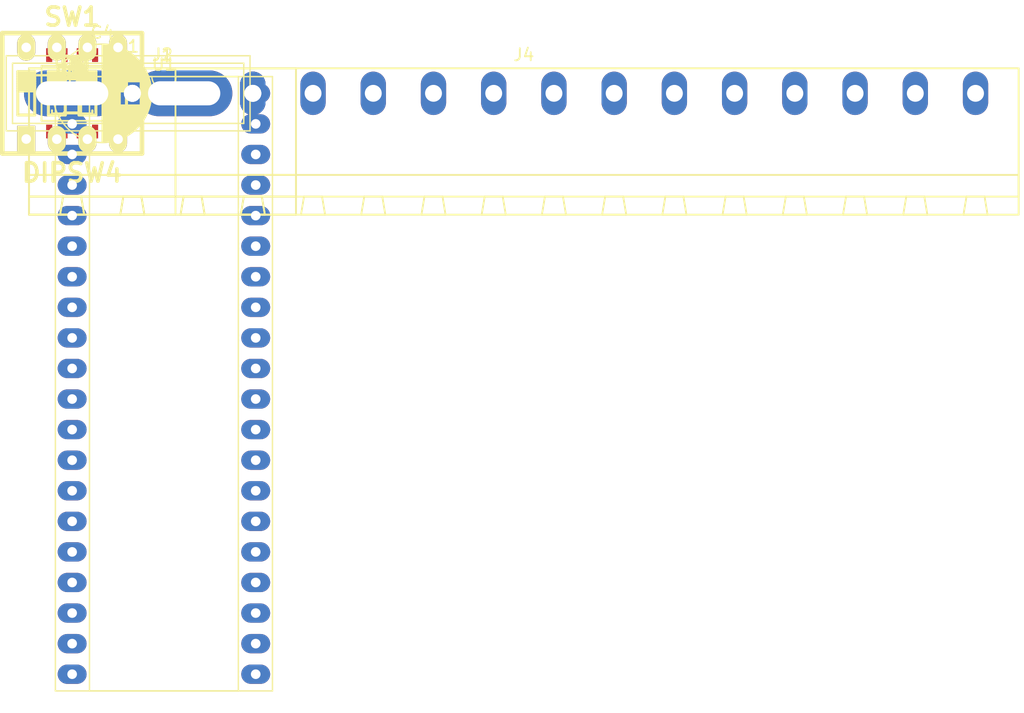
<source format=kicad_pcb>
(kicad_pcb (version 4) (host pcbnew 4.0.6)

  (general
    (links 175)
    (no_connects 107)
    (area 0 0 0 0)
    (thickness 1.6)
    (drawings 0)
    (tracks 0)
    (zones 0)
    (modules 64)
    (nets 78)
  )

  (page A4)
  (layers
    (0 F.Cu signal)
    (31 B.Cu signal)
    (32 B.Adhes user)
    (33 F.Adhes user)
    (34 B.Paste user)
    (35 F.Paste user)
    (36 B.SilkS user)
    (37 F.SilkS user)
    (38 B.Mask user)
    (39 F.Mask user)
    (40 Dwgs.User user)
    (41 Cmts.User user)
    (42 Eco1.User user)
    (43 Eco2.User user)
    (44 Edge.Cuts user)
    (45 Margin user)
    (46 B.CrtYd user)
    (47 F.CrtYd user)
    (48 B.Fab user)
    (49 F.Fab user)
  )

  (setup
    (last_trace_width 0.25)
    (trace_clearance 0.2)
    (zone_clearance 0.508)
    (zone_45_only no)
    (trace_min 0.2)
    (segment_width 0.2)
    (edge_width 0.15)
    (via_size 0.6)
    (via_drill 0.4)
    (via_min_size 0.4)
    (via_min_drill 0.3)
    (uvia_size 0.3)
    (uvia_drill 0.1)
    (uvias_allowed no)
    (uvia_min_size 0.2)
    (uvia_min_drill 0.1)
    (pcb_text_width 0.3)
    (pcb_text_size 1.5 1.5)
    (mod_edge_width 0.15)
    (mod_text_size 1 1)
    (mod_text_width 0.15)
    (pad_size 1.524 1.524)
    (pad_drill 0.762)
    (pad_to_mask_clearance 0.2)
    (aux_axis_origin 0 0)
    (visible_elements FFFFFF7F)
    (pcbplotparams
      (layerselection 0x00030_80000001)
      (usegerberextensions false)
      (excludeedgelayer true)
      (linewidth 0.100000)
      (plotframeref false)
      (viasonmask false)
      (mode 1)
      (useauxorigin false)
      (hpglpennumber 1)
      (hpglpenspeed 20)
      (hpglpendiameter 15)
      (hpglpenoverlay 2)
      (psnegative false)
      (psa4output false)
      (plotreference true)
      (plotvalue true)
      (plotinvisibletext false)
      (padsonsilk false)
      (subtractmaskfromsilk false)
      (outputformat 1)
      (mirror false)
      (drillshape 1)
      (scaleselection 1)
      (outputdirectory ""))
  )

  (net 0 "")
  (net 1 +5V)
  (net 2 GND)
  (net 3 CH1)
  (net 4 "Net-(D1-Pad1)")
  (net 5 CH2)
  (net 6 "Net-(D2-Pad1)")
  (net 7 CH3)
  (net 8 "Net-(D3-Pad1)")
  (net 9 CH4)
  (net 10 "Net-(D4-Pad1)")
  (net 11 CH5)
  (net 12 "Net-(D5-Pad1)")
  (net 13 CH6)
  (net 14 "Net-(D6-Pad1)")
  (net 15 CH7)
  (net 16 "Net-(D7-Pad1)")
  (net 17 CH8)
  (net 18 "Net-(D8-Pad1)")
  (net 19 /TXLED)
  (net 20 "Net-(D9-Pad1)")
  (net 21 /RXLED)
  (net 22 "Net-(D10-Pad1)")
  (net 23 "Net-(F1-Pad1)")
  (net 24 +12V)
  (net 25 /CANH)
  (net 26 /CANL)
  (net 27 "Net-(J4-Pad1)")
  (net 28 "Net-(J4-Pad3)")
  (net 29 "Net-(J4-Pad5)")
  (net 30 "Net-(J4-Pad7)")
  (net 31 "Net-(J4-Pad9)")
  (net 32 "Net-(J4-Pad11)")
  (net 33 "Net-(J4-Pad13)")
  (net 34 "Net-(J4-Pad15)")
  (net 35 "Net-(Q1-Pad1)")
  (net 36 "Net-(Q1-Pad3)")
  (net 37 "Net-(Q2-Pad1)")
  (net 38 "Net-(Q10-Pad4)")
  (net 39 "Net-(Q3-Pad1)")
  (net 40 "Net-(Q11-Pad4)")
  (net 41 "Net-(Q4-Pad1)")
  (net 42 "Net-(Q12-Pad4)")
  (net 43 "Net-(Q5-Pad1)")
  (net 44 "Net-(Q13-Pad4)")
  (net 45 "Net-(Q6-Pad1)")
  (net 46 "Net-(Q14-Pad4)")
  (net 47 "Net-(Q7-Pad1)")
  (net 48 "Net-(Q15-Pad4)")
  (net 49 "Net-(Q8-Pad1)")
  (net 50 "Net-(Q16-Pad4)")
  (net 51 "Net-(SW1-Pad1)")
  (net 52 "Net-(SW1-Pad2)")
  (net 53 "Net-(SW1-Pad3)")
  (net 54 "Net-(SW1-Pad4)")
  (net 55 "Net-(U1-Pad1)")
  (net 56 "Net-(U1-Pad21)")
  (net 57 "Net-(U1-Pad2)")
  (net 58 "Net-(U1-Pad22)")
  (net 59 "Net-(U1-Pad3)")
  (net 60 "Net-(U1-Pad23)")
  (net 61 "Net-(U1-Pad4)")
  (net 62 "Net-(U1-Pad24)")
  (net 63 INH)
  (net 64 CANRX)
  (net 65 "Net-(U1-Pad9)")
  (net 66 CANTX)
  (net 67 "Net-(U1-Pad10)")
  (net 68 "Net-(U1-Pad30)")
  (net 69 "Net-(U1-Pad31)")
  (net 70 "Net-(U1-Pad15)")
  (net 71 "Net-(U1-Pad16)")
  (net 72 "Net-(U1-Pad36)")
  (net 73 "Net-(U1-Pad17)")
  (net 74 "Net-(U1-Pad37)")
  (net 75 "Net-(U1-Pad18)")
  (net 76 "Net-(U1-Pad40)")
  (net 77 "Net-(U2-Pad5)")

  (net_class Default "This is the default net class."
    (clearance 0.2)
    (trace_width 0.25)
    (via_dia 0.6)
    (via_drill 0.4)
    (uvia_dia 0.3)
    (uvia_drill 0.1)
    (add_net +12V)
    (add_net +5V)
    (add_net /CANH)
    (add_net /CANL)
    (add_net /RXLED)
    (add_net /TXLED)
    (add_net CANRX)
    (add_net CANTX)
    (add_net CH1)
    (add_net CH2)
    (add_net CH3)
    (add_net CH4)
    (add_net CH5)
    (add_net CH6)
    (add_net CH7)
    (add_net CH8)
    (add_net GND)
    (add_net INH)
    (add_net "Net-(D1-Pad1)")
    (add_net "Net-(D10-Pad1)")
    (add_net "Net-(D2-Pad1)")
    (add_net "Net-(D3-Pad1)")
    (add_net "Net-(D4-Pad1)")
    (add_net "Net-(D5-Pad1)")
    (add_net "Net-(D6-Pad1)")
    (add_net "Net-(D7-Pad1)")
    (add_net "Net-(D8-Pad1)")
    (add_net "Net-(D9-Pad1)")
    (add_net "Net-(F1-Pad1)")
    (add_net "Net-(J4-Pad1)")
    (add_net "Net-(J4-Pad11)")
    (add_net "Net-(J4-Pad13)")
    (add_net "Net-(J4-Pad15)")
    (add_net "Net-(J4-Pad3)")
    (add_net "Net-(J4-Pad5)")
    (add_net "Net-(J4-Pad7)")
    (add_net "Net-(J4-Pad9)")
    (add_net "Net-(Q1-Pad1)")
    (add_net "Net-(Q1-Pad3)")
    (add_net "Net-(Q10-Pad4)")
    (add_net "Net-(Q11-Pad4)")
    (add_net "Net-(Q12-Pad4)")
    (add_net "Net-(Q13-Pad4)")
    (add_net "Net-(Q14-Pad4)")
    (add_net "Net-(Q15-Pad4)")
    (add_net "Net-(Q16-Pad4)")
    (add_net "Net-(Q2-Pad1)")
    (add_net "Net-(Q3-Pad1)")
    (add_net "Net-(Q4-Pad1)")
    (add_net "Net-(Q5-Pad1)")
    (add_net "Net-(Q6-Pad1)")
    (add_net "Net-(Q7-Pad1)")
    (add_net "Net-(Q8-Pad1)")
    (add_net "Net-(SW1-Pad1)")
    (add_net "Net-(SW1-Pad2)")
    (add_net "Net-(SW1-Pad3)")
    (add_net "Net-(SW1-Pad4)")
    (add_net "Net-(U1-Pad1)")
    (add_net "Net-(U1-Pad10)")
    (add_net "Net-(U1-Pad15)")
    (add_net "Net-(U1-Pad16)")
    (add_net "Net-(U1-Pad17)")
    (add_net "Net-(U1-Pad18)")
    (add_net "Net-(U1-Pad2)")
    (add_net "Net-(U1-Pad21)")
    (add_net "Net-(U1-Pad22)")
    (add_net "Net-(U1-Pad23)")
    (add_net "Net-(U1-Pad24)")
    (add_net "Net-(U1-Pad3)")
    (add_net "Net-(U1-Pad30)")
    (add_net "Net-(U1-Pad31)")
    (add_net "Net-(U1-Pad36)")
    (add_net "Net-(U1-Pad37)")
    (add_net "Net-(U1-Pad4)")
    (add_net "Net-(U1-Pad40)")
    (add_net "Net-(U1-Pad9)")
    (add_net "Net-(U2-Pad5)")
  )

  (module Capacitors_SMD:C_0805_HandSoldering (layer F.Cu) (tedit 58AA84A8) (tstamp 591CB955)
    (at 148.5011 105.0036)
    (descr "Capacitor SMD 0805, hand soldering")
    (tags "capacitor 0805")
    (path /591FCF87)
    (attr smd)
    (fp_text reference C1 (at 0 -1.75) (layer F.SilkS)
      (effects (font (size 1 1) (thickness 0.15)))
    )
    (fp_text value 0.1u (at 0 1.75) (layer F.Fab)
      (effects (font (size 1 1) (thickness 0.15)))
    )
    (fp_text user %R (at 0 -1.75) (layer F.Fab)
      (effects (font (size 1 1) (thickness 0.15)))
    )
    (fp_line (start -1 0.62) (end -1 -0.62) (layer F.Fab) (width 0.1))
    (fp_line (start 1 0.62) (end -1 0.62) (layer F.Fab) (width 0.1))
    (fp_line (start 1 -0.62) (end 1 0.62) (layer F.Fab) (width 0.1))
    (fp_line (start -1 -0.62) (end 1 -0.62) (layer F.Fab) (width 0.1))
    (fp_line (start 0.5 -0.85) (end -0.5 -0.85) (layer F.SilkS) (width 0.12))
    (fp_line (start -0.5 0.85) (end 0.5 0.85) (layer F.SilkS) (width 0.12))
    (fp_line (start -2.25 -0.88) (end 2.25 -0.88) (layer F.CrtYd) (width 0.05))
    (fp_line (start -2.25 -0.88) (end -2.25 0.87) (layer F.CrtYd) (width 0.05))
    (fp_line (start 2.25 0.87) (end 2.25 -0.88) (layer F.CrtYd) (width 0.05))
    (fp_line (start 2.25 0.87) (end -2.25 0.87) (layer F.CrtYd) (width 0.05))
    (pad 1 smd rect (at -1.25 0) (size 1.5 1.25) (layers F.Cu F.Paste F.Mask)
      (net 1 +5V))
    (pad 2 smd rect (at 1.25 0) (size 1.5 1.25) (layers F.Cu F.Paste F.Mask)
      (net 2 GND))
    (model Capacitors_SMD.3dshapes/C_0805.wrl
      (at (xyz 0 0 0))
      (scale (xyz 1 1 1))
      (rotate (xyz 0 0 0))
    )
  )

  (module Capacitors_SMD:C_0805_HandSoldering (layer F.Cu) (tedit 58AA84A8) (tstamp 591CB95B)
    (at 148.5011 105.0036)
    (descr "Capacitor SMD 0805, hand soldering")
    (tags "capacitor 0805")
    (path /591FD58F)
    (attr smd)
    (fp_text reference C2 (at 0 -1.75) (layer F.SilkS)
      (effects (font (size 1 1) (thickness 0.15)))
    )
    (fp_text value 0.1u (at 0 1.75) (layer F.Fab)
      (effects (font (size 1 1) (thickness 0.15)))
    )
    (fp_text user %R (at 0 -1.75) (layer F.Fab)
      (effects (font (size 1 1) (thickness 0.15)))
    )
    (fp_line (start -1 0.62) (end -1 -0.62) (layer F.Fab) (width 0.1))
    (fp_line (start 1 0.62) (end -1 0.62) (layer F.Fab) (width 0.1))
    (fp_line (start 1 -0.62) (end 1 0.62) (layer F.Fab) (width 0.1))
    (fp_line (start -1 -0.62) (end 1 -0.62) (layer F.Fab) (width 0.1))
    (fp_line (start 0.5 -0.85) (end -0.5 -0.85) (layer F.SilkS) (width 0.12))
    (fp_line (start -0.5 0.85) (end 0.5 0.85) (layer F.SilkS) (width 0.12))
    (fp_line (start -2.25 -0.88) (end 2.25 -0.88) (layer F.CrtYd) (width 0.05))
    (fp_line (start -2.25 -0.88) (end -2.25 0.87) (layer F.CrtYd) (width 0.05))
    (fp_line (start 2.25 0.87) (end 2.25 -0.88) (layer F.CrtYd) (width 0.05))
    (fp_line (start 2.25 0.87) (end -2.25 0.87) (layer F.CrtYd) (width 0.05))
    (pad 1 smd rect (at -1.25 0) (size 1.5 1.25) (layers F.Cu F.Paste F.Mask)
      (net 1 +5V))
    (pad 2 smd rect (at 1.25 0) (size 1.5 1.25) (layers F.Cu F.Paste F.Mask)
      (net 2 GND))
    (model Capacitors_SMD.3dshapes/C_0805.wrl
      (at (xyz 0 0 0))
      (scale (xyz 1 1 1))
      (rotate (xyz 0 0 0))
    )
  )

  (module Capacitors_SMD:C_0805_HandSoldering (layer F.Cu) (tedit 58AA84A8) (tstamp 591CB961)
    (at 148.5011 105.0036)
    (descr "Capacitor SMD 0805, hand soldering")
    (tags "capacitor 0805")
    (path /591FD65F)
    (attr smd)
    (fp_text reference C3 (at 0 -1.75) (layer F.SilkS)
      (effects (font (size 1 1) (thickness 0.15)))
    )
    (fp_text value 0.1u (at 0 1.75) (layer F.Fab)
      (effects (font (size 1 1) (thickness 0.15)))
    )
    (fp_text user %R (at 0 -1.75) (layer F.Fab)
      (effects (font (size 1 1) (thickness 0.15)))
    )
    (fp_line (start -1 0.62) (end -1 -0.62) (layer F.Fab) (width 0.1))
    (fp_line (start 1 0.62) (end -1 0.62) (layer F.Fab) (width 0.1))
    (fp_line (start 1 -0.62) (end 1 0.62) (layer F.Fab) (width 0.1))
    (fp_line (start -1 -0.62) (end 1 -0.62) (layer F.Fab) (width 0.1))
    (fp_line (start 0.5 -0.85) (end -0.5 -0.85) (layer F.SilkS) (width 0.12))
    (fp_line (start -0.5 0.85) (end 0.5 0.85) (layer F.SilkS) (width 0.12))
    (fp_line (start -2.25 -0.88) (end 2.25 -0.88) (layer F.CrtYd) (width 0.05))
    (fp_line (start -2.25 -0.88) (end -2.25 0.87) (layer F.CrtYd) (width 0.05))
    (fp_line (start 2.25 0.87) (end 2.25 -0.88) (layer F.CrtYd) (width 0.05))
    (fp_line (start 2.25 0.87) (end -2.25 0.87) (layer F.CrtYd) (width 0.05))
    (pad 1 smd rect (at -1.25 0) (size 1.5 1.25) (layers F.Cu F.Paste F.Mask)
      (net 1 +5V))
    (pad 2 smd rect (at 1.25 0) (size 1.5 1.25) (layers F.Cu F.Paste F.Mask)
      (net 2 GND))
    (model Capacitors_SMD.3dshapes/C_0805.wrl
      (at (xyz 0 0 0))
      (scale (xyz 1 1 1))
      (rotate (xyz 0 0 0))
    )
  )

  (module Capacitors_THT:CP_Radial_D8.0mm_P5.00mm (layer F.Cu) (tedit 58765D06) (tstamp 591CB967)
    (at 148.5011 105.0036)
    (descr "CP, Radial series, Radial, pin pitch=5.00mm, , diameter=8mm, Electrolytic Capacitor")
    (tags "CP Radial series Radial pin pitch 5.00mm  diameter 8mm Electrolytic Capacitor")
    (path /591FE34F)
    (fp_text reference C4 (at 2.5 -5.06) (layer F.SilkS)
      (effects (font (size 1 1) (thickness 0.15)))
    )
    (fp_text value 100u (at 2.5 5.06) (layer F.Fab)
      (effects (font (size 1 1) (thickness 0.15)))
    )
    (fp_arc (start 2.5 0) (end -1.470856 -0.98) (angle 152.3) (layer F.SilkS) (width 0.12))
    (fp_arc (start 2.5 0) (end -1.470856 0.98) (angle -152.3) (layer F.SilkS) (width 0.12))
    (fp_arc (start 2.5 0) (end 6.470856 -0.98) (angle 27.7) (layer F.SilkS) (width 0.12))
    (fp_circle (center 2.5 0) (end 6.5 0) (layer F.Fab) (width 0.1))
    (fp_line (start -2.2 0) (end -1 0) (layer F.Fab) (width 0.1))
    (fp_line (start -1.6 -0.65) (end -1.6 0.65) (layer F.Fab) (width 0.1))
    (fp_line (start 2.5 -4.05) (end 2.5 4.05) (layer F.SilkS) (width 0.12))
    (fp_line (start 2.54 -4.05) (end 2.54 4.05) (layer F.SilkS) (width 0.12))
    (fp_line (start 2.58 -4.05) (end 2.58 4.05) (layer F.SilkS) (width 0.12))
    (fp_line (start 2.62 -4.049) (end 2.62 4.049) (layer F.SilkS) (width 0.12))
    (fp_line (start 2.66 -4.047) (end 2.66 4.047) (layer F.SilkS) (width 0.12))
    (fp_line (start 2.7 -4.046) (end 2.7 4.046) (layer F.SilkS) (width 0.12))
    (fp_line (start 2.74 -4.043) (end 2.74 4.043) (layer F.SilkS) (width 0.12))
    (fp_line (start 2.78 -4.041) (end 2.78 4.041) (layer F.SilkS) (width 0.12))
    (fp_line (start 2.82 -4.038) (end 2.82 4.038) (layer F.SilkS) (width 0.12))
    (fp_line (start 2.86 -4.035) (end 2.86 4.035) (layer F.SilkS) (width 0.12))
    (fp_line (start 2.9 -4.031) (end 2.9 4.031) (layer F.SilkS) (width 0.12))
    (fp_line (start 2.94 -4.027) (end 2.94 4.027) (layer F.SilkS) (width 0.12))
    (fp_line (start 2.98 -4.022) (end 2.98 4.022) (layer F.SilkS) (width 0.12))
    (fp_line (start 3.02 -4.017) (end 3.02 4.017) (layer F.SilkS) (width 0.12))
    (fp_line (start 3.06 -4.012) (end 3.06 4.012) (layer F.SilkS) (width 0.12))
    (fp_line (start 3.1 -4.006) (end 3.1 4.006) (layer F.SilkS) (width 0.12))
    (fp_line (start 3.14 -4) (end 3.14 4) (layer F.SilkS) (width 0.12))
    (fp_line (start 3.18 -3.994) (end 3.18 3.994) (layer F.SilkS) (width 0.12))
    (fp_line (start 3.221 -3.987) (end 3.221 3.987) (layer F.SilkS) (width 0.12))
    (fp_line (start 3.261 -3.979) (end 3.261 3.979) (layer F.SilkS) (width 0.12))
    (fp_line (start 3.301 -3.971) (end 3.301 3.971) (layer F.SilkS) (width 0.12))
    (fp_line (start 3.341 -3.963) (end 3.341 3.963) (layer F.SilkS) (width 0.12))
    (fp_line (start 3.381 -3.955) (end 3.381 3.955) (layer F.SilkS) (width 0.12))
    (fp_line (start 3.421 -3.946) (end 3.421 3.946) (layer F.SilkS) (width 0.12))
    (fp_line (start 3.461 -3.936) (end 3.461 3.936) (layer F.SilkS) (width 0.12))
    (fp_line (start 3.501 -3.926) (end 3.501 3.926) (layer F.SilkS) (width 0.12))
    (fp_line (start 3.541 -3.916) (end 3.541 3.916) (layer F.SilkS) (width 0.12))
    (fp_line (start 3.581 -3.905) (end 3.581 3.905) (layer F.SilkS) (width 0.12))
    (fp_line (start 3.621 -3.894) (end 3.621 3.894) (layer F.SilkS) (width 0.12))
    (fp_line (start 3.661 -3.883) (end 3.661 3.883) (layer F.SilkS) (width 0.12))
    (fp_line (start 3.701 -3.87) (end 3.701 3.87) (layer F.SilkS) (width 0.12))
    (fp_line (start 3.741 -3.858) (end 3.741 3.858) (layer F.SilkS) (width 0.12))
    (fp_line (start 3.781 -3.845) (end 3.781 3.845) (layer F.SilkS) (width 0.12))
    (fp_line (start 3.821 -3.832) (end 3.821 3.832) (layer F.SilkS) (width 0.12))
    (fp_line (start 3.861 -3.818) (end 3.861 3.818) (layer F.SilkS) (width 0.12))
    (fp_line (start 3.901 -3.803) (end 3.901 3.803) (layer F.SilkS) (width 0.12))
    (fp_line (start 3.941 -3.789) (end 3.941 3.789) (layer F.SilkS) (width 0.12))
    (fp_line (start 3.981 -3.773) (end 3.981 3.773) (layer F.SilkS) (width 0.12))
    (fp_line (start 4.021 -3.758) (end 4.021 -0.98) (layer F.SilkS) (width 0.12))
    (fp_line (start 4.021 0.98) (end 4.021 3.758) (layer F.SilkS) (width 0.12))
    (fp_line (start 4.061 -3.741) (end 4.061 -0.98) (layer F.SilkS) (width 0.12))
    (fp_line (start 4.061 0.98) (end 4.061 3.741) (layer F.SilkS) (width 0.12))
    (fp_line (start 4.101 -3.725) (end 4.101 -0.98) (layer F.SilkS) (width 0.12))
    (fp_line (start 4.101 0.98) (end 4.101 3.725) (layer F.SilkS) (width 0.12))
    (fp_line (start 4.141 -3.707) (end 4.141 -0.98) (layer F.SilkS) (width 0.12))
    (fp_line (start 4.141 0.98) (end 4.141 3.707) (layer F.SilkS) (width 0.12))
    (fp_line (start 4.181 -3.69) (end 4.181 -0.98) (layer F.SilkS) (width 0.12))
    (fp_line (start 4.181 0.98) (end 4.181 3.69) (layer F.SilkS) (width 0.12))
    (fp_line (start 4.221 -3.671) (end 4.221 -0.98) (layer F.SilkS) (width 0.12))
    (fp_line (start 4.221 0.98) (end 4.221 3.671) (layer F.SilkS) (width 0.12))
    (fp_line (start 4.261 -3.652) (end 4.261 -0.98) (layer F.SilkS) (width 0.12))
    (fp_line (start 4.261 0.98) (end 4.261 3.652) (layer F.SilkS) (width 0.12))
    (fp_line (start 4.301 -3.633) (end 4.301 -0.98) (layer F.SilkS) (width 0.12))
    (fp_line (start 4.301 0.98) (end 4.301 3.633) (layer F.SilkS) (width 0.12))
    (fp_line (start 4.341 -3.613) (end 4.341 -0.98) (layer F.SilkS) (width 0.12))
    (fp_line (start 4.341 0.98) (end 4.341 3.613) (layer F.SilkS) (width 0.12))
    (fp_line (start 4.381 -3.593) (end 4.381 -0.98) (layer F.SilkS) (width 0.12))
    (fp_line (start 4.381 0.98) (end 4.381 3.593) (layer F.SilkS) (width 0.12))
    (fp_line (start 4.421 -3.572) (end 4.421 -0.98) (layer F.SilkS) (width 0.12))
    (fp_line (start 4.421 0.98) (end 4.421 3.572) (layer F.SilkS) (width 0.12))
    (fp_line (start 4.461 -3.55) (end 4.461 -0.98) (layer F.SilkS) (width 0.12))
    (fp_line (start 4.461 0.98) (end 4.461 3.55) (layer F.SilkS) (width 0.12))
    (fp_line (start 4.501 -3.528) (end 4.501 -0.98) (layer F.SilkS) (width 0.12))
    (fp_line (start 4.501 0.98) (end 4.501 3.528) (layer F.SilkS) (width 0.12))
    (fp_line (start 4.541 -3.505) (end 4.541 -0.98) (layer F.SilkS) (width 0.12))
    (fp_line (start 4.541 0.98) (end 4.541 3.505) (layer F.SilkS) (width 0.12))
    (fp_line (start 4.581 -3.482) (end 4.581 -0.98) (layer F.SilkS) (width 0.12))
    (fp_line (start 4.581 0.98) (end 4.581 3.482) (layer F.SilkS) (width 0.12))
    (fp_line (start 4.621 -3.458) (end 4.621 -0.98) (layer F.SilkS) (width 0.12))
    (fp_line (start 4.621 0.98) (end 4.621 3.458) (layer F.SilkS) (width 0.12))
    (fp_line (start 4.661 -3.434) (end 4.661 -0.98) (layer F.SilkS) (width 0.12))
    (fp_line (start 4.661 0.98) (end 4.661 3.434) (layer F.SilkS) (width 0.12))
    (fp_line (start 4.701 -3.408) (end 4.701 -0.98) (layer F.SilkS) (width 0.12))
    (fp_line (start 4.701 0.98) (end 4.701 3.408) (layer F.SilkS) (width 0.12))
    (fp_line (start 4.741 -3.383) (end 4.741 -0.98) (layer F.SilkS) (width 0.12))
    (fp_line (start 4.741 0.98) (end 4.741 3.383) (layer F.SilkS) (width 0.12))
    (fp_line (start 4.781 -3.356) (end 4.781 -0.98) (layer F.SilkS) (width 0.12))
    (fp_line (start 4.781 0.98) (end 4.781 3.356) (layer F.SilkS) (width 0.12))
    (fp_line (start 4.821 -3.329) (end 4.821 -0.98) (layer F.SilkS) (width 0.12))
    (fp_line (start 4.821 0.98) (end 4.821 3.329) (layer F.SilkS) (width 0.12))
    (fp_line (start 4.861 -3.301) (end 4.861 -0.98) (layer F.SilkS) (width 0.12))
    (fp_line (start 4.861 0.98) (end 4.861 3.301) (layer F.SilkS) (width 0.12))
    (fp_line (start 4.901 -3.272) (end 4.901 -0.98) (layer F.SilkS) (width 0.12))
    (fp_line (start 4.901 0.98) (end 4.901 3.272) (layer F.SilkS) (width 0.12))
    (fp_line (start 4.941 -3.243) (end 4.941 -0.98) (layer F.SilkS) (width 0.12))
    (fp_line (start 4.941 0.98) (end 4.941 3.243) (layer F.SilkS) (width 0.12))
    (fp_line (start 4.981 -3.213) (end 4.981 -0.98) (layer F.SilkS) (width 0.12))
    (fp_line (start 4.981 0.98) (end 4.981 3.213) (layer F.SilkS) (width 0.12))
    (fp_line (start 5.021 -3.182) (end 5.021 -0.98) (layer F.SilkS) (width 0.12))
    (fp_line (start 5.021 0.98) (end 5.021 3.182) (layer F.SilkS) (width 0.12))
    (fp_line (start 5.061 -3.15) (end 5.061 -0.98) (layer F.SilkS) (width 0.12))
    (fp_line (start 5.061 0.98) (end 5.061 3.15) (layer F.SilkS) (width 0.12))
    (fp_line (start 5.101 -3.118) (end 5.101 -0.98) (layer F.SilkS) (width 0.12))
    (fp_line (start 5.101 0.98) (end 5.101 3.118) (layer F.SilkS) (width 0.12))
    (fp_line (start 5.141 -3.084) (end 5.141 -0.98) (layer F.SilkS) (width 0.12))
    (fp_line (start 5.141 0.98) (end 5.141 3.084) (layer F.SilkS) (width 0.12))
    (fp_line (start 5.181 -3.05) (end 5.181 -0.98) (layer F.SilkS) (width 0.12))
    (fp_line (start 5.181 0.98) (end 5.181 3.05) (layer F.SilkS) (width 0.12))
    (fp_line (start 5.221 -3.015) (end 5.221 -0.98) (layer F.SilkS) (width 0.12))
    (fp_line (start 5.221 0.98) (end 5.221 3.015) (layer F.SilkS) (width 0.12))
    (fp_line (start 5.261 -2.979) (end 5.261 -0.98) (layer F.SilkS) (width 0.12))
    (fp_line (start 5.261 0.98) (end 5.261 2.979) (layer F.SilkS) (width 0.12))
    (fp_line (start 5.301 -2.942) (end 5.301 -0.98) (layer F.SilkS) (width 0.12))
    (fp_line (start 5.301 0.98) (end 5.301 2.942) (layer F.SilkS) (width 0.12))
    (fp_line (start 5.341 -2.904) (end 5.341 -0.98) (layer F.SilkS) (width 0.12))
    (fp_line (start 5.341 0.98) (end 5.341 2.904) (layer F.SilkS) (width 0.12))
    (fp_line (start 5.381 -2.865) (end 5.381 -0.98) (layer F.SilkS) (width 0.12))
    (fp_line (start 5.381 0.98) (end 5.381 2.865) (layer F.SilkS) (width 0.12))
    (fp_line (start 5.421 -2.824) (end 5.421 -0.98) (layer F.SilkS) (width 0.12))
    (fp_line (start 5.421 0.98) (end 5.421 2.824) (layer F.SilkS) (width 0.12))
    (fp_line (start 5.461 -2.783) (end 5.461 -0.98) (layer F.SilkS) (width 0.12))
    (fp_line (start 5.461 0.98) (end 5.461 2.783) (layer F.SilkS) (width 0.12))
    (fp_line (start 5.501 -2.74) (end 5.501 -0.98) (layer F.SilkS) (width 0.12))
    (fp_line (start 5.501 0.98) (end 5.501 2.74) (layer F.SilkS) (width 0.12))
    (fp_line (start 5.541 -2.697) (end 5.541 -0.98) (layer F.SilkS) (width 0.12))
    (fp_line (start 5.541 0.98) (end 5.541 2.697) (layer F.SilkS) (width 0.12))
    (fp_line (start 5.581 -2.652) (end 5.581 -0.98) (layer F.SilkS) (width 0.12))
    (fp_line (start 5.581 0.98) (end 5.581 2.652) (layer F.SilkS) (width 0.12))
    (fp_line (start 5.621 -2.605) (end 5.621 -0.98) (layer F.SilkS) (width 0.12))
    (fp_line (start 5.621 0.98) (end 5.621 2.605) (layer F.SilkS) (width 0.12))
    (fp_line (start 5.661 -2.557) (end 5.661 -0.98) (layer F.SilkS) (width 0.12))
    (fp_line (start 5.661 0.98) (end 5.661 2.557) (layer F.SilkS) (width 0.12))
    (fp_line (start 5.701 -2.508) (end 5.701 -0.98) (layer F.SilkS) (width 0.12))
    (fp_line (start 5.701 0.98) (end 5.701 2.508) (layer F.SilkS) (width 0.12))
    (fp_line (start 5.741 -2.457) (end 5.741 -0.98) (layer F.SilkS) (width 0.12))
    (fp_line (start 5.741 0.98) (end 5.741 2.457) (layer F.SilkS) (width 0.12))
    (fp_line (start 5.781 -2.404) (end 5.781 -0.98) (layer F.SilkS) (width 0.12))
    (fp_line (start 5.781 0.98) (end 5.781 2.404) (layer F.SilkS) (width 0.12))
    (fp_line (start 5.821 -2.349) (end 5.821 -0.98) (layer F.SilkS) (width 0.12))
    (fp_line (start 5.821 0.98) (end 5.821 2.349) (layer F.SilkS) (width 0.12))
    (fp_line (start 5.861 -2.293) (end 5.861 -0.98) (layer F.SilkS) (width 0.12))
    (fp_line (start 5.861 0.98) (end 5.861 2.293) (layer F.SilkS) (width 0.12))
    (fp_line (start 5.901 -2.234) (end 5.901 -0.98) (layer F.SilkS) (width 0.12))
    (fp_line (start 5.901 0.98) (end 5.901 2.234) (layer F.SilkS) (width 0.12))
    (fp_line (start 5.941 -2.173) (end 5.941 -0.98) (layer F.SilkS) (width 0.12))
    (fp_line (start 5.941 0.98) (end 5.941 2.173) (layer F.SilkS) (width 0.12))
    (fp_line (start 5.981 -2.109) (end 5.981 2.109) (layer F.SilkS) (width 0.12))
    (fp_line (start 6.021 -2.043) (end 6.021 2.043) (layer F.SilkS) (width 0.12))
    (fp_line (start 6.061 -1.974) (end 6.061 1.974) (layer F.SilkS) (width 0.12))
    (fp_line (start 6.101 -1.902) (end 6.101 1.902) (layer F.SilkS) (width 0.12))
    (fp_line (start 6.141 -1.826) (end 6.141 1.826) (layer F.SilkS) (width 0.12))
    (fp_line (start 6.181 -1.745) (end 6.181 1.745) (layer F.SilkS) (width 0.12))
    (fp_line (start 6.221 -1.66) (end 6.221 1.66) (layer F.SilkS) (width 0.12))
    (fp_line (start 6.261 -1.57) (end 6.261 1.57) (layer F.SilkS) (width 0.12))
    (fp_line (start 6.301 -1.473) (end 6.301 1.473) (layer F.SilkS) (width 0.12))
    (fp_line (start 6.341 -1.369) (end 6.341 1.369) (layer F.SilkS) (width 0.12))
    (fp_line (start 6.381 -1.254) (end 6.381 1.254) (layer F.SilkS) (width 0.12))
    (fp_line (start 6.421 -1.127) (end 6.421 1.127) (layer F.SilkS) (width 0.12))
    (fp_line (start 6.461 -0.983) (end 6.461 0.983) (layer F.SilkS) (width 0.12))
    (fp_line (start 6.501 -0.814) (end 6.501 0.814) (layer F.SilkS) (width 0.12))
    (fp_line (start 6.541 -0.598) (end 6.541 0.598) (layer F.SilkS) (width 0.12))
    (fp_line (start 6.581 -0.246) (end 6.581 0.246) (layer F.SilkS) (width 0.12))
    (fp_line (start -2.2 0) (end -1 0) (layer F.SilkS) (width 0.12))
    (fp_line (start -1.6 -0.65) (end -1.6 0.65) (layer F.SilkS) (width 0.12))
    (fp_line (start -1.85 -4.35) (end -1.85 4.35) (layer F.CrtYd) (width 0.05))
    (fp_line (start -1.85 4.35) (end 6.85 4.35) (layer F.CrtYd) (width 0.05))
    (fp_line (start 6.85 4.35) (end 6.85 -4.35) (layer F.CrtYd) (width 0.05))
    (fp_line (start 6.85 -4.35) (end -1.85 -4.35) (layer F.CrtYd) (width 0.05))
    (pad 1 thru_hole rect (at 0 0) (size 1.6 1.6) (drill 0.8) (layers *.Cu *.Mask)
      (net 1 +5V))
    (pad 2 thru_hole circle (at 5 0) (size 1.6 1.6) (drill 0.8) (layers *.Cu *.Mask)
      (net 2 GND))
    (model Capacitors_THT.3dshapes/CP_Radial_D8.0mm_P5.00mm.wrl
      (at (xyz 0 0 0))
      (scale (xyz 0.393701 0.393701 0.393701))
      (rotate (xyz 0 0 0))
    )
  )

  (module LEDs:LED_1206 (layer F.Cu) (tedit 57FE943C) (tstamp 591CB96D)
    (at 148.5011 105.0036)
    (descr "LED 1206 smd package")
    (tags "LED led 1206 SMD smd SMT smt smdled SMDLED smtled SMTLED")
    (path /591D813D)
    (attr smd)
    (fp_text reference D1 (at 0 -1.6) (layer F.SilkS)
      (effects (font (size 1 1) (thickness 0.15)))
    )
    (fp_text value LED (at 0 1.7) (layer F.Fab)
      (effects (font (size 1 1) (thickness 0.15)))
    )
    (fp_line (start -2.5 -0.85) (end -2.5 0.85) (layer F.SilkS) (width 0.12))
    (fp_line (start -0.45 -0.4) (end -0.45 0.4) (layer F.Fab) (width 0.1))
    (fp_line (start -0.4 0) (end 0.2 -0.4) (layer F.Fab) (width 0.1))
    (fp_line (start 0.2 0.4) (end -0.4 0) (layer F.Fab) (width 0.1))
    (fp_line (start 0.2 -0.4) (end 0.2 0.4) (layer F.Fab) (width 0.1))
    (fp_line (start 1.6 0.8) (end -1.6 0.8) (layer F.Fab) (width 0.1))
    (fp_line (start 1.6 -0.8) (end 1.6 0.8) (layer F.Fab) (width 0.1))
    (fp_line (start -1.6 -0.8) (end 1.6 -0.8) (layer F.Fab) (width 0.1))
    (fp_line (start -1.6 0.8) (end -1.6 -0.8) (layer F.Fab) (width 0.1))
    (fp_line (start -2.45 0.85) (end 1.6 0.85) (layer F.SilkS) (width 0.12))
    (fp_line (start -2.45 -0.85) (end 1.6 -0.85) (layer F.SilkS) (width 0.12))
    (fp_line (start 2.65 -1) (end 2.65 1) (layer F.CrtYd) (width 0.05))
    (fp_line (start 2.65 1) (end -2.65 1) (layer F.CrtYd) (width 0.05))
    (fp_line (start -2.65 1) (end -2.65 -1) (layer F.CrtYd) (width 0.05))
    (fp_line (start -2.65 -1) (end 2.65 -1) (layer F.CrtYd) (width 0.05))
    (pad 2 smd rect (at 1.65 0 180) (size 1.5 1.5) (layers F.Cu F.Paste F.Mask)
      (net 3 CH1))
    (pad 1 smd rect (at -1.65 0 180) (size 1.5 1.5) (layers F.Cu F.Paste F.Mask)
      (net 4 "Net-(D1-Pad1)"))
    (model LEDs.3dshapes/LED_1206.wrl
      (at (xyz 0 0 0))
      (scale (xyz 1 1 1))
      (rotate (xyz 0 0 180))
    )
  )

  (module LEDs:LED_1206 (layer F.Cu) (tedit 57FE943C) (tstamp 591CB973)
    (at 148.5011 105.0036)
    (descr "LED 1206 smd package")
    (tags "LED led 1206 SMD smd SMT smt smdled SMDLED smtled SMTLED")
    (path /591D9149)
    (attr smd)
    (fp_text reference D2 (at 0 -1.6) (layer F.SilkS)
      (effects (font (size 1 1) (thickness 0.15)))
    )
    (fp_text value LED (at 0 1.7) (layer F.Fab)
      (effects (font (size 1 1) (thickness 0.15)))
    )
    (fp_line (start -2.5 -0.85) (end -2.5 0.85) (layer F.SilkS) (width 0.12))
    (fp_line (start -0.45 -0.4) (end -0.45 0.4) (layer F.Fab) (width 0.1))
    (fp_line (start -0.4 0) (end 0.2 -0.4) (layer F.Fab) (width 0.1))
    (fp_line (start 0.2 0.4) (end -0.4 0) (layer F.Fab) (width 0.1))
    (fp_line (start 0.2 -0.4) (end 0.2 0.4) (layer F.Fab) (width 0.1))
    (fp_line (start 1.6 0.8) (end -1.6 0.8) (layer F.Fab) (width 0.1))
    (fp_line (start 1.6 -0.8) (end 1.6 0.8) (layer F.Fab) (width 0.1))
    (fp_line (start -1.6 -0.8) (end 1.6 -0.8) (layer F.Fab) (width 0.1))
    (fp_line (start -1.6 0.8) (end -1.6 -0.8) (layer F.Fab) (width 0.1))
    (fp_line (start -2.45 0.85) (end 1.6 0.85) (layer F.SilkS) (width 0.12))
    (fp_line (start -2.45 -0.85) (end 1.6 -0.85) (layer F.SilkS) (width 0.12))
    (fp_line (start 2.65 -1) (end 2.65 1) (layer F.CrtYd) (width 0.05))
    (fp_line (start 2.65 1) (end -2.65 1) (layer F.CrtYd) (width 0.05))
    (fp_line (start -2.65 1) (end -2.65 -1) (layer F.CrtYd) (width 0.05))
    (fp_line (start -2.65 -1) (end 2.65 -1) (layer F.CrtYd) (width 0.05))
    (pad 2 smd rect (at 1.65 0 180) (size 1.5 1.5) (layers F.Cu F.Paste F.Mask)
      (net 5 CH2))
    (pad 1 smd rect (at -1.65 0 180) (size 1.5 1.5) (layers F.Cu F.Paste F.Mask)
      (net 6 "Net-(D2-Pad1)"))
    (model LEDs.3dshapes/LED_1206.wrl
      (at (xyz 0 0 0))
      (scale (xyz 1 1 1))
      (rotate (xyz 0 0 180))
    )
  )

  (module LEDs:LED_1206 (layer F.Cu) (tedit 57FE943C) (tstamp 591CB979)
    (at 148.5011 105.0036)
    (descr "LED 1206 smd package")
    (tags "LED led 1206 SMD smd SMT smt smdled SMDLED smtled SMTLED")
    (path /591D91ED)
    (attr smd)
    (fp_text reference D3 (at 0 -1.6) (layer F.SilkS)
      (effects (font (size 1 1) (thickness 0.15)))
    )
    (fp_text value LED (at 0 1.7) (layer F.Fab)
      (effects (font (size 1 1) (thickness 0.15)))
    )
    (fp_line (start -2.5 -0.85) (end -2.5 0.85) (layer F.SilkS) (width 0.12))
    (fp_line (start -0.45 -0.4) (end -0.45 0.4) (layer F.Fab) (width 0.1))
    (fp_line (start -0.4 0) (end 0.2 -0.4) (layer F.Fab) (width 0.1))
    (fp_line (start 0.2 0.4) (end -0.4 0) (layer F.Fab) (width 0.1))
    (fp_line (start 0.2 -0.4) (end 0.2 0.4) (layer F.Fab) (width 0.1))
    (fp_line (start 1.6 0.8) (end -1.6 0.8) (layer F.Fab) (width 0.1))
    (fp_line (start 1.6 -0.8) (end 1.6 0.8) (layer F.Fab) (width 0.1))
    (fp_line (start -1.6 -0.8) (end 1.6 -0.8) (layer F.Fab) (width 0.1))
    (fp_line (start -1.6 0.8) (end -1.6 -0.8) (layer F.Fab) (width 0.1))
    (fp_line (start -2.45 0.85) (end 1.6 0.85) (layer F.SilkS) (width 0.12))
    (fp_line (start -2.45 -0.85) (end 1.6 -0.85) (layer F.SilkS) (width 0.12))
    (fp_line (start 2.65 -1) (end 2.65 1) (layer F.CrtYd) (width 0.05))
    (fp_line (start 2.65 1) (end -2.65 1) (layer F.CrtYd) (width 0.05))
    (fp_line (start -2.65 1) (end -2.65 -1) (layer F.CrtYd) (width 0.05))
    (fp_line (start -2.65 -1) (end 2.65 -1) (layer F.CrtYd) (width 0.05))
    (pad 2 smd rect (at 1.65 0 180) (size 1.5 1.5) (layers F.Cu F.Paste F.Mask)
      (net 7 CH3))
    (pad 1 smd rect (at -1.65 0 180) (size 1.5 1.5) (layers F.Cu F.Paste F.Mask)
      (net 8 "Net-(D3-Pad1)"))
    (model LEDs.3dshapes/LED_1206.wrl
      (at (xyz 0 0 0))
      (scale (xyz 1 1 1))
      (rotate (xyz 0 0 180))
    )
  )

  (module LEDs:LED_1206 (layer F.Cu) (tedit 57FE943C) (tstamp 591CB97F)
    (at 148.5011 105.0036)
    (descr "LED 1206 smd package")
    (tags "LED led 1206 SMD smd SMT smt smdled SMDLED smtled SMTLED")
    (path /591D9327)
    (attr smd)
    (fp_text reference D4 (at 0 -1.6) (layer F.SilkS)
      (effects (font (size 1 1) (thickness 0.15)))
    )
    (fp_text value LED (at 0 1.7) (layer F.Fab)
      (effects (font (size 1 1) (thickness 0.15)))
    )
    (fp_line (start -2.5 -0.85) (end -2.5 0.85) (layer F.SilkS) (width 0.12))
    (fp_line (start -0.45 -0.4) (end -0.45 0.4) (layer F.Fab) (width 0.1))
    (fp_line (start -0.4 0) (end 0.2 -0.4) (layer F.Fab) (width 0.1))
    (fp_line (start 0.2 0.4) (end -0.4 0) (layer F.Fab) (width 0.1))
    (fp_line (start 0.2 -0.4) (end 0.2 0.4) (layer F.Fab) (width 0.1))
    (fp_line (start 1.6 0.8) (end -1.6 0.8) (layer F.Fab) (width 0.1))
    (fp_line (start 1.6 -0.8) (end 1.6 0.8) (layer F.Fab) (width 0.1))
    (fp_line (start -1.6 -0.8) (end 1.6 -0.8) (layer F.Fab) (width 0.1))
    (fp_line (start -1.6 0.8) (end -1.6 -0.8) (layer F.Fab) (width 0.1))
    (fp_line (start -2.45 0.85) (end 1.6 0.85) (layer F.SilkS) (width 0.12))
    (fp_line (start -2.45 -0.85) (end 1.6 -0.85) (layer F.SilkS) (width 0.12))
    (fp_line (start 2.65 -1) (end 2.65 1) (layer F.CrtYd) (width 0.05))
    (fp_line (start 2.65 1) (end -2.65 1) (layer F.CrtYd) (width 0.05))
    (fp_line (start -2.65 1) (end -2.65 -1) (layer F.CrtYd) (width 0.05))
    (fp_line (start -2.65 -1) (end 2.65 -1) (layer F.CrtYd) (width 0.05))
    (pad 2 smd rect (at 1.65 0 180) (size 1.5 1.5) (layers F.Cu F.Paste F.Mask)
      (net 9 CH4))
    (pad 1 smd rect (at -1.65 0 180) (size 1.5 1.5) (layers F.Cu F.Paste F.Mask)
      (net 10 "Net-(D4-Pad1)"))
    (model LEDs.3dshapes/LED_1206.wrl
      (at (xyz 0 0 0))
      (scale (xyz 1 1 1))
      (rotate (xyz 0 0 180))
    )
  )

  (module LEDs:LED_1206 (layer F.Cu) (tedit 57FE943C) (tstamp 591CB985)
    (at 148.5011 105.0036)
    (descr "LED 1206 smd package")
    (tags "LED led 1206 SMD smd SMT smt smdled SMDLED smtled SMTLED")
    (path /591D93C9)
    (attr smd)
    (fp_text reference D5 (at 0 -1.6) (layer F.SilkS)
      (effects (font (size 1 1) (thickness 0.15)))
    )
    (fp_text value LED (at 0 1.7) (layer F.Fab)
      (effects (font (size 1 1) (thickness 0.15)))
    )
    (fp_line (start -2.5 -0.85) (end -2.5 0.85) (layer F.SilkS) (width 0.12))
    (fp_line (start -0.45 -0.4) (end -0.45 0.4) (layer F.Fab) (width 0.1))
    (fp_line (start -0.4 0) (end 0.2 -0.4) (layer F.Fab) (width 0.1))
    (fp_line (start 0.2 0.4) (end -0.4 0) (layer F.Fab) (width 0.1))
    (fp_line (start 0.2 -0.4) (end 0.2 0.4) (layer F.Fab) (width 0.1))
    (fp_line (start 1.6 0.8) (end -1.6 0.8) (layer F.Fab) (width 0.1))
    (fp_line (start 1.6 -0.8) (end 1.6 0.8) (layer F.Fab) (width 0.1))
    (fp_line (start -1.6 -0.8) (end 1.6 -0.8) (layer F.Fab) (width 0.1))
    (fp_line (start -1.6 0.8) (end -1.6 -0.8) (layer F.Fab) (width 0.1))
    (fp_line (start -2.45 0.85) (end 1.6 0.85) (layer F.SilkS) (width 0.12))
    (fp_line (start -2.45 -0.85) (end 1.6 -0.85) (layer F.SilkS) (width 0.12))
    (fp_line (start 2.65 -1) (end 2.65 1) (layer F.CrtYd) (width 0.05))
    (fp_line (start 2.65 1) (end -2.65 1) (layer F.CrtYd) (width 0.05))
    (fp_line (start -2.65 1) (end -2.65 -1) (layer F.CrtYd) (width 0.05))
    (fp_line (start -2.65 -1) (end 2.65 -1) (layer F.CrtYd) (width 0.05))
    (pad 2 smd rect (at 1.65 0 180) (size 1.5 1.5) (layers F.Cu F.Paste F.Mask)
      (net 11 CH5))
    (pad 1 smd rect (at -1.65 0 180) (size 1.5 1.5) (layers F.Cu F.Paste F.Mask)
      (net 12 "Net-(D5-Pad1)"))
    (model LEDs.3dshapes/LED_1206.wrl
      (at (xyz 0 0 0))
      (scale (xyz 1 1 1))
      (rotate (xyz 0 0 180))
    )
  )

  (module LEDs:LED_1206 (layer F.Cu) (tedit 57FE943C) (tstamp 591CB98B)
    (at 148.5011 105.0036)
    (descr "LED 1206 smd package")
    (tags "LED led 1206 SMD smd SMT smt smdled SMDLED smtled SMTLED")
    (path /591D9472)
    (attr smd)
    (fp_text reference D6 (at 0 -1.6) (layer F.SilkS)
      (effects (font (size 1 1) (thickness 0.15)))
    )
    (fp_text value LED (at 0 1.7) (layer F.Fab)
      (effects (font (size 1 1) (thickness 0.15)))
    )
    (fp_line (start -2.5 -0.85) (end -2.5 0.85) (layer F.SilkS) (width 0.12))
    (fp_line (start -0.45 -0.4) (end -0.45 0.4) (layer F.Fab) (width 0.1))
    (fp_line (start -0.4 0) (end 0.2 -0.4) (layer F.Fab) (width 0.1))
    (fp_line (start 0.2 0.4) (end -0.4 0) (layer F.Fab) (width 0.1))
    (fp_line (start 0.2 -0.4) (end 0.2 0.4) (layer F.Fab) (width 0.1))
    (fp_line (start 1.6 0.8) (end -1.6 0.8) (layer F.Fab) (width 0.1))
    (fp_line (start 1.6 -0.8) (end 1.6 0.8) (layer F.Fab) (width 0.1))
    (fp_line (start -1.6 -0.8) (end 1.6 -0.8) (layer F.Fab) (width 0.1))
    (fp_line (start -1.6 0.8) (end -1.6 -0.8) (layer F.Fab) (width 0.1))
    (fp_line (start -2.45 0.85) (end 1.6 0.85) (layer F.SilkS) (width 0.12))
    (fp_line (start -2.45 -0.85) (end 1.6 -0.85) (layer F.SilkS) (width 0.12))
    (fp_line (start 2.65 -1) (end 2.65 1) (layer F.CrtYd) (width 0.05))
    (fp_line (start 2.65 1) (end -2.65 1) (layer F.CrtYd) (width 0.05))
    (fp_line (start -2.65 1) (end -2.65 -1) (layer F.CrtYd) (width 0.05))
    (fp_line (start -2.65 -1) (end 2.65 -1) (layer F.CrtYd) (width 0.05))
    (pad 2 smd rect (at 1.65 0 180) (size 1.5 1.5) (layers F.Cu F.Paste F.Mask)
      (net 13 CH6))
    (pad 1 smd rect (at -1.65 0 180) (size 1.5 1.5) (layers F.Cu F.Paste F.Mask)
      (net 14 "Net-(D6-Pad1)"))
    (model LEDs.3dshapes/LED_1206.wrl
      (at (xyz 0 0 0))
      (scale (xyz 1 1 1))
      (rotate (xyz 0 0 180))
    )
  )

  (module LEDs:LED_1206 (layer F.Cu) (tedit 57FE943C) (tstamp 591CB991)
    (at 148.5011 105.0036)
    (descr "LED 1206 smd package")
    (tags "LED led 1206 SMD smd SMT smt smdled SMDLED smtled SMTLED")
    (path /591D951A)
    (attr smd)
    (fp_text reference D7 (at 0 -1.6) (layer F.SilkS)
      (effects (font (size 1 1) (thickness 0.15)))
    )
    (fp_text value LED (at 0 1.7) (layer F.Fab)
      (effects (font (size 1 1) (thickness 0.15)))
    )
    (fp_line (start -2.5 -0.85) (end -2.5 0.85) (layer F.SilkS) (width 0.12))
    (fp_line (start -0.45 -0.4) (end -0.45 0.4) (layer F.Fab) (width 0.1))
    (fp_line (start -0.4 0) (end 0.2 -0.4) (layer F.Fab) (width 0.1))
    (fp_line (start 0.2 0.4) (end -0.4 0) (layer F.Fab) (width 0.1))
    (fp_line (start 0.2 -0.4) (end 0.2 0.4) (layer F.Fab) (width 0.1))
    (fp_line (start 1.6 0.8) (end -1.6 0.8) (layer F.Fab) (width 0.1))
    (fp_line (start 1.6 -0.8) (end 1.6 0.8) (layer F.Fab) (width 0.1))
    (fp_line (start -1.6 -0.8) (end 1.6 -0.8) (layer F.Fab) (width 0.1))
    (fp_line (start -1.6 0.8) (end -1.6 -0.8) (layer F.Fab) (width 0.1))
    (fp_line (start -2.45 0.85) (end 1.6 0.85) (layer F.SilkS) (width 0.12))
    (fp_line (start -2.45 -0.85) (end 1.6 -0.85) (layer F.SilkS) (width 0.12))
    (fp_line (start 2.65 -1) (end 2.65 1) (layer F.CrtYd) (width 0.05))
    (fp_line (start 2.65 1) (end -2.65 1) (layer F.CrtYd) (width 0.05))
    (fp_line (start -2.65 1) (end -2.65 -1) (layer F.CrtYd) (width 0.05))
    (fp_line (start -2.65 -1) (end 2.65 -1) (layer F.CrtYd) (width 0.05))
    (pad 2 smd rect (at 1.65 0 180) (size 1.5 1.5) (layers F.Cu F.Paste F.Mask)
      (net 15 CH7))
    (pad 1 smd rect (at -1.65 0 180) (size 1.5 1.5) (layers F.Cu F.Paste F.Mask)
      (net 16 "Net-(D7-Pad1)"))
    (model LEDs.3dshapes/LED_1206.wrl
      (at (xyz 0 0 0))
      (scale (xyz 1 1 1))
      (rotate (xyz 0 0 180))
    )
  )

  (module LEDs:LED_1206 (layer F.Cu) (tedit 57FE943C) (tstamp 591CB997)
    (at 148.5011 105.0036)
    (descr "LED 1206 smd package")
    (tags "LED led 1206 SMD smd SMT smt smdled SMDLED smtled SMTLED")
    (path /591D95C9)
    (attr smd)
    (fp_text reference D8 (at 0 -1.6) (layer F.SilkS)
      (effects (font (size 1 1) (thickness 0.15)))
    )
    (fp_text value LED (at 0 1.7) (layer F.Fab)
      (effects (font (size 1 1) (thickness 0.15)))
    )
    (fp_line (start -2.5 -0.85) (end -2.5 0.85) (layer F.SilkS) (width 0.12))
    (fp_line (start -0.45 -0.4) (end -0.45 0.4) (layer F.Fab) (width 0.1))
    (fp_line (start -0.4 0) (end 0.2 -0.4) (layer F.Fab) (width 0.1))
    (fp_line (start 0.2 0.4) (end -0.4 0) (layer F.Fab) (width 0.1))
    (fp_line (start 0.2 -0.4) (end 0.2 0.4) (layer F.Fab) (width 0.1))
    (fp_line (start 1.6 0.8) (end -1.6 0.8) (layer F.Fab) (width 0.1))
    (fp_line (start 1.6 -0.8) (end 1.6 0.8) (layer F.Fab) (width 0.1))
    (fp_line (start -1.6 -0.8) (end 1.6 -0.8) (layer F.Fab) (width 0.1))
    (fp_line (start -1.6 0.8) (end -1.6 -0.8) (layer F.Fab) (width 0.1))
    (fp_line (start -2.45 0.85) (end 1.6 0.85) (layer F.SilkS) (width 0.12))
    (fp_line (start -2.45 -0.85) (end 1.6 -0.85) (layer F.SilkS) (width 0.12))
    (fp_line (start 2.65 -1) (end 2.65 1) (layer F.CrtYd) (width 0.05))
    (fp_line (start 2.65 1) (end -2.65 1) (layer F.CrtYd) (width 0.05))
    (fp_line (start -2.65 1) (end -2.65 -1) (layer F.CrtYd) (width 0.05))
    (fp_line (start -2.65 -1) (end 2.65 -1) (layer F.CrtYd) (width 0.05))
    (pad 2 smd rect (at 1.65 0 180) (size 1.5 1.5) (layers F.Cu F.Paste F.Mask)
      (net 17 CH8))
    (pad 1 smd rect (at -1.65 0 180) (size 1.5 1.5) (layers F.Cu F.Paste F.Mask)
      (net 18 "Net-(D8-Pad1)"))
    (model LEDs.3dshapes/LED_1206.wrl
      (at (xyz 0 0 0))
      (scale (xyz 1 1 1))
      (rotate (xyz 0 0 180))
    )
  )

  (module LEDs:LED_1206 (layer F.Cu) (tedit 57FE943C) (tstamp 591CB99D)
    (at 148.5011 105.0036)
    (descr "LED 1206 smd package")
    (tags "LED led 1206 SMD smd SMT smt smdled SMDLED smtled SMTLED")
    (path /591D2903)
    (attr smd)
    (fp_text reference D9 (at 0 -1.6) (layer F.SilkS)
      (effects (font (size 1 1) (thickness 0.15)))
    )
    (fp_text value LED (at 0 1.7) (layer F.Fab)
      (effects (font (size 1 1) (thickness 0.15)))
    )
    (fp_line (start -2.5 -0.85) (end -2.5 0.85) (layer F.SilkS) (width 0.12))
    (fp_line (start -0.45 -0.4) (end -0.45 0.4) (layer F.Fab) (width 0.1))
    (fp_line (start -0.4 0) (end 0.2 -0.4) (layer F.Fab) (width 0.1))
    (fp_line (start 0.2 0.4) (end -0.4 0) (layer F.Fab) (width 0.1))
    (fp_line (start 0.2 -0.4) (end 0.2 0.4) (layer F.Fab) (width 0.1))
    (fp_line (start 1.6 0.8) (end -1.6 0.8) (layer F.Fab) (width 0.1))
    (fp_line (start 1.6 -0.8) (end 1.6 0.8) (layer F.Fab) (width 0.1))
    (fp_line (start -1.6 -0.8) (end 1.6 -0.8) (layer F.Fab) (width 0.1))
    (fp_line (start -1.6 0.8) (end -1.6 -0.8) (layer F.Fab) (width 0.1))
    (fp_line (start -2.45 0.85) (end 1.6 0.85) (layer F.SilkS) (width 0.12))
    (fp_line (start -2.45 -0.85) (end 1.6 -0.85) (layer F.SilkS) (width 0.12))
    (fp_line (start 2.65 -1) (end 2.65 1) (layer F.CrtYd) (width 0.05))
    (fp_line (start 2.65 1) (end -2.65 1) (layer F.CrtYd) (width 0.05))
    (fp_line (start -2.65 1) (end -2.65 -1) (layer F.CrtYd) (width 0.05))
    (fp_line (start -2.65 -1) (end 2.65 -1) (layer F.CrtYd) (width 0.05))
    (pad 2 smd rect (at 1.65 0 180) (size 1.5 1.5) (layers F.Cu F.Paste F.Mask)
      (net 19 /TXLED))
    (pad 1 smd rect (at -1.65 0 180) (size 1.5 1.5) (layers F.Cu F.Paste F.Mask)
      (net 20 "Net-(D9-Pad1)"))
    (model LEDs.3dshapes/LED_1206.wrl
      (at (xyz 0 0 0))
      (scale (xyz 1 1 1))
      (rotate (xyz 0 0 180))
    )
  )

  (module LEDs:LED_1206 (layer F.Cu) (tedit 57FE943C) (tstamp 591CB9A3)
    (at 148.5011 105.0036)
    (descr "LED 1206 smd package")
    (tags "LED led 1206 SMD smd SMT smt smdled SMDLED smtled SMTLED")
    (path /591D29FA)
    (attr smd)
    (fp_text reference D10 (at 0 -1.6) (layer F.SilkS)
      (effects (font (size 1 1) (thickness 0.15)))
    )
    (fp_text value LED (at 0 1.7) (layer F.Fab)
      (effects (font (size 1 1) (thickness 0.15)))
    )
    (fp_line (start -2.5 -0.85) (end -2.5 0.85) (layer F.SilkS) (width 0.12))
    (fp_line (start -0.45 -0.4) (end -0.45 0.4) (layer F.Fab) (width 0.1))
    (fp_line (start -0.4 0) (end 0.2 -0.4) (layer F.Fab) (width 0.1))
    (fp_line (start 0.2 0.4) (end -0.4 0) (layer F.Fab) (width 0.1))
    (fp_line (start 0.2 -0.4) (end 0.2 0.4) (layer F.Fab) (width 0.1))
    (fp_line (start 1.6 0.8) (end -1.6 0.8) (layer F.Fab) (width 0.1))
    (fp_line (start 1.6 -0.8) (end 1.6 0.8) (layer F.Fab) (width 0.1))
    (fp_line (start -1.6 -0.8) (end 1.6 -0.8) (layer F.Fab) (width 0.1))
    (fp_line (start -1.6 0.8) (end -1.6 -0.8) (layer F.Fab) (width 0.1))
    (fp_line (start -2.45 0.85) (end 1.6 0.85) (layer F.SilkS) (width 0.12))
    (fp_line (start -2.45 -0.85) (end 1.6 -0.85) (layer F.SilkS) (width 0.12))
    (fp_line (start 2.65 -1) (end 2.65 1) (layer F.CrtYd) (width 0.05))
    (fp_line (start 2.65 1) (end -2.65 1) (layer F.CrtYd) (width 0.05))
    (fp_line (start -2.65 1) (end -2.65 -1) (layer F.CrtYd) (width 0.05))
    (fp_line (start -2.65 -1) (end 2.65 -1) (layer F.CrtYd) (width 0.05))
    (pad 2 smd rect (at 1.65 0 180) (size 1.5 1.5) (layers F.Cu F.Paste F.Mask)
      (net 21 /RXLED))
    (pad 1 smd rect (at -1.65 0 180) (size 1.5 1.5) (layers F.Cu F.Paste F.Mask)
      (net 22 "Net-(D10-Pad1)"))
    (model LEDs.3dshapes/LED_1206.wrl
      (at (xyz 0 0 0))
      (scale (xyz 1 1 1))
      (rotate (xyz 0 0 180))
    )
  )

  (module Fuse_Holders_and_Fuses:BladeFuse-CarType (layer F.Cu) (tedit 5880C67F) (tstamp 591CB9A9)
    (at 148.5011 105.0036)
    (descr "car blade fuse")
    (tags "car blade fuse")
    (path /591D3668)
    (fp_text reference F1 (at 4.65 -3.9) (layer F.SilkS)
      (effects (font (size 1 1) (thickness 0.15)))
    )
    (fp_text value 25A (at 4.6 4) (layer F.Fab)
      (effects (font (size 1 1) (thickness 0.15)))
    )
    (fp_line (start 4.95 0) (end 4.35 0) (layer F.Fab) (width 0.1))
    (fp_line (start -5.35 -3) (end 14.65 -3) (layer F.Fab) (width 0.1))
    (fp_line (start 14.65 -3) (end 14.65 3) (layer F.Fab) (width 0.1))
    (fp_line (start 14.65 3) (end -5.35 3) (layer F.Fab) (width 0.1))
    (fp_line (start -5.35 3) (end -5.35 -3) (layer F.Fab) (width 0.1))
    (fp_line (start -4.95 -2.5) (end 14.25 -2.5) (layer F.SilkS) (width 0.12))
    (fp_line (start 14.25 -2.5) (end 14.25 2.5) (layer F.SilkS) (width 0.12))
    (fp_line (start 14.25 2.5) (end -4.95 2.5) (layer F.SilkS) (width 0.12))
    (fp_line (start -4.95 2.5) (end -4.95 -2.5) (layer F.SilkS) (width 0.12))
    (fp_line (start -5.6 -3.25) (end 14.9 -3.25) (layer F.CrtYd) (width 0.05))
    (fp_line (start -5.6 -3.25) (end -5.6 3.25) (layer F.CrtYd) (width 0.05))
    (fp_line (start 14.9 3.25) (end 14.9 -3.25) (layer F.CrtYd) (width 0.05))
    (fp_line (start 14.9 3.25) (end -5.6 3.25) (layer F.CrtYd) (width 0.05))
    (fp_line (start -5.47 -3.12) (end 14.77 -3.12) (layer F.SilkS) (width 0.12))
    (fp_line (start -5.47 -3.12) (end -5.47 3.12) (layer F.SilkS) (width 0.12))
    (fp_line (start 14.77 3.12) (end 14.77 -3.12) (layer F.SilkS) (width 0.12))
    (fp_line (start 14.77 3.12) (end -5.47 3.12) (layer F.SilkS) (width 0.12))
    (pad 1 thru_hole oval (at 0 0) (size 8 3.8) (drill oval 6 2) (layers *.Cu *.Mask)
      (net 23 "Net-(F1-Pad1)"))
    (pad 2 thru_hole oval (at 9.3 0) (size 8 3.8) (drill oval 6 2) (layers *.Cu *.Mask)
      (net 24 +12V))
    (model Fuse_Holders_and_Fuses.3dshapes/BladeFuse-CarType.wrl
      (at (xyz 0.18 0 0))
      (scale (xyz 0.39 0.39 0.39))
      (rotate (xyz 0 0 0))
    )
  )

  (module Connectors_Phoenix:PhoenixContact_MSTBA-G_04x5.00mm_Angled (layer F.Cu) (tedit 5797DB0C) (tstamp 591CB9B1)
    (at 148.5011 105.0036)
    (descr "Generic Phoenix Contact connector footprint for series: MSTBA-G; number of pins: 04; pin pitch: 5.00mm; Angled || order number: 1923775 16A (HC) || order number: 1757491 12A")
    (tags "phoenix_contact connector MSTBA_01x04_G_5.00mm")
    (path /591D87F3)
    (fp_text reference J1 (at 7.5 -3.2) (layer F.SilkS)
      (effects (font (size 1 1) (thickness 0.15)))
    )
    (fp_text value "CAN IN" (at 7.5 11.5) (layer F.Fab)
      (effects (font (size 1 1) (thickness 0.15)))
    )
    (fp_line (start -3.58 -2.08) (end -3.58 10.08) (layer F.SilkS) (width 0.15))
    (fp_line (start -3.58 10.08) (end 18.58 10.08) (layer F.SilkS) (width 0.15))
    (fp_line (start 18.58 10.08) (end 18.58 -2.08) (layer F.SilkS) (width 0.15))
    (fp_line (start 18.58 -2.08) (end -3.58 -2.08) (layer F.SilkS) (width 0.15))
    (fp_line (start -3.58 8.58) (end -3.58 6.78) (layer F.SilkS) (width 0.15))
    (fp_line (start -3.58 6.78) (end 18.58 6.78) (layer F.SilkS) (width 0.15))
    (fp_line (start 18.58 6.78) (end 18.58 8.58) (layer F.SilkS) (width 0.15))
    (fp_line (start 18.58 8.58) (end -3.58 8.58) (layer F.SilkS) (width 0.15))
    (fp_line (start -1 10.08) (end 1 10.08) (layer F.SilkS) (width 0.15))
    (fp_line (start 1 10.08) (end 0.75 8.58) (layer F.SilkS) (width 0.15))
    (fp_line (start 0.75 8.58) (end -0.75 8.58) (layer F.SilkS) (width 0.15))
    (fp_line (start -0.75 8.58) (end -1 10.08) (layer F.SilkS) (width 0.15))
    (fp_line (start 4 10.08) (end 6 10.08) (layer F.SilkS) (width 0.15))
    (fp_line (start 6 10.08) (end 5.75 8.58) (layer F.SilkS) (width 0.15))
    (fp_line (start 5.75 8.58) (end 4.25 8.58) (layer F.SilkS) (width 0.15))
    (fp_line (start 4.25 8.58) (end 4 10.08) (layer F.SilkS) (width 0.15))
    (fp_line (start 9 10.08) (end 11 10.08) (layer F.SilkS) (width 0.15))
    (fp_line (start 11 10.08) (end 10.75 8.58) (layer F.SilkS) (width 0.15))
    (fp_line (start 10.75 8.58) (end 9.25 8.58) (layer F.SilkS) (width 0.15))
    (fp_line (start 9.25 8.58) (end 9 10.08) (layer F.SilkS) (width 0.15))
    (fp_line (start 14 10.08) (end 16 10.08) (layer F.SilkS) (width 0.15))
    (fp_line (start 16 10.08) (end 15.75 8.58) (layer F.SilkS) (width 0.15))
    (fp_line (start 15.75 8.58) (end 14.25 8.58) (layer F.SilkS) (width 0.15))
    (fp_line (start 14.25 8.58) (end 14 10.08) (layer F.SilkS) (width 0.15))
    (fp_line (start -4 -2.5) (end -4 10.5) (layer F.CrtYd) (width 0.05))
    (fp_line (start -4 10.5) (end 19 10.5) (layer F.CrtYd) (width 0.05))
    (fp_line (start 19 10.5) (end 19 -2.5) (layer F.CrtYd) (width 0.05))
    (fp_line (start 19 -2.5) (end -4 -2.5) (layer F.CrtYd) (width 0.05))
    (fp_line (start 0 -2.5) (end 0.3 -3.1) (layer F.SilkS) (width 0.15))
    (fp_line (start 0.3 -3.1) (end -0.3 -3.1) (layer F.SilkS) (width 0.15))
    (fp_line (start -0.3 -3.1) (end 0 -2.5) (layer F.SilkS) (width 0.15))
    (pad 1 thru_hole rect (at 0 0) (size 2.1 3.6) (drill 1.4) (layers *.Cu *.Mask)
      (net 1 +5V))
    (pad 2 thru_hole oval (at 5 0) (size 2.1 3.6) (drill 1.4) (layers *.Cu *.Mask)
      (net 25 /CANH))
    (pad 3 thru_hole oval (at 10 0) (size 2.1 3.6) (drill 1.4) (layers *.Cu *.Mask)
      (net 26 /CANL))
    (pad 4 thru_hole oval (at 15 0) (size 2.1 3.6) (drill 1.4) (layers *.Cu *.Mask)
      (net 2 GND))
    (model Connectors_Phoenix.3dshapes/PhoenixContact_MSTBA-G_04x5.00mm_Angled.wrl
      (at (xyz 0 0 0))
      (scale (xyz 1 1 1))
      (rotate (xyz 0 0 0))
    )
  )

  (module Connectors_Phoenix:PhoenixContact_MSTBA-G_04x5.00mm_Angled (layer F.Cu) (tedit 5797DB0C) (tstamp 591CB9B9)
    (at 148.5011 105.0036)
    (descr "Generic Phoenix Contact connector footprint for series: MSTBA-G; number of pins: 04; pin pitch: 5.00mm; Angled || order number: 1923775 16A (HC) || order number: 1757491 12A")
    (tags "phoenix_contact connector MSTBA_01x04_G_5.00mm")
    (path /591D8DC9)
    (fp_text reference J2 (at 7.5 -3.2) (layer F.SilkS)
      (effects (font (size 1 1) (thickness 0.15)))
    )
    (fp_text value "CAN OUT" (at 7.5 11.5) (layer F.Fab)
      (effects (font (size 1 1) (thickness 0.15)))
    )
    (fp_line (start -3.58 -2.08) (end -3.58 10.08) (layer F.SilkS) (width 0.15))
    (fp_line (start -3.58 10.08) (end 18.58 10.08) (layer F.SilkS) (width 0.15))
    (fp_line (start 18.58 10.08) (end 18.58 -2.08) (layer F.SilkS) (width 0.15))
    (fp_line (start 18.58 -2.08) (end -3.58 -2.08) (layer F.SilkS) (width 0.15))
    (fp_line (start -3.58 8.58) (end -3.58 6.78) (layer F.SilkS) (width 0.15))
    (fp_line (start -3.58 6.78) (end 18.58 6.78) (layer F.SilkS) (width 0.15))
    (fp_line (start 18.58 6.78) (end 18.58 8.58) (layer F.SilkS) (width 0.15))
    (fp_line (start 18.58 8.58) (end -3.58 8.58) (layer F.SilkS) (width 0.15))
    (fp_line (start -1 10.08) (end 1 10.08) (layer F.SilkS) (width 0.15))
    (fp_line (start 1 10.08) (end 0.75 8.58) (layer F.SilkS) (width 0.15))
    (fp_line (start 0.75 8.58) (end -0.75 8.58) (layer F.SilkS) (width 0.15))
    (fp_line (start -0.75 8.58) (end -1 10.08) (layer F.SilkS) (width 0.15))
    (fp_line (start 4 10.08) (end 6 10.08) (layer F.SilkS) (width 0.15))
    (fp_line (start 6 10.08) (end 5.75 8.58) (layer F.SilkS) (width 0.15))
    (fp_line (start 5.75 8.58) (end 4.25 8.58) (layer F.SilkS) (width 0.15))
    (fp_line (start 4.25 8.58) (end 4 10.08) (layer F.SilkS) (width 0.15))
    (fp_line (start 9 10.08) (end 11 10.08) (layer F.SilkS) (width 0.15))
    (fp_line (start 11 10.08) (end 10.75 8.58) (layer F.SilkS) (width 0.15))
    (fp_line (start 10.75 8.58) (end 9.25 8.58) (layer F.SilkS) (width 0.15))
    (fp_line (start 9.25 8.58) (end 9 10.08) (layer F.SilkS) (width 0.15))
    (fp_line (start 14 10.08) (end 16 10.08) (layer F.SilkS) (width 0.15))
    (fp_line (start 16 10.08) (end 15.75 8.58) (layer F.SilkS) (width 0.15))
    (fp_line (start 15.75 8.58) (end 14.25 8.58) (layer F.SilkS) (width 0.15))
    (fp_line (start 14.25 8.58) (end 14 10.08) (layer F.SilkS) (width 0.15))
    (fp_line (start -4 -2.5) (end -4 10.5) (layer F.CrtYd) (width 0.05))
    (fp_line (start -4 10.5) (end 19 10.5) (layer F.CrtYd) (width 0.05))
    (fp_line (start 19 10.5) (end 19 -2.5) (layer F.CrtYd) (width 0.05))
    (fp_line (start 19 -2.5) (end -4 -2.5) (layer F.CrtYd) (width 0.05))
    (fp_line (start 0 -2.5) (end 0.3 -3.1) (layer F.SilkS) (width 0.15))
    (fp_line (start 0.3 -3.1) (end -0.3 -3.1) (layer F.SilkS) (width 0.15))
    (fp_line (start -0.3 -3.1) (end 0 -2.5) (layer F.SilkS) (width 0.15))
    (pad 1 thru_hole rect (at 0 0) (size 2.1 3.6) (drill 1.4) (layers *.Cu *.Mask)
      (net 1 +5V))
    (pad 2 thru_hole oval (at 5 0) (size 2.1 3.6) (drill 1.4) (layers *.Cu *.Mask)
      (net 25 /CANH))
    (pad 3 thru_hole oval (at 10 0) (size 2.1 3.6) (drill 1.4) (layers *.Cu *.Mask)
      (net 26 /CANL))
    (pad 4 thru_hole oval (at 15 0) (size 2.1 3.6) (drill 1.4) (layers *.Cu *.Mask)
      (net 2 GND))
    (model Connectors_Phoenix.3dshapes/PhoenixContact_MSTBA-G_04x5.00mm_Angled.wrl
      (at (xyz 0 0 0))
      (scale (xyz 1 1 1))
      (rotate (xyz 0 0 0))
    )
  )

  (module Connectors_Phoenix:PhoenixContact_MSTBA-G_02x5.00mm_Angled (layer F.Cu) (tedit 5797DB0C) (tstamp 591CB9BF)
    (at 148.5011 105.0036)
    (descr "Generic Phoenix Contact connector footprint for series: MSTBA-G; number of pins: 02; pin pitch: 5.00mm; Angled || order number: 1923759 16A (HC) || order number: 1757475 12A")
    (tags "phoenix_contact connector MSTBA_01x02_G_5.00mm")
    (path /591D1636)
    (fp_text reference J3 (at 3.5 -3.2) (layer F.SilkS)
      (effects (font (size 1 1) (thickness 0.15)))
    )
    (fp_text value 12V (at 2.5 11.5) (layer F.Fab)
      (effects (font (size 1 1) (thickness 0.15)))
    )
    (fp_line (start -3.58 -2.08) (end -3.58 10.08) (layer F.SilkS) (width 0.15))
    (fp_line (start -3.58 10.08) (end 8.58 10.08) (layer F.SilkS) (width 0.15))
    (fp_line (start 8.58 10.08) (end 8.58 -2.08) (layer F.SilkS) (width 0.15))
    (fp_line (start 8.58 -2.08) (end -3.58 -2.08) (layer F.SilkS) (width 0.15))
    (fp_line (start -3.58 8.58) (end -3.58 6.78) (layer F.SilkS) (width 0.15))
    (fp_line (start -3.58 6.78) (end 8.58 6.78) (layer F.SilkS) (width 0.15))
    (fp_line (start 8.58 6.78) (end 8.58 8.58) (layer F.SilkS) (width 0.15))
    (fp_line (start 8.58 8.58) (end -3.58 8.58) (layer F.SilkS) (width 0.15))
    (fp_line (start -1 10.08) (end 1 10.08) (layer F.SilkS) (width 0.15))
    (fp_line (start 1 10.08) (end 0.75 8.58) (layer F.SilkS) (width 0.15))
    (fp_line (start 0.75 8.58) (end -0.75 8.58) (layer F.SilkS) (width 0.15))
    (fp_line (start -0.75 8.58) (end -1 10.08) (layer F.SilkS) (width 0.15))
    (fp_line (start 4 10.08) (end 6 10.08) (layer F.SilkS) (width 0.15))
    (fp_line (start 6 10.08) (end 5.75 8.58) (layer F.SilkS) (width 0.15))
    (fp_line (start 5.75 8.58) (end 4.25 8.58) (layer F.SilkS) (width 0.15))
    (fp_line (start 4.25 8.58) (end 4 10.08) (layer F.SilkS) (width 0.15))
    (fp_line (start -4 -2.5) (end -4 10.5) (layer F.CrtYd) (width 0.05))
    (fp_line (start -4 10.5) (end 9 10.5) (layer F.CrtYd) (width 0.05))
    (fp_line (start 9 10.5) (end 9 -2.5) (layer F.CrtYd) (width 0.05))
    (fp_line (start 9 -2.5) (end -4 -2.5) (layer F.CrtYd) (width 0.05))
    (fp_line (start 0 -2.5) (end 0.3 -3.1) (layer F.SilkS) (width 0.15))
    (fp_line (start 0.3 -3.1) (end -0.3 -3.1) (layer F.SilkS) (width 0.15))
    (fp_line (start -0.3 -3.1) (end 0 -2.5) (layer F.SilkS) (width 0.15))
    (pad 1 thru_hole rect (at 0 0) (size 2.1 3.6) (drill 1.4) (layers *.Cu *.Mask)
      (net 24 +12V))
    (pad 2 thru_hole oval (at 5 0) (size 2.1 3.6) (drill 1.4) (layers *.Cu *.Mask)
      (net 2 GND))
    (model Connectors_Phoenix.3dshapes/PhoenixContact_MSTBA-G_02x5.00mm_Angled.wrl
      (at (xyz 0 0 0))
      (scale (xyz 1 1 1))
      (rotate (xyz 0 0 0))
    )
  )

  (module Connectors_Phoenix:PhoenixContact_MSTBA-G_16x5.00mm_Angled (layer F.Cu) (tedit 5797DB0B) (tstamp 591CB9D3)
    (at 148.5011 105.0036)
    (descr "Generic Phoenix Contact connector footprint for series: MSTBA-G; number of pins: 16; pin pitch: 5.00mm; Angled || order number: 1757608 12A")
    (tags "phoenix_contact connector MSTBA_01x16_G_5.00mm")
    (path /591CC02D)
    (fp_text reference J4 (at 37.5 -3.2) (layer F.SilkS)
      (effects (font (size 1 1) (thickness 0.15)))
    )
    (fp_text value OUTPUT (at 37.5 11.5) (layer F.Fab)
      (effects (font (size 1 1) (thickness 0.15)))
    )
    (fp_line (start -3.58 -2.08) (end -3.58 10.08) (layer F.SilkS) (width 0.15))
    (fp_line (start -3.58 10.08) (end 78.58 10.08) (layer F.SilkS) (width 0.15))
    (fp_line (start 78.58 10.08) (end 78.58 -2.08) (layer F.SilkS) (width 0.15))
    (fp_line (start 78.58 -2.08) (end -3.58 -2.08) (layer F.SilkS) (width 0.15))
    (fp_line (start -3.58 8.58) (end -3.58 6.78) (layer F.SilkS) (width 0.15))
    (fp_line (start -3.58 6.78) (end 78.58 6.78) (layer F.SilkS) (width 0.15))
    (fp_line (start 78.58 6.78) (end 78.58 8.58) (layer F.SilkS) (width 0.15))
    (fp_line (start 78.58 8.58) (end -3.58 8.58) (layer F.SilkS) (width 0.15))
    (fp_line (start -1 10.08) (end 1 10.08) (layer F.SilkS) (width 0.15))
    (fp_line (start 1 10.08) (end 0.75 8.58) (layer F.SilkS) (width 0.15))
    (fp_line (start 0.75 8.58) (end -0.75 8.58) (layer F.SilkS) (width 0.15))
    (fp_line (start -0.75 8.58) (end -1 10.08) (layer F.SilkS) (width 0.15))
    (fp_line (start 4 10.08) (end 6 10.08) (layer F.SilkS) (width 0.15))
    (fp_line (start 6 10.08) (end 5.75 8.58) (layer F.SilkS) (width 0.15))
    (fp_line (start 5.75 8.58) (end 4.25 8.58) (layer F.SilkS) (width 0.15))
    (fp_line (start 4.25 8.58) (end 4 10.08) (layer F.SilkS) (width 0.15))
    (fp_line (start 9 10.08) (end 11 10.08) (layer F.SilkS) (width 0.15))
    (fp_line (start 11 10.08) (end 10.75 8.58) (layer F.SilkS) (width 0.15))
    (fp_line (start 10.75 8.58) (end 9.25 8.58) (layer F.SilkS) (width 0.15))
    (fp_line (start 9.25 8.58) (end 9 10.08) (layer F.SilkS) (width 0.15))
    (fp_line (start 14 10.08) (end 16 10.08) (layer F.SilkS) (width 0.15))
    (fp_line (start 16 10.08) (end 15.75 8.58) (layer F.SilkS) (width 0.15))
    (fp_line (start 15.75 8.58) (end 14.25 8.58) (layer F.SilkS) (width 0.15))
    (fp_line (start 14.25 8.58) (end 14 10.08) (layer F.SilkS) (width 0.15))
    (fp_line (start 19 10.08) (end 21 10.08) (layer F.SilkS) (width 0.15))
    (fp_line (start 21 10.08) (end 20.75 8.58) (layer F.SilkS) (width 0.15))
    (fp_line (start 20.75 8.58) (end 19.25 8.58) (layer F.SilkS) (width 0.15))
    (fp_line (start 19.25 8.58) (end 19 10.08) (layer F.SilkS) (width 0.15))
    (fp_line (start 24 10.08) (end 26 10.08) (layer F.SilkS) (width 0.15))
    (fp_line (start 26 10.08) (end 25.75 8.58) (layer F.SilkS) (width 0.15))
    (fp_line (start 25.75 8.58) (end 24.25 8.58) (layer F.SilkS) (width 0.15))
    (fp_line (start 24.25 8.58) (end 24 10.08) (layer F.SilkS) (width 0.15))
    (fp_line (start 29 10.08) (end 31 10.08) (layer F.SilkS) (width 0.15))
    (fp_line (start 31 10.08) (end 30.75 8.58) (layer F.SilkS) (width 0.15))
    (fp_line (start 30.75 8.58) (end 29.25 8.58) (layer F.SilkS) (width 0.15))
    (fp_line (start 29.25 8.58) (end 29 10.08) (layer F.SilkS) (width 0.15))
    (fp_line (start 34 10.08) (end 36 10.08) (layer F.SilkS) (width 0.15))
    (fp_line (start 36 10.08) (end 35.75 8.58) (layer F.SilkS) (width 0.15))
    (fp_line (start 35.75 8.58) (end 34.25 8.58) (layer F.SilkS) (width 0.15))
    (fp_line (start 34.25 8.58) (end 34 10.08) (layer F.SilkS) (width 0.15))
    (fp_line (start 39 10.08) (end 41 10.08) (layer F.SilkS) (width 0.15))
    (fp_line (start 41 10.08) (end 40.75 8.58) (layer F.SilkS) (width 0.15))
    (fp_line (start 40.75 8.58) (end 39.25 8.58) (layer F.SilkS) (width 0.15))
    (fp_line (start 39.25 8.58) (end 39 10.08) (layer F.SilkS) (width 0.15))
    (fp_line (start 44 10.08) (end 46 10.08) (layer F.SilkS) (width 0.15))
    (fp_line (start 46 10.08) (end 45.75 8.58) (layer F.SilkS) (width 0.15))
    (fp_line (start 45.75 8.58) (end 44.25 8.58) (layer F.SilkS) (width 0.15))
    (fp_line (start 44.25 8.58) (end 44 10.08) (layer F.SilkS) (width 0.15))
    (fp_line (start 49 10.08) (end 51 10.08) (layer F.SilkS) (width 0.15))
    (fp_line (start 51 10.08) (end 50.75 8.58) (layer F.SilkS) (width 0.15))
    (fp_line (start 50.75 8.58) (end 49.25 8.58) (layer F.SilkS) (width 0.15))
    (fp_line (start 49.25 8.58) (end 49 10.08) (layer F.SilkS) (width 0.15))
    (fp_line (start 54 10.08) (end 56 10.08) (layer F.SilkS) (width 0.15))
    (fp_line (start 56 10.08) (end 55.75 8.58) (layer F.SilkS) (width 0.15))
    (fp_line (start 55.75 8.58) (end 54.25 8.58) (layer F.SilkS) (width 0.15))
    (fp_line (start 54.25 8.58) (end 54 10.08) (layer F.SilkS) (width 0.15))
    (fp_line (start 59 10.08) (end 61 10.08) (layer F.SilkS) (width 0.15))
    (fp_line (start 61 10.08) (end 60.75 8.58) (layer F.SilkS) (width 0.15))
    (fp_line (start 60.75 8.58) (end 59.25 8.58) (layer F.SilkS) (width 0.15))
    (fp_line (start 59.25 8.58) (end 59 10.08) (layer F.SilkS) (width 0.15))
    (fp_line (start 64 10.08) (end 66 10.08) (layer F.SilkS) (width 0.15))
    (fp_line (start 66 10.08) (end 65.75 8.58) (layer F.SilkS) (width 0.15))
    (fp_line (start 65.75 8.58) (end 64.25 8.58) (layer F.SilkS) (width 0.15))
    (fp_line (start 64.25 8.58) (end 64 10.08) (layer F.SilkS) (width 0.15))
    (fp_line (start 69 10.08) (end 71 10.08) (layer F.SilkS) (width 0.15))
    (fp_line (start 71 10.08) (end 70.75 8.58) (layer F.SilkS) (width 0.15))
    (fp_line (start 70.75 8.58) (end 69.25 8.58) (layer F.SilkS) (width 0.15))
    (fp_line (start 69.25 8.58) (end 69 10.08) (layer F.SilkS) (width 0.15))
    (fp_line (start 74 10.08) (end 76 10.08) (layer F.SilkS) (width 0.15))
    (fp_line (start 76 10.08) (end 75.75 8.58) (layer F.SilkS) (width 0.15))
    (fp_line (start 75.75 8.58) (end 74.25 8.58) (layer F.SilkS) (width 0.15))
    (fp_line (start 74.25 8.58) (end 74 10.08) (layer F.SilkS) (width 0.15))
    (fp_line (start -4 -2.5) (end -4 10.5) (layer F.CrtYd) (width 0.05))
    (fp_line (start -4 10.5) (end 79 10.5) (layer F.CrtYd) (width 0.05))
    (fp_line (start 79 10.5) (end 79 -2.5) (layer F.CrtYd) (width 0.05))
    (fp_line (start 79 -2.5) (end -4 -2.5) (layer F.CrtYd) (width 0.05))
    (fp_line (start 0 -2.5) (end 0.3 -3.1) (layer F.SilkS) (width 0.15))
    (fp_line (start 0.3 -3.1) (end -0.3 -3.1) (layer F.SilkS) (width 0.15))
    (fp_line (start -0.3 -3.1) (end 0 -2.5) (layer F.SilkS) (width 0.15))
    (pad 1 thru_hole rect (at 0 0) (size 2.1 3.6) (drill 1.4) (layers *.Cu *.Mask)
      (net 27 "Net-(J4-Pad1)"))
    (pad 2 thru_hole oval (at 5 0) (size 2.1 3.6) (drill 1.4) (layers *.Cu *.Mask)
      (net 2 GND))
    (pad 3 thru_hole oval (at 10 0) (size 2.1 3.6) (drill 1.4) (layers *.Cu *.Mask)
      (net 28 "Net-(J4-Pad3)"))
    (pad 4 thru_hole oval (at 15 0) (size 2.1 3.6) (drill 1.4) (layers *.Cu *.Mask)
      (net 2 GND))
    (pad 5 thru_hole oval (at 20 0) (size 2.1 3.6) (drill 1.4) (layers *.Cu *.Mask)
      (net 29 "Net-(J4-Pad5)"))
    (pad 6 thru_hole oval (at 25 0) (size 2.1 3.6) (drill 1.4) (layers *.Cu *.Mask)
      (net 2 GND))
    (pad 7 thru_hole oval (at 30 0) (size 2.1 3.6) (drill 1.4) (layers *.Cu *.Mask)
      (net 30 "Net-(J4-Pad7)"))
    (pad 8 thru_hole oval (at 35 0) (size 2.1 3.6) (drill 1.4) (layers *.Cu *.Mask)
      (net 2 GND))
    (pad 9 thru_hole oval (at 40 0) (size 2.1 3.6) (drill 1.4) (layers *.Cu *.Mask)
      (net 31 "Net-(J4-Pad9)"))
    (pad 10 thru_hole oval (at 45 0) (size 2.1 3.6) (drill 1.4) (layers *.Cu *.Mask)
      (net 2 GND))
    (pad 11 thru_hole oval (at 50 0) (size 2.1 3.6) (drill 1.4) (layers *.Cu *.Mask)
      (net 32 "Net-(J4-Pad11)"))
    (pad 12 thru_hole oval (at 55 0) (size 2.1 3.6) (drill 1.4) (layers *.Cu *.Mask)
      (net 2 GND))
    (pad 13 thru_hole oval (at 60 0) (size 2.1 3.6) (drill 1.4) (layers *.Cu *.Mask)
      (net 33 "Net-(J4-Pad13)"))
    (pad 14 thru_hole oval (at 65 0) (size 2.1 3.6) (drill 1.4) (layers *.Cu *.Mask)
      (net 2 GND))
    (pad 15 thru_hole oval (at 70 0) (size 2.1 3.6) (drill 1.4) (layers *.Cu *.Mask)
      (net 34 "Net-(J4-Pad15)"))
    (pad 16 thru_hole oval (at 75 0) (size 2.1 3.6) (drill 1.4) (layers *.Cu *.Mask)
      (net 2 GND))
    (model Connectors_Phoenix.3dshapes/PhoenixContact_MSTBA-G_16x5.00mm_Angled.wrl
      (at (xyz 0 0 0))
      (scale (xyz 1 1 1))
      (rotate (xyz 0 0 0))
    )
  )

  (module TO_SOT_Packages_SMD:SOT-23 (layer F.Cu) (tedit 5883B105) (tstamp 591CB9DA)
    (at 148.5011 105.0036)
    (descr "SOT-23, Standard")
    (tags SOT-23)
    (path /591C9B84)
    (attr smd)
    (fp_text reference Q1 (at 0 -2.5) (layer F.SilkS)
      (effects (font (size 1 1) (thickness 0.15)))
    )
    (fp_text value MMBT3904 (at 0 2.5) (layer F.Fab)
      (effects (font (size 1 1) (thickness 0.15)))
    )
    (fp_line (start -0.7 -0.95) (end -0.7 1.5) (layer F.Fab) (width 0.1))
    (fp_line (start -0.15 -1.52) (end 0.7 -1.52) (layer F.Fab) (width 0.1))
    (fp_line (start -0.7 -0.95) (end -0.15 -1.52) (layer F.Fab) (width 0.1))
    (fp_line (start 0.7 -1.52) (end 0.7 1.52) (layer F.Fab) (width 0.1))
    (fp_line (start -0.7 1.52) (end 0.7 1.52) (layer F.Fab) (width 0.1))
    (fp_line (start 0.76 1.58) (end 0.76 0.65) (layer F.SilkS) (width 0.12))
    (fp_line (start 0.76 -1.58) (end 0.76 -0.65) (layer F.SilkS) (width 0.12))
    (fp_line (start -1.7 -1.75) (end 1.7 -1.75) (layer F.CrtYd) (width 0.05))
    (fp_line (start 1.7 -1.75) (end 1.7 1.75) (layer F.CrtYd) (width 0.05))
    (fp_line (start 1.7 1.75) (end -1.7 1.75) (layer F.CrtYd) (width 0.05))
    (fp_line (start -1.7 1.75) (end -1.7 -1.75) (layer F.CrtYd) (width 0.05))
    (fp_line (start 0.76 -1.58) (end -1.4 -1.58) (layer F.SilkS) (width 0.12))
    (fp_line (start 0.76 1.58) (end -0.7 1.58) (layer F.SilkS) (width 0.12))
    (pad 1 smd rect (at -1 -0.95) (size 0.9 0.8) (layers F.Cu F.Paste F.Mask)
      (net 35 "Net-(Q1-Pad1)"))
    (pad 2 smd rect (at -1 0.95) (size 0.9 0.8) (layers F.Cu F.Paste F.Mask)
      (net 2 GND))
    (pad 3 smd rect (at 1 0) (size 0.9 0.8) (layers F.Cu F.Paste F.Mask)
      (net 36 "Net-(Q1-Pad3)"))
    (model TO_SOT_Packages_SMD.3dshapes/SOT-23.wrl
      (at (xyz 0 0 0))
      (scale (xyz 1 1 1))
      (rotate (xyz 0 0 90))
    )
  )

  (module TO_SOT_Packages_SMD:SOT-23 (layer F.Cu) (tedit 5883B105) (tstamp 591CB9E1)
    (at 148.5011 105.0036)
    (descr "SOT-23, Standard")
    (tags SOT-23)
    (path /591CA7BA)
    (attr smd)
    (fp_text reference Q2 (at 0 -2.5) (layer F.SilkS)
      (effects (font (size 1 1) (thickness 0.15)))
    )
    (fp_text value MMBT3904 (at 0 2.5) (layer F.Fab)
      (effects (font (size 1 1) (thickness 0.15)))
    )
    (fp_line (start -0.7 -0.95) (end -0.7 1.5) (layer F.Fab) (width 0.1))
    (fp_line (start -0.15 -1.52) (end 0.7 -1.52) (layer F.Fab) (width 0.1))
    (fp_line (start -0.7 -0.95) (end -0.15 -1.52) (layer F.Fab) (width 0.1))
    (fp_line (start 0.7 -1.52) (end 0.7 1.52) (layer F.Fab) (width 0.1))
    (fp_line (start -0.7 1.52) (end 0.7 1.52) (layer F.Fab) (width 0.1))
    (fp_line (start 0.76 1.58) (end 0.76 0.65) (layer F.SilkS) (width 0.12))
    (fp_line (start 0.76 -1.58) (end 0.76 -0.65) (layer F.SilkS) (width 0.12))
    (fp_line (start -1.7 -1.75) (end 1.7 -1.75) (layer F.CrtYd) (width 0.05))
    (fp_line (start 1.7 -1.75) (end 1.7 1.75) (layer F.CrtYd) (width 0.05))
    (fp_line (start 1.7 1.75) (end -1.7 1.75) (layer F.CrtYd) (width 0.05))
    (fp_line (start -1.7 1.75) (end -1.7 -1.75) (layer F.CrtYd) (width 0.05))
    (fp_line (start 0.76 -1.58) (end -1.4 -1.58) (layer F.SilkS) (width 0.12))
    (fp_line (start 0.76 1.58) (end -0.7 1.58) (layer F.SilkS) (width 0.12))
    (pad 1 smd rect (at -1 -0.95) (size 0.9 0.8) (layers F.Cu F.Paste F.Mask)
      (net 37 "Net-(Q2-Pad1)"))
    (pad 2 smd rect (at -1 0.95) (size 0.9 0.8) (layers F.Cu F.Paste F.Mask)
      (net 2 GND))
    (pad 3 smd rect (at 1 0) (size 0.9 0.8) (layers F.Cu F.Paste F.Mask)
      (net 38 "Net-(Q10-Pad4)"))
    (model TO_SOT_Packages_SMD.3dshapes/SOT-23.wrl
      (at (xyz 0 0 0))
      (scale (xyz 1 1 1))
      (rotate (xyz 0 0 90))
    )
  )

  (module TO_SOT_Packages_SMD:SOT-23 (layer F.Cu) (tedit 5883B105) (tstamp 591CB9E8)
    (at 148.5011 105.0036)
    (descr "SOT-23, Standard")
    (tags SOT-23)
    (path /591CA9A6)
    (attr smd)
    (fp_text reference Q3 (at 0 -2.5) (layer F.SilkS)
      (effects (font (size 1 1) (thickness 0.15)))
    )
    (fp_text value MMBT3904 (at 0 2.5) (layer F.Fab)
      (effects (font (size 1 1) (thickness 0.15)))
    )
    (fp_line (start -0.7 -0.95) (end -0.7 1.5) (layer F.Fab) (width 0.1))
    (fp_line (start -0.15 -1.52) (end 0.7 -1.52) (layer F.Fab) (width 0.1))
    (fp_line (start -0.7 -0.95) (end -0.15 -1.52) (layer F.Fab) (width 0.1))
    (fp_line (start 0.7 -1.52) (end 0.7 1.52) (layer F.Fab) (width 0.1))
    (fp_line (start -0.7 1.52) (end 0.7 1.52) (layer F.Fab) (width 0.1))
    (fp_line (start 0.76 1.58) (end 0.76 0.65) (layer F.SilkS) (width 0.12))
    (fp_line (start 0.76 -1.58) (end 0.76 -0.65) (layer F.SilkS) (width 0.12))
    (fp_line (start -1.7 -1.75) (end 1.7 -1.75) (layer F.CrtYd) (width 0.05))
    (fp_line (start 1.7 -1.75) (end 1.7 1.75) (layer F.CrtYd) (width 0.05))
    (fp_line (start 1.7 1.75) (end -1.7 1.75) (layer F.CrtYd) (width 0.05))
    (fp_line (start -1.7 1.75) (end -1.7 -1.75) (layer F.CrtYd) (width 0.05))
    (fp_line (start 0.76 -1.58) (end -1.4 -1.58) (layer F.SilkS) (width 0.12))
    (fp_line (start 0.76 1.58) (end -0.7 1.58) (layer F.SilkS) (width 0.12))
    (pad 1 smd rect (at -1 -0.95) (size 0.9 0.8) (layers F.Cu F.Paste F.Mask)
      (net 39 "Net-(Q3-Pad1)"))
    (pad 2 smd rect (at -1 0.95) (size 0.9 0.8) (layers F.Cu F.Paste F.Mask)
      (net 2 GND))
    (pad 3 smd rect (at 1 0) (size 0.9 0.8) (layers F.Cu F.Paste F.Mask)
      (net 40 "Net-(Q11-Pad4)"))
    (model TO_SOT_Packages_SMD.3dshapes/SOT-23.wrl
      (at (xyz 0 0 0))
      (scale (xyz 1 1 1))
      (rotate (xyz 0 0 90))
    )
  )

  (module TO_SOT_Packages_SMD:SOT-23 (layer F.Cu) (tedit 5883B105) (tstamp 591CB9EF)
    (at 148.5011 105.0036)
    (descr "SOT-23, Standard")
    (tags SOT-23)
    (path /591CAB76)
    (attr smd)
    (fp_text reference Q4 (at 0 -2.5) (layer F.SilkS)
      (effects (font (size 1 1) (thickness 0.15)))
    )
    (fp_text value MMBT3904 (at 0 2.5) (layer F.Fab)
      (effects (font (size 1 1) (thickness 0.15)))
    )
    (fp_line (start -0.7 -0.95) (end -0.7 1.5) (layer F.Fab) (width 0.1))
    (fp_line (start -0.15 -1.52) (end 0.7 -1.52) (layer F.Fab) (width 0.1))
    (fp_line (start -0.7 -0.95) (end -0.15 -1.52) (layer F.Fab) (width 0.1))
    (fp_line (start 0.7 -1.52) (end 0.7 1.52) (layer F.Fab) (width 0.1))
    (fp_line (start -0.7 1.52) (end 0.7 1.52) (layer F.Fab) (width 0.1))
    (fp_line (start 0.76 1.58) (end 0.76 0.65) (layer F.SilkS) (width 0.12))
    (fp_line (start 0.76 -1.58) (end 0.76 -0.65) (layer F.SilkS) (width 0.12))
    (fp_line (start -1.7 -1.75) (end 1.7 -1.75) (layer F.CrtYd) (width 0.05))
    (fp_line (start 1.7 -1.75) (end 1.7 1.75) (layer F.CrtYd) (width 0.05))
    (fp_line (start 1.7 1.75) (end -1.7 1.75) (layer F.CrtYd) (width 0.05))
    (fp_line (start -1.7 1.75) (end -1.7 -1.75) (layer F.CrtYd) (width 0.05))
    (fp_line (start 0.76 -1.58) (end -1.4 -1.58) (layer F.SilkS) (width 0.12))
    (fp_line (start 0.76 1.58) (end -0.7 1.58) (layer F.SilkS) (width 0.12))
    (pad 1 smd rect (at -1 -0.95) (size 0.9 0.8) (layers F.Cu F.Paste F.Mask)
      (net 41 "Net-(Q4-Pad1)"))
    (pad 2 smd rect (at -1 0.95) (size 0.9 0.8) (layers F.Cu F.Paste F.Mask)
      (net 2 GND))
    (pad 3 smd rect (at 1 0) (size 0.9 0.8) (layers F.Cu F.Paste F.Mask)
      (net 42 "Net-(Q12-Pad4)"))
    (model TO_SOT_Packages_SMD.3dshapes/SOT-23.wrl
      (at (xyz 0 0 0))
      (scale (xyz 1 1 1))
      (rotate (xyz 0 0 90))
    )
  )

  (module TO_SOT_Packages_SMD:SOT-23 (layer F.Cu) (tedit 5883B105) (tstamp 591CB9F6)
    (at 148.5011 105.0036)
    (descr "SOT-23, Standard")
    (tags SOT-23)
    (path /591CAF2A)
    (attr smd)
    (fp_text reference Q5 (at 0 -2.5) (layer F.SilkS)
      (effects (font (size 1 1) (thickness 0.15)))
    )
    (fp_text value MMBT3904 (at 0 2.5) (layer F.Fab)
      (effects (font (size 1 1) (thickness 0.15)))
    )
    (fp_line (start -0.7 -0.95) (end -0.7 1.5) (layer F.Fab) (width 0.1))
    (fp_line (start -0.15 -1.52) (end 0.7 -1.52) (layer F.Fab) (width 0.1))
    (fp_line (start -0.7 -0.95) (end -0.15 -1.52) (layer F.Fab) (width 0.1))
    (fp_line (start 0.7 -1.52) (end 0.7 1.52) (layer F.Fab) (width 0.1))
    (fp_line (start -0.7 1.52) (end 0.7 1.52) (layer F.Fab) (width 0.1))
    (fp_line (start 0.76 1.58) (end 0.76 0.65) (layer F.SilkS) (width 0.12))
    (fp_line (start 0.76 -1.58) (end 0.76 -0.65) (layer F.SilkS) (width 0.12))
    (fp_line (start -1.7 -1.75) (end 1.7 -1.75) (layer F.CrtYd) (width 0.05))
    (fp_line (start 1.7 -1.75) (end 1.7 1.75) (layer F.CrtYd) (width 0.05))
    (fp_line (start 1.7 1.75) (end -1.7 1.75) (layer F.CrtYd) (width 0.05))
    (fp_line (start -1.7 1.75) (end -1.7 -1.75) (layer F.CrtYd) (width 0.05))
    (fp_line (start 0.76 -1.58) (end -1.4 -1.58) (layer F.SilkS) (width 0.12))
    (fp_line (start 0.76 1.58) (end -0.7 1.58) (layer F.SilkS) (width 0.12))
    (pad 1 smd rect (at -1 -0.95) (size 0.9 0.8) (layers F.Cu F.Paste F.Mask)
      (net 43 "Net-(Q5-Pad1)"))
    (pad 2 smd rect (at -1 0.95) (size 0.9 0.8) (layers F.Cu F.Paste F.Mask)
      (net 2 GND))
    (pad 3 smd rect (at 1 0) (size 0.9 0.8) (layers F.Cu F.Paste F.Mask)
      (net 44 "Net-(Q13-Pad4)"))
    (model TO_SOT_Packages_SMD.3dshapes/SOT-23.wrl
      (at (xyz 0 0 0))
      (scale (xyz 1 1 1))
      (rotate (xyz 0 0 90))
    )
  )

  (module TO_SOT_Packages_SMD:SOT-23 (layer F.Cu) (tedit 5883B105) (tstamp 591CB9FD)
    (at 148.5011 105.0036)
    (descr "SOT-23, Standard")
    (tags SOT-23)
    (path /591CB1A2)
    (attr smd)
    (fp_text reference Q6 (at 0 -2.5) (layer F.SilkS)
      (effects (font (size 1 1) (thickness 0.15)))
    )
    (fp_text value MMBT3904 (at 0 2.5) (layer F.Fab)
      (effects (font (size 1 1) (thickness 0.15)))
    )
    (fp_line (start -0.7 -0.95) (end -0.7 1.5) (layer F.Fab) (width 0.1))
    (fp_line (start -0.15 -1.52) (end 0.7 -1.52) (layer F.Fab) (width 0.1))
    (fp_line (start -0.7 -0.95) (end -0.15 -1.52) (layer F.Fab) (width 0.1))
    (fp_line (start 0.7 -1.52) (end 0.7 1.52) (layer F.Fab) (width 0.1))
    (fp_line (start -0.7 1.52) (end 0.7 1.52) (layer F.Fab) (width 0.1))
    (fp_line (start 0.76 1.58) (end 0.76 0.65) (layer F.SilkS) (width 0.12))
    (fp_line (start 0.76 -1.58) (end 0.76 -0.65) (layer F.SilkS) (width 0.12))
    (fp_line (start -1.7 -1.75) (end 1.7 -1.75) (layer F.CrtYd) (width 0.05))
    (fp_line (start 1.7 -1.75) (end 1.7 1.75) (layer F.CrtYd) (width 0.05))
    (fp_line (start 1.7 1.75) (end -1.7 1.75) (layer F.CrtYd) (width 0.05))
    (fp_line (start -1.7 1.75) (end -1.7 -1.75) (layer F.CrtYd) (width 0.05))
    (fp_line (start 0.76 -1.58) (end -1.4 -1.58) (layer F.SilkS) (width 0.12))
    (fp_line (start 0.76 1.58) (end -0.7 1.58) (layer F.SilkS) (width 0.12))
    (pad 1 smd rect (at -1 -0.95) (size 0.9 0.8) (layers F.Cu F.Paste F.Mask)
      (net 45 "Net-(Q6-Pad1)"))
    (pad 2 smd rect (at -1 0.95) (size 0.9 0.8) (layers F.Cu F.Paste F.Mask)
      (net 2 GND))
    (pad 3 smd rect (at 1 0) (size 0.9 0.8) (layers F.Cu F.Paste F.Mask)
      (net 46 "Net-(Q14-Pad4)"))
    (model TO_SOT_Packages_SMD.3dshapes/SOT-23.wrl
      (at (xyz 0 0 0))
      (scale (xyz 1 1 1))
      (rotate (xyz 0 0 90))
    )
  )

  (module TO_SOT_Packages_SMD:SOT-23 (layer F.Cu) (tedit 5883B105) (tstamp 591CBA04)
    (at 148.5011 105.0036)
    (descr "SOT-23, Standard")
    (tags SOT-23)
    (path /591CB56E)
    (attr smd)
    (fp_text reference Q7 (at 0 -2.5) (layer F.SilkS)
      (effects (font (size 1 1) (thickness 0.15)))
    )
    (fp_text value MMBT3904 (at 0 2.5) (layer F.Fab)
      (effects (font (size 1 1) (thickness 0.15)))
    )
    (fp_line (start -0.7 -0.95) (end -0.7 1.5) (layer F.Fab) (width 0.1))
    (fp_line (start -0.15 -1.52) (end 0.7 -1.52) (layer F.Fab) (width 0.1))
    (fp_line (start -0.7 -0.95) (end -0.15 -1.52) (layer F.Fab) (width 0.1))
    (fp_line (start 0.7 -1.52) (end 0.7 1.52) (layer F.Fab) (width 0.1))
    (fp_line (start -0.7 1.52) (end 0.7 1.52) (layer F.Fab) (width 0.1))
    (fp_line (start 0.76 1.58) (end 0.76 0.65) (layer F.SilkS) (width 0.12))
    (fp_line (start 0.76 -1.58) (end 0.76 -0.65) (layer F.SilkS) (width 0.12))
    (fp_line (start -1.7 -1.75) (end 1.7 -1.75) (layer F.CrtYd) (width 0.05))
    (fp_line (start 1.7 -1.75) (end 1.7 1.75) (layer F.CrtYd) (width 0.05))
    (fp_line (start 1.7 1.75) (end -1.7 1.75) (layer F.CrtYd) (width 0.05))
    (fp_line (start -1.7 1.75) (end -1.7 -1.75) (layer F.CrtYd) (width 0.05))
    (fp_line (start 0.76 -1.58) (end -1.4 -1.58) (layer F.SilkS) (width 0.12))
    (fp_line (start 0.76 1.58) (end -0.7 1.58) (layer F.SilkS) (width 0.12))
    (pad 1 smd rect (at -1 -0.95) (size 0.9 0.8) (layers F.Cu F.Paste F.Mask)
      (net 47 "Net-(Q7-Pad1)"))
    (pad 2 smd rect (at -1 0.95) (size 0.9 0.8) (layers F.Cu F.Paste F.Mask)
      (net 2 GND))
    (pad 3 smd rect (at 1 0) (size 0.9 0.8) (layers F.Cu F.Paste F.Mask)
      (net 48 "Net-(Q15-Pad4)"))
    (model TO_SOT_Packages_SMD.3dshapes/SOT-23.wrl
      (at (xyz 0 0 0))
      (scale (xyz 1 1 1))
      (rotate (xyz 0 0 90))
    )
  )

  (module TO_SOT_Packages_SMD:SOT-23 (layer F.Cu) (tedit 5883B105) (tstamp 591CBA0B)
    (at 148.5011 105.0036)
    (descr "SOT-23, Standard")
    (tags SOT-23)
    (path /591CBABE)
    (attr smd)
    (fp_text reference Q8 (at 0 -2.5) (layer F.SilkS)
      (effects (font (size 1 1) (thickness 0.15)))
    )
    (fp_text value MMBT3904 (at 0 2.5) (layer F.Fab)
      (effects (font (size 1 1) (thickness 0.15)))
    )
    (fp_line (start -0.7 -0.95) (end -0.7 1.5) (layer F.Fab) (width 0.1))
    (fp_line (start -0.15 -1.52) (end 0.7 -1.52) (layer F.Fab) (width 0.1))
    (fp_line (start -0.7 -0.95) (end -0.15 -1.52) (layer F.Fab) (width 0.1))
    (fp_line (start 0.7 -1.52) (end 0.7 1.52) (layer F.Fab) (width 0.1))
    (fp_line (start -0.7 1.52) (end 0.7 1.52) (layer F.Fab) (width 0.1))
    (fp_line (start 0.76 1.58) (end 0.76 0.65) (layer F.SilkS) (width 0.12))
    (fp_line (start 0.76 -1.58) (end 0.76 -0.65) (layer F.SilkS) (width 0.12))
    (fp_line (start -1.7 -1.75) (end 1.7 -1.75) (layer F.CrtYd) (width 0.05))
    (fp_line (start 1.7 -1.75) (end 1.7 1.75) (layer F.CrtYd) (width 0.05))
    (fp_line (start 1.7 1.75) (end -1.7 1.75) (layer F.CrtYd) (width 0.05))
    (fp_line (start -1.7 1.75) (end -1.7 -1.75) (layer F.CrtYd) (width 0.05))
    (fp_line (start 0.76 -1.58) (end -1.4 -1.58) (layer F.SilkS) (width 0.12))
    (fp_line (start 0.76 1.58) (end -0.7 1.58) (layer F.SilkS) (width 0.12))
    (pad 1 smd rect (at -1 -0.95) (size 0.9 0.8) (layers F.Cu F.Paste F.Mask)
      (net 49 "Net-(Q8-Pad1)"))
    (pad 2 smd rect (at -1 0.95) (size 0.9 0.8) (layers F.Cu F.Paste F.Mask)
      (net 2 GND))
    (pad 3 smd rect (at 1 0) (size 0.9 0.8) (layers F.Cu F.Paste F.Mask)
      (net 50 "Net-(Q16-Pad4)"))
    (model TO_SOT_Packages_SMD.3dshapes/SOT-23.wrl
      (at (xyz 0 0 0))
      (scale (xyz 1 1 1))
      (rotate (xyz 0 0 90))
    )
  )

  (module Housings_SSOP:MSOP-8_3x3mm_Pitch0.65mm (layer F.Cu) (tedit 54130A77) (tstamp 591CBA17)
    (at 148.5011 105.0036)
    (descr "8-Lead Plastic Micro Small Outline Package (MS) [MSOP] (see Microchip Packaging Specification 00000049BS.pdf)")
    (tags "SSOP 0.65")
    (path /591C9A34)
    (attr smd)
    (fp_text reference Q9 (at 0 -2.6) (layer F.SilkS)
      (effects (font (size 1 1) (thickness 0.15)))
    )
    (fp_text value IRF7606PBF (at 0 2.6) (layer F.Fab)
      (effects (font (size 1 1) (thickness 0.15)))
    )
    (fp_line (start -0.5 -1.5) (end 1.5 -1.5) (layer F.Fab) (width 0.15))
    (fp_line (start 1.5 -1.5) (end 1.5 1.5) (layer F.Fab) (width 0.15))
    (fp_line (start 1.5 1.5) (end -1.5 1.5) (layer F.Fab) (width 0.15))
    (fp_line (start -1.5 1.5) (end -1.5 -0.5) (layer F.Fab) (width 0.15))
    (fp_line (start -1.5 -0.5) (end -0.5 -1.5) (layer F.Fab) (width 0.15))
    (fp_line (start -3.2 -1.85) (end -3.2 1.85) (layer F.CrtYd) (width 0.05))
    (fp_line (start 3.2 -1.85) (end 3.2 1.85) (layer F.CrtYd) (width 0.05))
    (fp_line (start -3.2 -1.85) (end 3.2 -1.85) (layer F.CrtYd) (width 0.05))
    (fp_line (start -3.2 1.85) (end 3.2 1.85) (layer F.CrtYd) (width 0.05))
    (fp_line (start -1.675 -1.675) (end -1.675 -1.5) (layer F.SilkS) (width 0.15))
    (fp_line (start 1.675 -1.675) (end 1.675 -1.425) (layer F.SilkS) (width 0.15))
    (fp_line (start 1.675 1.675) (end 1.675 1.425) (layer F.SilkS) (width 0.15))
    (fp_line (start -1.675 1.675) (end -1.675 1.425) (layer F.SilkS) (width 0.15))
    (fp_line (start -1.675 -1.675) (end 1.675 -1.675) (layer F.SilkS) (width 0.15))
    (fp_line (start -1.675 1.675) (end 1.675 1.675) (layer F.SilkS) (width 0.15))
    (fp_line (start -1.675 -1.5) (end -2.925 -1.5) (layer F.SilkS) (width 0.15))
    (pad 1 smd rect (at -2.2 -0.975) (size 1.45 0.45) (layers F.Cu F.Paste F.Mask)
      (net 23 "Net-(F1-Pad1)"))
    (pad 2 smd rect (at -2.2 -0.325) (size 1.45 0.45) (layers F.Cu F.Paste F.Mask)
      (net 23 "Net-(F1-Pad1)"))
    (pad 3 smd rect (at -2.2 0.325) (size 1.45 0.45) (layers F.Cu F.Paste F.Mask)
      (net 23 "Net-(F1-Pad1)"))
    (pad 4 smd rect (at -2.2 0.975) (size 1.45 0.45) (layers F.Cu F.Paste F.Mask)
      (net 36 "Net-(Q1-Pad3)"))
    (pad 5 smd rect (at 2.2 0.975) (size 1.45 0.45) (layers F.Cu F.Paste F.Mask)
      (net 27 "Net-(J4-Pad1)"))
    (pad 6 smd rect (at 2.2 0.325) (size 1.45 0.45) (layers F.Cu F.Paste F.Mask)
      (net 27 "Net-(J4-Pad1)"))
    (pad 7 smd rect (at 2.2 -0.325) (size 1.45 0.45) (layers F.Cu F.Paste F.Mask)
      (net 27 "Net-(J4-Pad1)"))
    (pad 8 smd rect (at 2.2 -0.975) (size 1.45 0.45) (layers F.Cu F.Paste F.Mask)
      (net 27 "Net-(J4-Pad1)"))
    (model Housings_SSOP.3dshapes/MSOP-8_3x3mm_Pitch0.65mm.wrl
      (at (xyz 0 0 0))
      (scale (xyz 1 1 1))
      (rotate (xyz 0 0 0))
    )
  )

  (module Housings_SSOP:MSOP-8_3x3mm_Pitch0.65mm (layer F.Cu) (tedit 54130A77) (tstamp 591CBA23)
    (at 148.5011 105.0036)
    (descr "8-Lead Plastic Micro Small Outline Package (MS) [MSOP] (see Microchip Packaging Specification 00000049BS.pdf)")
    (tags "SSOP 0.65")
    (path /591CA7B3)
    (attr smd)
    (fp_text reference Q10 (at 0 -2.6) (layer F.SilkS)
      (effects (font (size 1 1) (thickness 0.15)))
    )
    (fp_text value IRF7606PBF (at 0 2.6) (layer F.Fab)
      (effects (font (size 1 1) (thickness 0.15)))
    )
    (fp_line (start -0.5 -1.5) (end 1.5 -1.5) (layer F.Fab) (width 0.15))
    (fp_line (start 1.5 -1.5) (end 1.5 1.5) (layer F.Fab) (width 0.15))
    (fp_line (start 1.5 1.5) (end -1.5 1.5) (layer F.Fab) (width 0.15))
    (fp_line (start -1.5 1.5) (end -1.5 -0.5) (layer F.Fab) (width 0.15))
    (fp_line (start -1.5 -0.5) (end -0.5 -1.5) (layer F.Fab) (width 0.15))
    (fp_line (start -3.2 -1.85) (end -3.2 1.85) (layer F.CrtYd) (width 0.05))
    (fp_line (start 3.2 -1.85) (end 3.2 1.85) (layer F.CrtYd) (width 0.05))
    (fp_line (start -3.2 -1.85) (end 3.2 -1.85) (layer F.CrtYd) (width 0.05))
    (fp_line (start -3.2 1.85) (end 3.2 1.85) (layer F.CrtYd) (width 0.05))
    (fp_line (start -1.675 -1.675) (end -1.675 -1.5) (layer F.SilkS) (width 0.15))
    (fp_line (start 1.675 -1.675) (end 1.675 -1.425) (layer F.SilkS) (width 0.15))
    (fp_line (start 1.675 1.675) (end 1.675 1.425) (layer F.SilkS) (width 0.15))
    (fp_line (start -1.675 1.675) (end -1.675 1.425) (layer F.SilkS) (width 0.15))
    (fp_line (start -1.675 -1.675) (end 1.675 -1.675) (layer F.SilkS) (width 0.15))
    (fp_line (start -1.675 1.675) (end 1.675 1.675) (layer F.SilkS) (width 0.15))
    (fp_line (start -1.675 -1.5) (end -2.925 -1.5) (layer F.SilkS) (width 0.15))
    (pad 1 smd rect (at -2.2 -0.975) (size 1.45 0.45) (layers F.Cu F.Paste F.Mask)
      (net 23 "Net-(F1-Pad1)"))
    (pad 2 smd rect (at -2.2 -0.325) (size 1.45 0.45) (layers F.Cu F.Paste F.Mask)
      (net 23 "Net-(F1-Pad1)"))
    (pad 3 smd rect (at -2.2 0.325) (size 1.45 0.45) (layers F.Cu F.Paste F.Mask)
      (net 23 "Net-(F1-Pad1)"))
    (pad 4 smd rect (at -2.2 0.975) (size 1.45 0.45) (layers F.Cu F.Paste F.Mask)
      (net 38 "Net-(Q10-Pad4)"))
    (pad 5 smd rect (at 2.2 0.975) (size 1.45 0.45) (layers F.Cu F.Paste F.Mask)
      (net 28 "Net-(J4-Pad3)"))
    (pad 6 smd rect (at 2.2 0.325) (size 1.45 0.45) (layers F.Cu F.Paste F.Mask)
      (net 28 "Net-(J4-Pad3)"))
    (pad 7 smd rect (at 2.2 -0.325) (size 1.45 0.45) (layers F.Cu F.Paste F.Mask)
      (net 28 "Net-(J4-Pad3)"))
    (pad 8 smd rect (at 2.2 -0.975) (size 1.45 0.45) (layers F.Cu F.Paste F.Mask)
      (net 28 "Net-(J4-Pad3)"))
    (model Housings_SSOP.3dshapes/MSOP-8_3x3mm_Pitch0.65mm.wrl
      (at (xyz 0 0 0))
      (scale (xyz 1 1 1))
      (rotate (xyz 0 0 0))
    )
  )

  (module Housings_SSOP:MSOP-8_3x3mm_Pitch0.65mm (layer F.Cu) (tedit 54130A77) (tstamp 591CBA2F)
    (at 148.5011 105.0036)
    (descr "8-Lead Plastic Micro Small Outline Package (MS) [MSOP] (see Microchip Packaging Specification 00000049BS.pdf)")
    (tags "SSOP 0.65")
    (path /591CA99F)
    (attr smd)
    (fp_text reference Q11 (at 0 -2.6) (layer F.SilkS)
      (effects (font (size 1 1) (thickness 0.15)))
    )
    (fp_text value IRF7606PBF (at 0 2.6) (layer F.Fab)
      (effects (font (size 1 1) (thickness 0.15)))
    )
    (fp_line (start -0.5 -1.5) (end 1.5 -1.5) (layer F.Fab) (width 0.15))
    (fp_line (start 1.5 -1.5) (end 1.5 1.5) (layer F.Fab) (width 0.15))
    (fp_line (start 1.5 1.5) (end -1.5 1.5) (layer F.Fab) (width 0.15))
    (fp_line (start -1.5 1.5) (end -1.5 -0.5) (layer F.Fab) (width 0.15))
    (fp_line (start -1.5 -0.5) (end -0.5 -1.5) (layer F.Fab) (width 0.15))
    (fp_line (start -3.2 -1.85) (end -3.2 1.85) (layer F.CrtYd) (width 0.05))
    (fp_line (start 3.2 -1.85) (end 3.2 1.85) (layer F.CrtYd) (width 0.05))
    (fp_line (start -3.2 -1.85) (end 3.2 -1.85) (layer F.CrtYd) (width 0.05))
    (fp_line (start -3.2 1.85) (end 3.2 1.85) (layer F.CrtYd) (width 0.05))
    (fp_line (start -1.675 -1.675) (end -1.675 -1.5) (layer F.SilkS) (width 0.15))
    (fp_line (start 1.675 -1.675) (end 1.675 -1.425) (layer F.SilkS) (width 0.15))
    (fp_line (start 1.675 1.675) (end 1.675 1.425) (layer F.SilkS) (width 0.15))
    (fp_line (start -1.675 1.675) (end -1.675 1.425) (layer F.SilkS) (width 0.15))
    (fp_line (start -1.675 -1.675) (end 1.675 -1.675) (layer F.SilkS) (width 0.15))
    (fp_line (start -1.675 1.675) (end 1.675 1.675) (layer F.SilkS) (width 0.15))
    (fp_line (start -1.675 -1.5) (end -2.925 -1.5) (layer F.SilkS) (width 0.15))
    (pad 1 smd rect (at -2.2 -0.975) (size 1.45 0.45) (layers F.Cu F.Paste F.Mask)
      (net 23 "Net-(F1-Pad1)"))
    (pad 2 smd rect (at -2.2 -0.325) (size 1.45 0.45) (layers F.Cu F.Paste F.Mask)
      (net 23 "Net-(F1-Pad1)"))
    (pad 3 smd rect (at -2.2 0.325) (size 1.45 0.45) (layers F.Cu F.Paste F.Mask)
      (net 23 "Net-(F1-Pad1)"))
    (pad 4 smd rect (at -2.2 0.975) (size 1.45 0.45) (layers F.Cu F.Paste F.Mask)
      (net 40 "Net-(Q11-Pad4)"))
    (pad 5 smd rect (at 2.2 0.975) (size 1.45 0.45) (layers F.Cu F.Paste F.Mask)
      (net 29 "Net-(J4-Pad5)"))
    (pad 6 smd rect (at 2.2 0.325) (size 1.45 0.45) (layers F.Cu F.Paste F.Mask)
      (net 29 "Net-(J4-Pad5)"))
    (pad 7 smd rect (at 2.2 -0.325) (size 1.45 0.45) (layers F.Cu F.Paste F.Mask)
      (net 29 "Net-(J4-Pad5)"))
    (pad 8 smd rect (at 2.2 -0.975) (size 1.45 0.45) (layers F.Cu F.Paste F.Mask)
      (net 29 "Net-(J4-Pad5)"))
    (model Housings_SSOP.3dshapes/MSOP-8_3x3mm_Pitch0.65mm.wrl
      (at (xyz 0 0 0))
      (scale (xyz 1 1 1))
      (rotate (xyz 0 0 0))
    )
  )

  (module Housings_SSOP:MSOP-8_3x3mm_Pitch0.65mm (layer F.Cu) (tedit 54130A77) (tstamp 591CBA3B)
    (at 148.5011 105.0036)
    (descr "8-Lead Plastic Micro Small Outline Package (MS) [MSOP] (see Microchip Packaging Specification 00000049BS.pdf)")
    (tags "SSOP 0.65")
    (path /591CAB6F)
    (attr smd)
    (fp_text reference Q12 (at 0 -2.6) (layer F.SilkS)
      (effects (font (size 1 1) (thickness 0.15)))
    )
    (fp_text value IRF7606PBF (at 0 2.6) (layer F.Fab)
      (effects (font (size 1 1) (thickness 0.15)))
    )
    (fp_line (start -0.5 -1.5) (end 1.5 -1.5) (layer F.Fab) (width 0.15))
    (fp_line (start 1.5 -1.5) (end 1.5 1.5) (layer F.Fab) (width 0.15))
    (fp_line (start 1.5 1.5) (end -1.5 1.5) (layer F.Fab) (width 0.15))
    (fp_line (start -1.5 1.5) (end -1.5 -0.5) (layer F.Fab) (width 0.15))
    (fp_line (start -1.5 -0.5) (end -0.5 -1.5) (layer F.Fab) (width 0.15))
    (fp_line (start -3.2 -1.85) (end -3.2 1.85) (layer F.CrtYd) (width 0.05))
    (fp_line (start 3.2 -1.85) (end 3.2 1.85) (layer F.CrtYd) (width 0.05))
    (fp_line (start -3.2 -1.85) (end 3.2 -1.85) (layer F.CrtYd) (width 0.05))
    (fp_line (start -3.2 1.85) (end 3.2 1.85) (layer F.CrtYd) (width 0.05))
    (fp_line (start -1.675 -1.675) (end -1.675 -1.5) (layer F.SilkS) (width 0.15))
    (fp_line (start 1.675 -1.675) (end 1.675 -1.425) (layer F.SilkS) (width 0.15))
    (fp_line (start 1.675 1.675) (end 1.675 1.425) (layer F.SilkS) (width 0.15))
    (fp_line (start -1.675 1.675) (end -1.675 1.425) (layer F.SilkS) (width 0.15))
    (fp_line (start -1.675 -1.675) (end 1.675 -1.675) (layer F.SilkS) (width 0.15))
    (fp_line (start -1.675 1.675) (end 1.675 1.675) (layer F.SilkS) (width 0.15))
    (fp_line (start -1.675 -1.5) (end -2.925 -1.5) (layer F.SilkS) (width 0.15))
    (pad 1 smd rect (at -2.2 -0.975) (size 1.45 0.45) (layers F.Cu F.Paste F.Mask)
      (net 23 "Net-(F1-Pad1)"))
    (pad 2 smd rect (at -2.2 -0.325) (size 1.45 0.45) (layers F.Cu F.Paste F.Mask)
      (net 23 "Net-(F1-Pad1)"))
    (pad 3 smd rect (at -2.2 0.325) (size 1.45 0.45) (layers F.Cu F.Paste F.Mask)
      (net 23 "Net-(F1-Pad1)"))
    (pad 4 smd rect (at -2.2 0.975) (size 1.45 0.45) (layers F.Cu F.Paste F.Mask)
      (net 42 "Net-(Q12-Pad4)"))
    (pad 5 smd rect (at 2.2 0.975) (size 1.45 0.45) (layers F.Cu F.Paste F.Mask)
      (net 30 "Net-(J4-Pad7)"))
    (pad 6 smd rect (at 2.2 0.325) (size 1.45 0.45) (layers F.Cu F.Paste F.Mask)
      (net 30 "Net-(J4-Pad7)"))
    (pad 7 smd rect (at 2.2 -0.325) (size 1.45 0.45) (layers F.Cu F.Paste F.Mask)
      (net 30 "Net-(J4-Pad7)"))
    (pad 8 smd rect (at 2.2 -0.975) (size 1.45 0.45) (layers F.Cu F.Paste F.Mask)
      (net 30 "Net-(J4-Pad7)"))
    (model Housings_SSOP.3dshapes/MSOP-8_3x3mm_Pitch0.65mm.wrl
      (at (xyz 0 0 0))
      (scale (xyz 1 1 1))
      (rotate (xyz 0 0 0))
    )
  )

  (module Housings_SSOP:MSOP-8_3x3mm_Pitch0.65mm (layer F.Cu) (tedit 54130A77) (tstamp 591CBA47)
    (at 148.5011 105.0036)
    (descr "8-Lead Plastic Micro Small Outline Package (MS) [MSOP] (see Microchip Packaging Specification 00000049BS.pdf)")
    (tags "SSOP 0.65")
    (path /591CAF23)
    (attr smd)
    (fp_text reference Q13 (at 0 -2.6) (layer F.SilkS)
      (effects (font (size 1 1) (thickness 0.15)))
    )
    (fp_text value IRF7606PBF (at 0 2.6) (layer F.Fab)
      (effects (font (size 1 1) (thickness 0.15)))
    )
    (fp_line (start -0.5 -1.5) (end 1.5 -1.5) (layer F.Fab) (width 0.15))
    (fp_line (start 1.5 -1.5) (end 1.5 1.5) (layer F.Fab) (width 0.15))
    (fp_line (start 1.5 1.5) (end -1.5 1.5) (layer F.Fab) (width 0.15))
    (fp_line (start -1.5 1.5) (end -1.5 -0.5) (layer F.Fab) (width 0.15))
    (fp_line (start -1.5 -0.5) (end -0.5 -1.5) (layer F.Fab) (width 0.15))
    (fp_line (start -3.2 -1.85) (end -3.2 1.85) (layer F.CrtYd) (width 0.05))
    (fp_line (start 3.2 -1.85) (end 3.2 1.85) (layer F.CrtYd) (width 0.05))
    (fp_line (start -3.2 -1.85) (end 3.2 -1.85) (layer F.CrtYd) (width 0.05))
    (fp_line (start -3.2 1.85) (end 3.2 1.85) (layer F.CrtYd) (width 0.05))
    (fp_line (start -1.675 -1.675) (end -1.675 -1.5) (layer F.SilkS) (width 0.15))
    (fp_line (start 1.675 -1.675) (end 1.675 -1.425) (layer F.SilkS) (width 0.15))
    (fp_line (start 1.675 1.675) (end 1.675 1.425) (layer F.SilkS) (width 0.15))
    (fp_line (start -1.675 1.675) (end -1.675 1.425) (layer F.SilkS) (width 0.15))
    (fp_line (start -1.675 -1.675) (end 1.675 -1.675) (layer F.SilkS) (width 0.15))
    (fp_line (start -1.675 1.675) (end 1.675 1.675) (layer F.SilkS) (width 0.15))
    (fp_line (start -1.675 -1.5) (end -2.925 -1.5) (layer F.SilkS) (width 0.15))
    (pad 1 smd rect (at -2.2 -0.975) (size 1.45 0.45) (layers F.Cu F.Paste F.Mask)
      (net 23 "Net-(F1-Pad1)"))
    (pad 2 smd rect (at -2.2 -0.325) (size 1.45 0.45) (layers F.Cu F.Paste F.Mask)
      (net 23 "Net-(F1-Pad1)"))
    (pad 3 smd rect (at -2.2 0.325) (size 1.45 0.45) (layers F.Cu F.Paste F.Mask)
      (net 23 "Net-(F1-Pad1)"))
    (pad 4 smd rect (at -2.2 0.975) (size 1.45 0.45) (layers F.Cu F.Paste F.Mask)
      (net 44 "Net-(Q13-Pad4)"))
    (pad 5 smd rect (at 2.2 0.975) (size 1.45 0.45) (layers F.Cu F.Paste F.Mask)
      (net 31 "Net-(J4-Pad9)"))
    (pad 6 smd rect (at 2.2 0.325) (size 1.45 0.45) (layers F.Cu F.Paste F.Mask)
      (net 31 "Net-(J4-Pad9)"))
    (pad 7 smd rect (at 2.2 -0.325) (size 1.45 0.45) (layers F.Cu F.Paste F.Mask)
      (net 31 "Net-(J4-Pad9)"))
    (pad 8 smd rect (at 2.2 -0.975) (size 1.45 0.45) (layers F.Cu F.Paste F.Mask)
      (net 31 "Net-(J4-Pad9)"))
    (model Housings_SSOP.3dshapes/MSOP-8_3x3mm_Pitch0.65mm.wrl
      (at (xyz 0 0 0))
      (scale (xyz 1 1 1))
      (rotate (xyz 0 0 0))
    )
  )

  (module Housings_SSOP:MSOP-8_3x3mm_Pitch0.65mm (layer F.Cu) (tedit 54130A77) (tstamp 591CBA53)
    (at 148.5011 105.0036)
    (descr "8-Lead Plastic Micro Small Outline Package (MS) [MSOP] (see Microchip Packaging Specification 00000049BS.pdf)")
    (tags "SSOP 0.65")
    (path /591CB19B)
    (attr smd)
    (fp_text reference Q14 (at 0 -2.6) (layer F.SilkS)
      (effects (font (size 1 1) (thickness 0.15)))
    )
    (fp_text value IRF7606PBF (at 0 2.6) (layer F.Fab)
      (effects (font (size 1 1) (thickness 0.15)))
    )
    (fp_line (start -0.5 -1.5) (end 1.5 -1.5) (layer F.Fab) (width 0.15))
    (fp_line (start 1.5 -1.5) (end 1.5 1.5) (layer F.Fab) (width 0.15))
    (fp_line (start 1.5 1.5) (end -1.5 1.5) (layer F.Fab) (width 0.15))
    (fp_line (start -1.5 1.5) (end -1.5 -0.5) (layer F.Fab) (width 0.15))
    (fp_line (start -1.5 -0.5) (end -0.5 -1.5) (layer F.Fab) (width 0.15))
    (fp_line (start -3.2 -1.85) (end -3.2 1.85) (layer F.CrtYd) (width 0.05))
    (fp_line (start 3.2 -1.85) (end 3.2 1.85) (layer F.CrtYd) (width 0.05))
    (fp_line (start -3.2 -1.85) (end 3.2 -1.85) (layer F.CrtYd) (width 0.05))
    (fp_line (start -3.2 1.85) (end 3.2 1.85) (layer F.CrtYd) (width 0.05))
    (fp_line (start -1.675 -1.675) (end -1.675 -1.5) (layer F.SilkS) (width 0.15))
    (fp_line (start 1.675 -1.675) (end 1.675 -1.425) (layer F.SilkS) (width 0.15))
    (fp_line (start 1.675 1.675) (end 1.675 1.425) (layer F.SilkS) (width 0.15))
    (fp_line (start -1.675 1.675) (end -1.675 1.425) (layer F.SilkS) (width 0.15))
    (fp_line (start -1.675 -1.675) (end 1.675 -1.675) (layer F.SilkS) (width 0.15))
    (fp_line (start -1.675 1.675) (end 1.675 1.675) (layer F.SilkS) (width 0.15))
    (fp_line (start -1.675 -1.5) (end -2.925 -1.5) (layer F.SilkS) (width 0.15))
    (pad 1 smd rect (at -2.2 -0.975) (size 1.45 0.45) (layers F.Cu F.Paste F.Mask)
      (net 23 "Net-(F1-Pad1)"))
    (pad 2 smd rect (at -2.2 -0.325) (size 1.45 0.45) (layers F.Cu F.Paste F.Mask)
      (net 23 "Net-(F1-Pad1)"))
    (pad 3 smd rect (at -2.2 0.325) (size 1.45 0.45) (layers F.Cu F.Paste F.Mask)
      (net 23 "Net-(F1-Pad1)"))
    (pad 4 smd rect (at -2.2 0.975) (size 1.45 0.45) (layers F.Cu F.Paste F.Mask)
      (net 46 "Net-(Q14-Pad4)"))
    (pad 5 smd rect (at 2.2 0.975) (size 1.45 0.45) (layers F.Cu F.Paste F.Mask)
      (net 32 "Net-(J4-Pad11)"))
    (pad 6 smd rect (at 2.2 0.325) (size 1.45 0.45) (layers F.Cu F.Paste F.Mask)
      (net 32 "Net-(J4-Pad11)"))
    (pad 7 smd rect (at 2.2 -0.325) (size 1.45 0.45) (layers F.Cu F.Paste F.Mask)
      (net 32 "Net-(J4-Pad11)"))
    (pad 8 smd rect (at 2.2 -0.975) (size 1.45 0.45) (layers F.Cu F.Paste F.Mask)
      (net 32 "Net-(J4-Pad11)"))
    (model Housings_SSOP.3dshapes/MSOP-8_3x3mm_Pitch0.65mm.wrl
      (at (xyz 0 0 0))
      (scale (xyz 1 1 1))
      (rotate (xyz 0 0 0))
    )
  )

  (module Housings_SSOP:MSOP-8_3x3mm_Pitch0.65mm (layer F.Cu) (tedit 54130A77) (tstamp 591CBA5F)
    (at 148.5011 105.0036)
    (descr "8-Lead Plastic Micro Small Outline Package (MS) [MSOP] (see Microchip Packaging Specification 00000049BS.pdf)")
    (tags "SSOP 0.65")
    (path /591CB567)
    (attr smd)
    (fp_text reference Q15 (at 0 -2.6) (layer F.SilkS)
      (effects (font (size 1 1) (thickness 0.15)))
    )
    (fp_text value IRF7606PBF (at 0 2.6) (layer F.Fab)
      (effects (font (size 1 1) (thickness 0.15)))
    )
    (fp_line (start -0.5 -1.5) (end 1.5 -1.5) (layer F.Fab) (width 0.15))
    (fp_line (start 1.5 -1.5) (end 1.5 1.5) (layer F.Fab) (width 0.15))
    (fp_line (start 1.5 1.5) (end -1.5 1.5) (layer F.Fab) (width 0.15))
    (fp_line (start -1.5 1.5) (end -1.5 -0.5) (layer F.Fab) (width 0.15))
    (fp_line (start -1.5 -0.5) (end -0.5 -1.5) (layer F.Fab) (width 0.15))
    (fp_line (start -3.2 -1.85) (end -3.2 1.85) (layer F.CrtYd) (width 0.05))
    (fp_line (start 3.2 -1.85) (end 3.2 1.85) (layer F.CrtYd) (width 0.05))
    (fp_line (start -3.2 -1.85) (end 3.2 -1.85) (layer F.CrtYd) (width 0.05))
    (fp_line (start -3.2 1.85) (end 3.2 1.85) (layer F.CrtYd) (width 0.05))
    (fp_line (start -1.675 -1.675) (end -1.675 -1.5) (layer F.SilkS) (width 0.15))
    (fp_line (start 1.675 -1.675) (end 1.675 -1.425) (layer F.SilkS) (width 0.15))
    (fp_line (start 1.675 1.675) (end 1.675 1.425) (layer F.SilkS) (width 0.15))
    (fp_line (start -1.675 1.675) (end -1.675 1.425) (layer F.SilkS) (width 0.15))
    (fp_line (start -1.675 -1.675) (end 1.675 -1.675) (layer F.SilkS) (width 0.15))
    (fp_line (start -1.675 1.675) (end 1.675 1.675) (layer F.SilkS) (width 0.15))
    (fp_line (start -1.675 -1.5) (end -2.925 -1.5) (layer F.SilkS) (width 0.15))
    (pad 1 smd rect (at -2.2 -0.975) (size 1.45 0.45) (layers F.Cu F.Paste F.Mask)
      (net 23 "Net-(F1-Pad1)"))
    (pad 2 smd rect (at -2.2 -0.325) (size 1.45 0.45) (layers F.Cu F.Paste F.Mask)
      (net 23 "Net-(F1-Pad1)"))
    (pad 3 smd rect (at -2.2 0.325) (size 1.45 0.45) (layers F.Cu F.Paste F.Mask)
      (net 23 "Net-(F1-Pad1)"))
    (pad 4 smd rect (at -2.2 0.975) (size 1.45 0.45) (layers F.Cu F.Paste F.Mask)
      (net 48 "Net-(Q15-Pad4)"))
    (pad 5 smd rect (at 2.2 0.975) (size 1.45 0.45) (layers F.Cu F.Paste F.Mask)
      (net 33 "Net-(J4-Pad13)"))
    (pad 6 smd rect (at 2.2 0.325) (size 1.45 0.45) (layers F.Cu F.Paste F.Mask)
      (net 33 "Net-(J4-Pad13)"))
    (pad 7 smd rect (at 2.2 -0.325) (size 1.45 0.45) (layers F.Cu F.Paste F.Mask)
      (net 33 "Net-(J4-Pad13)"))
    (pad 8 smd rect (at 2.2 -0.975) (size 1.45 0.45) (layers F.Cu F.Paste F.Mask)
      (net 33 "Net-(J4-Pad13)"))
    (model Housings_SSOP.3dshapes/MSOP-8_3x3mm_Pitch0.65mm.wrl
      (at (xyz 0 0 0))
      (scale (xyz 1 1 1))
      (rotate (xyz 0 0 0))
    )
  )

  (module Housings_SSOP:MSOP-8_3x3mm_Pitch0.65mm (layer F.Cu) (tedit 54130A77) (tstamp 591CBA6B)
    (at 148.5011 105.0036)
    (descr "8-Lead Plastic Micro Small Outline Package (MS) [MSOP] (see Microchip Packaging Specification 00000049BS.pdf)")
    (tags "SSOP 0.65")
    (path /591CBAB7)
    (attr smd)
    (fp_text reference Q16 (at 0 -2.6) (layer F.SilkS)
      (effects (font (size 1 1) (thickness 0.15)))
    )
    (fp_text value IRF7606PBF (at 0 2.6) (layer F.Fab)
      (effects (font (size 1 1) (thickness 0.15)))
    )
    (fp_line (start -0.5 -1.5) (end 1.5 -1.5) (layer F.Fab) (width 0.15))
    (fp_line (start 1.5 -1.5) (end 1.5 1.5) (layer F.Fab) (width 0.15))
    (fp_line (start 1.5 1.5) (end -1.5 1.5) (layer F.Fab) (width 0.15))
    (fp_line (start -1.5 1.5) (end -1.5 -0.5) (layer F.Fab) (width 0.15))
    (fp_line (start -1.5 -0.5) (end -0.5 -1.5) (layer F.Fab) (width 0.15))
    (fp_line (start -3.2 -1.85) (end -3.2 1.85) (layer F.CrtYd) (width 0.05))
    (fp_line (start 3.2 -1.85) (end 3.2 1.85) (layer F.CrtYd) (width 0.05))
    (fp_line (start -3.2 -1.85) (end 3.2 -1.85) (layer F.CrtYd) (width 0.05))
    (fp_line (start -3.2 1.85) (end 3.2 1.85) (layer F.CrtYd) (width 0.05))
    (fp_line (start -1.675 -1.675) (end -1.675 -1.5) (layer F.SilkS) (width 0.15))
    (fp_line (start 1.675 -1.675) (end 1.675 -1.425) (layer F.SilkS) (width 0.15))
    (fp_line (start 1.675 1.675) (end 1.675 1.425) (layer F.SilkS) (width 0.15))
    (fp_line (start -1.675 1.675) (end -1.675 1.425) (layer F.SilkS) (width 0.15))
    (fp_line (start -1.675 -1.675) (end 1.675 -1.675) (layer F.SilkS) (width 0.15))
    (fp_line (start -1.675 1.675) (end 1.675 1.675) (layer F.SilkS) (width 0.15))
    (fp_line (start -1.675 -1.5) (end -2.925 -1.5) (layer F.SilkS) (width 0.15))
    (pad 1 smd rect (at -2.2 -0.975) (size 1.45 0.45) (layers F.Cu F.Paste F.Mask)
      (net 23 "Net-(F1-Pad1)"))
    (pad 2 smd rect (at -2.2 -0.325) (size 1.45 0.45) (layers F.Cu F.Paste F.Mask)
      (net 23 "Net-(F1-Pad1)"))
    (pad 3 smd rect (at -2.2 0.325) (size 1.45 0.45) (layers F.Cu F.Paste F.Mask)
      (net 23 "Net-(F1-Pad1)"))
    (pad 4 smd rect (at -2.2 0.975) (size 1.45 0.45) (layers F.Cu F.Paste F.Mask)
      (net 50 "Net-(Q16-Pad4)"))
    (pad 5 smd rect (at 2.2 0.975) (size 1.45 0.45) (layers F.Cu F.Paste F.Mask)
      (net 34 "Net-(J4-Pad15)"))
    (pad 6 smd rect (at 2.2 0.325) (size 1.45 0.45) (layers F.Cu F.Paste F.Mask)
      (net 34 "Net-(J4-Pad15)"))
    (pad 7 smd rect (at 2.2 -0.325) (size 1.45 0.45) (layers F.Cu F.Paste F.Mask)
      (net 34 "Net-(J4-Pad15)"))
    (pad 8 smd rect (at 2.2 -0.975) (size 1.45 0.45) (layers F.Cu F.Paste F.Mask)
      (net 34 "Net-(J4-Pad15)"))
    (model Housings_SSOP.3dshapes/MSOP-8_3x3mm_Pitch0.65mm.wrl
      (at (xyz 0 0 0))
      (scale (xyz 1 1 1))
      (rotate (xyz 0 0 0))
    )
  )

  (module Resistors_SMD:R_0805_HandSoldering (layer F.Cu) (tedit 58AADA1D) (tstamp 591CBA71)
    (at 148.5011 105.0036)
    (descr "Resistor SMD 0805, hand soldering")
    (tags "resistor 0805")
    (path /591D8FE3)
    (attr smd)
    (fp_text reference R1 (at 0 -1.7) (layer F.SilkS)
      (effects (font (size 1 1) (thickness 0.15)))
    )
    (fp_text value 220 (at 0 1.75) (layer F.Fab)
      (effects (font (size 1 1) (thickness 0.15)))
    )
    (fp_text user %R (at 0 -1.7) (layer F.Fab)
      (effects (font (size 1 1) (thickness 0.15)))
    )
    (fp_line (start -1 0.62) (end -1 -0.62) (layer F.Fab) (width 0.1))
    (fp_line (start 1 0.62) (end -1 0.62) (layer F.Fab) (width 0.1))
    (fp_line (start 1 -0.62) (end 1 0.62) (layer F.Fab) (width 0.1))
    (fp_line (start -1 -0.62) (end 1 -0.62) (layer F.Fab) (width 0.1))
    (fp_line (start 0.6 0.88) (end -0.6 0.88) (layer F.SilkS) (width 0.12))
    (fp_line (start -0.6 -0.88) (end 0.6 -0.88) (layer F.SilkS) (width 0.12))
    (fp_line (start -2.35 -0.9) (end 2.35 -0.9) (layer F.CrtYd) (width 0.05))
    (fp_line (start -2.35 -0.9) (end -2.35 0.9) (layer F.CrtYd) (width 0.05))
    (fp_line (start 2.35 0.9) (end 2.35 -0.9) (layer F.CrtYd) (width 0.05))
    (fp_line (start 2.35 0.9) (end -2.35 0.9) (layer F.CrtYd) (width 0.05))
    (pad 1 smd rect (at -1.35 0) (size 1.5 1.3) (layers F.Cu F.Paste F.Mask)
      (net 2 GND))
    (pad 2 smd rect (at 1.35 0) (size 1.5 1.3) (layers F.Cu F.Paste F.Mask)
      (net 4 "Net-(D1-Pad1)"))
    (model Resistors_SMD.3dshapes/R_0805.wrl
      (at (xyz 0 0 0))
      (scale (xyz 1 1 1))
      (rotate (xyz 0 0 0))
    )
  )

  (module Resistors_SMD:R_0805_HandSoldering (layer F.Cu) (tedit 58AADA1D) (tstamp 591CBA77)
    (at 148.5011 105.0036)
    (descr "Resistor SMD 0805, hand soldering")
    (tags "resistor 0805")
    (path /591D967D)
    (attr smd)
    (fp_text reference R2 (at 0 -1.7) (layer F.SilkS)
      (effects (font (size 1 1) (thickness 0.15)))
    )
    (fp_text value 220 (at 0 1.75) (layer F.Fab)
      (effects (font (size 1 1) (thickness 0.15)))
    )
    (fp_text user %R (at 0 -1.7) (layer F.Fab)
      (effects (font (size 1 1) (thickness 0.15)))
    )
    (fp_line (start -1 0.62) (end -1 -0.62) (layer F.Fab) (width 0.1))
    (fp_line (start 1 0.62) (end -1 0.62) (layer F.Fab) (width 0.1))
    (fp_line (start 1 -0.62) (end 1 0.62) (layer F.Fab) (width 0.1))
    (fp_line (start -1 -0.62) (end 1 -0.62) (layer F.Fab) (width 0.1))
    (fp_line (start 0.6 0.88) (end -0.6 0.88) (layer F.SilkS) (width 0.12))
    (fp_line (start -0.6 -0.88) (end 0.6 -0.88) (layer F.SilkS) (width 0.12))
    (fp_line (start -2.35 -0.9) (end 2.35 -0.9) (layer F.CrtYd) (width 0.05))
    (fp_line (start -2.35 -0.9) (end -2.35 0.9) (layer F.CrtYd) (width 0.05))
    (fp_line (start 2.35 0.9) (end 2.35 -0.9) (layer F.CrtYd) (width 0.05))
    (fp_line (start 2.35 0.9) (end -2.35 0.9) (layer F.CrtYd) (width 0.05))
    (pad 1 smd rect (at -1.35 0) (size 1.5 1.3) (layers F.Cu F.Paste F.Mask)
      (net 2 GND))
    (pad 2 smd rect (at 1.35 0) (size 1.5 1.3) (layers F.Cu F.Paste F.Mask)
      (net 6 "Net-(D2-Pad1)"))
    (model Resistors_SMD.3dshapes/R_0805.wrl
      (at (xyz 0 0 0))
      (scale (xyz 1 1 1))
      (rotate (xyz 0 0 0))
    )
  )

  (module Resistors_SMD:R_0805_HandSoldering (layer F.Cu) (tedit 58AADA1D) (tstamp 591CBA7D)
    (at 148.5011 105.0036)
    (descr "Resistor SMD 0805, hand soldering")
    (tags "resistor 0805")
    (path /591D973A)
    (attr smd)
    (fp_text reference R3 (at 0 -1.7) (layer F.SilkS)
      (effects (font (size 1 1) (thickness 0.15)))
    )
    (fp_text value 220 (at 0 1.75) (layer F.Fab)
      (effects (font (size 1 1) (thickness 0.15)))
    )
    (fp_text user %R (at 0 -1.7) (layer F.Fab)
      (effects (font (size 1 1) (thickness 0.15)))
    )
    (fp_line (start -1 0.62) (end -1 -0.62) (layer F.Fab) (width 0.1))
    (fp_line (start 1 0.62) (end -1 0.62) (layer F.Fab) (width 0.1))
    (fp_line (start 1 -0.62) (end 1 0.62) (layer F.Fab) (width 0.1))
    (fp_line (start -1 -0.62) (end 1 -0.62) (layer F.Fab) (width 0.1))
    (fp_line (start 0.6 0.88) (end -0.6 0.88) (layer F.SilkS) (width 0.12))
    (fp_line (start -0.6 -0.88) (end 0.6 -0.88) (layer F.SilkS) (width 0.12))
    (fp_line (start -2.35 -0.9) (end 2.35 -0.9) (layer F.CrtYd) (width 0.05))
    (fp_line (start -2.35 -0.9) (end -2.35 0.9) (layer F.CrtYd) (width 0.05))
    (fp_line (start 2.35 0.9) (end 2.35 -0.9) (layer F.CrtYd) (width 0.05))
    (fp_line (start 2.35 0.9) (end -2.35 0.9) (layer F.CrtYd) (width 0.05))
    (pad 1 smd rect (at -1.35 0) (size 1.5 1.3) (layers F.Cu F.Paste F.Mask)
      (net 2 GND))
    (pad 2 smd rect (at 1.35 0) (size 1.5 1.3) (layers F.Cu F.Paste F.Mask)
      (net 8 "Net-(D3-Pad1)"))
    (model Resistors_SMD.3dshapes/R_0805.wrl
      (at (xyz 0 0 0))
      (scale (xyz 1 1 1))
      (rotate (xyz 0 0 0))
    )
  )

  (module Resistors_SMD:R_0805_HandSoldering (layer F.Cu) (tedit 58AADA1D) (tstamp 591CBA83)
    (at 148.5011 105.0036)
    (descr "Resistor SMD 0805, hand soldering")
    (tags "resistor 0805")
    (path /591D97FE)
    (attr smd)
    (fp_text reference R4 (at 0 -1.7) (layer F.SilkS)
      (effects (font (size 1 1) (thickness 0.15)))
    )
    (fp_text value 220 (at 0 1.75) (layer F.Fab)
      (effects (font (size 1 1) (thickness 0.15)))
    )
    (fp_text user %R (at 0 -1.7) (layer F.Fab)
      (effects (font (size 1 1) (thickness 0.15)))
    )
    (fp_line (start -1 0.62) (end -1 -0.62) (layer F.Fab) (width 0.1))
    (fp_line (start 1 0.62) (end -1 0.62) (layer F.Fab) (width 0.1))
    (fp_line (start 1 -0.62) (end 1 0.62) (layer F.Fab) (width 0.1))
    (fp_line (start -1 -0.62) (end 1 -0.62) (layer F.Fab) (width 0.1))
    (fp_line (start 0.6 0.88) (end -0.6 0.88) (layer F.SilkS) (width 0.12))
    (fp_line (start -0.6 -0.88) (end 0.6 -0.88) (layer F.SilkS) (width 0.12))
    (fp_line (start -2.35 -0.9) (end 2.35 -0.9) (layer F.CrtYd) (width 0.05))
    (fp_line (start -2.35 -0.9) (end -2.35 0.9) (layer F.CrtYd) (width 0.05))
    (fp_line (start 2.35 0.9) (end 2.35 -0.9) (layer F.CrtYd) (width 0.05))
    (fp_line (start 2.35 0.9) (end -2.35 0.9) (layer F.CrtYd) (width 0.05))
    (pad 1 smd rect (at -1.35 0) (size 1.5 1.3) (layers F.Cu F.Paste F.Mask)
      (net 2 GND))
    (pad 2 smd rect (at 1.35 0) (size 1.5 1.3) (layers F.Cu F.Paste F.Mask)
      (net 10 "Net-(D4-Pad1)"))
    (model Resistors_SMD.3dshapes/R_0805.wrl
      (at (xyz 0 0 0))
      (scale (xyz 1 1 1))
      (rotate (xyz 0 0 0))
    )
  )

  (module Resistors_SMD:R_0805_HandSoldering (layer F.Cu) (tedit 58AADA1D) (tstamp 591CBA89)
    (at 148.5011 105.0036)
    (descr "Resistor SMD 0805, hand soldering")
    (tags "resistor 0805")
    (path /591D98F0)
    (attr smd)
    (fp_text reference R5 (at 0 -1.7) (layer F.SilkS)
      (effects (font (size 1 1) (thickness 0.15)))
    )
    (fp_text value 220 (at 0 1.75) (layer F.Fab)
      (effects (font (size 1 1) (thickness 0.15)))
    )
    (fp_text user %R (at 0 -1.7) (layer F.Fab)
      (effects (font (size 1 1) (thickness 0.15)))
    )
    (fp_line (start -1 0.62) (end -1 -0.62) (layer F.Fab) (width 0.1))
    (fp_line (start 1 0.62) (end -1 0.62) (layer F.Fab) (width 0.1))
    (fp_line (start 1 -0.62) (end 1 0.62) (layer F.Fab) (width 0.1))
    (fp_line (start -1 -0.62) (end 1 -0.62) (layer F.Fab) (width 0.1))
    (fp_line (start 0.6 0.88) (end -0.6 0.88) (layer F.SilkS) (width 0.12))
    (fp_line (start -0.6 -0.88) (end 0.6 -0.88) (layer F.SilkS) (width 0.12))
    (fp_line (start -2.35 -0.9) (end 2.35 -0.9) (layer F.CrtYd) (width 0.05))
    (fp_line (start -2.35 -0.9) (end -2.35 0.9) (layer F.CrtYd) (width 0.05))
    (fp_line (start 2.35 0.9) (end 2.35 -0.9) (layer F.CrtYd) (width 0.05))
    (fp_line (start 2.35 0.9) (end -2.35 0.9) (layer F.CrtYd) (width 0.05))
    (pad 1 smd rect (at -1.35 0) (size 1.5 1.3) (layers F.Cu F.Paste F.Mask)
      (net 2 GND))
    (pad 2 smd rect (at 1.35 0) (size 1.5 1.3) (layers F.Cu F.Paste F.Mask)
      (net 12 "Net-(D5-Pad1)"))
    (model Resistors_SMD.3dshapes/R_0805.wrl
      (at (xyz 0 0 0))
      (scale (xyz 1 1 1))
      (rotate (xyz 0 0 0))
    )
  )

  (module Resistors_SMD:R_0805_HandSoldering (layer F.Cu) (tedit 58AADA1D) (tstamp 591CBA8F)
    (at 148.5011 105.0036)
    (descr "Resistor SMD 0805, hand soldering")
    (tags "resistor 0805")
    (path /591D99E2)
    (attr smd)
    (fp_text reference R6 (at 0 -1.7) (layer F.SilkS)
      (effects (font (size 1 1) (thickness 0.15)))
    )
    (fp_text value 220 (at 0 1.75) (layer F.Fab)
      (effects (font (size 1 1) (thickness 0.15)))
    )
    (fp_text user %R (at 0 -1.7) (layer F.Fab)
      (effects (font (size 1 1) (thickness 0.15)))
    )
    (fp_line (start -1 0.62) (end -1 -0.62) (layer F.Fab) (width 0.1))
    (fp_line (start 1 0.62) (end -1 0.62) (layer F.Fab) (width 0.1))
    (fp_line (start 1 -0.62) (end 1 0.62) (layer F.Fab) (width 0.1))
    (fp_line (start -1 -0.62) (end 1 -0.62) (layer F.Fab) (width 0.1))
    (fp_line (start 0.6 0.88) (end -0.6 0.88) (layer F.SilkS) (width 0.12))
    (fp_line (start -0.6 -0.88) (end 0.6 -0.88) (layer F.SilkS) (width 0.12))
    (fp_line (start -2.35 -0.9) (end 2.35 -0.9) (layer F.CrtYd) (width 0.05))
    (fp_line (start -2.35 -0.9) (end -2.35 0.9) (layer F.CrtYd) (width 0.05))
    (fp_line (start 2.35 0.9) (end 2.35 -0.9) (layer F.CrtYd) (width 0.05))
    (fp_line (start 2.35 0.9) (end -2.35 0.9) (layer F.CrtYd) (width 0.05))
    (pad 1 smd rect (at -1.35 0) (size 1.5 1.3) (layers F.Cu F.Paste F.Mask)
      (net 2 GND))
    (pad 2 smd rect (at 1.35 0) (size 1.5 1.3) (layers F.Cu F.Paste F.Mask)
      (net 14 "Net-(D6-Pad1)"))
    (model Resistors_SMD.3dshapes/R_0805.wrl
      (at (xyz 0 0 0))
      (scale (xyz 1 1 1))
      (rotate (xyz 0 0 0))
    )
  )

  (module Resistors_SMD:R_0805_HandSoldering (layer F.Cu) (tedit 58AADA1D) (tstamp 591CBA95)
    (at 148.5011 105.0036)
    (descr "Resistor SMD 0805, hand soldering")
    (tags "resistor 0805")
    (path /591D9AD8)
    (attr smd)
    (fp_text reference R7 (at 0 -1.7) (layer F.SilkS)
      (effects (font (size 1 1) (thickness 0.15)))
    )
    (fp_text value 220 (at 0 1.75) (layer F.Fab)
      (effects (font (size 1 1) (thickness 0.15)))
    )
    (fp_text user %R (at 0 -1.7) (layer F.Fab)
      (effects (font (size 1 1) (thickness 0.15)))
    )
    (fp_line (start -1 0.62) (end -1 -0.62) (layer F.Fab) (width 0.1))
    (fp_line (start 1 0.62) (end -1 0.62) (layer F.Fab) (width 0.1))
    (fp_line (start 1 -0.62) (end 1 0.62) (layer F.Fab) (width 0.1))
    (fp_line (start -1 -0.62) (end 1 -0.62) (layer F.Fab) (width 0.1))
    (fp_line (start 0.6 0.88) (end -0.6 0.88) (layer F.SilkS) (width 0.12))
    (fp_line (start -0.6 -0.88) (end 0.6 -0.88) (layer F.SilkS) (width 0.12))
    (fp_line (start -2.35 -0.9) (end 2.35 -0.9) (layer F.CrtYd) (width 0.05))
    (fp_line (start -2.35 -0.9) (end -2.35 0.9) (layer F.CrtYd) (width 0.05))
    (fp_line (start 2.35 0.9) (end 2.35 -0.9) (layer F.CrtYd) (width 0.05))
    (fp_line (start 2.35 0.9) (end -2.35 0.9) (layer F.CrtYd) (width 0.05))
    (pad 1 smd rect (at -1.35 0) (size 1.5 1.3) (layers F.Cu F.Paste F.Mask)
      (net 2 GND))
    (pad 2 smd rect (at 1.35 0) (size 1.5 1.3) (layers F.Cu F.Paste F.Mask)
      (net 16 "Net-(D7-Pad1)"))
    (model Resistors_SMD.3dshapes/R_0805.wrl
      (at (xyz 0 0 0))
      (scale (xyz 1 1 1))
      (rotate (xyz 0 0 0))
    )
  )

  (module Resistors_SMD:R_0805_HandSoldering (layer F.Cu) (tedit 58AADA1D) (tstamp 591CBA9B)
    (at 148.5011 105.0036)
    (descr "Resistor SMD 0805, hand soldering")
    (tags "resistor 0805")
    (path /591D9C0C)
    (attr smd)
    (fp_text reference R8 (at 0 -1.7) (layer F.SilkS)
      (effects (font (size 1 1) (thickness 0.15)))
    )
    (fp_text value 220 (at 0 1.75) (layer F.Fab)
      (effects (font (size 1 1) (thickness 0.15)))
    )
    (fp_text user %R (at 0 -1.7) (layer F.Fab)
      (effects (font (size 1 1) (thickness 0.15)))
    )
    (fp_line (start -1 0.62) (end -1 -0.62) (layer F.Fab) (width 0.1))
    (fp_line (start 1 0.62) (end -1 0.62) (layer F.Fab) (width 0.1))
    (fp_line (start 1 -0.62) (end 1 0.62) (layer F.Fab) (width 0.1))
    (fp_line (start -1 -0.62) (end 1 -0.62) (layer F.Fab) (width 0.1))
    (fp_line (start 0.6 0.88) (end -0.6 0.88) (layer F.SilkS) (width 0.12))
    (fp_line (start -0.6 -0.88) (end 0.6 -0.88) (layer F.SilkS) (width 0.12))
    (fp_line (start -2.35 -0.9) (end 2.35 -0.9) (layer F.CrtYd) (width 0.05))
    (fp_line (start -2.35 -0.9) (end -2.35 0.9) (layer F.CrtYd) (width 0.05))
    (fp_line (start 2.35 0.9) (end 2.35 -0.9) (layer F.CrtYd) (width 0.05))
    (fp_line (start 2.35 0.9) (end -2.35 0.9) (layer F.CrtYd) (width 0.05))
    (pad 1 smd rect (at -1.35 0) (size 1.5 1.3) (layers F.Cu F.Paste F.Mask)
      (net 2 GND))
    (pad 2 smd rect (at 1.35 0) (size 1.5 1.3) (layers F.Cu F.Paste F.Mask)
      (net 18 "Net-(D8-Pad1)"))
    (model Resistors_SMD.3dshapes/R_0805.wrl
      (at (xyz 0 0 0))
      (scale (xyz 1 1 1))
      (rotate (xyz 0 0 0))
    )
  )

  (module Resistors_SMD:R_0805_HandSoldering (layer F.Cu) (tedit 58AADA1D) (tstamp 591CBAA1)
    (at 148.5011 105.0036)
    (descr "Resistor SMD 0805, hand soldering")
    (tags "resistor 0805")
    (path /591D3034)
    (attr smd)
    (fp_text reference R9 (at 0 -1.7) (layer F.SilkS)
      (effects (font (size 1 1) (thickness 0.15)))
    )
    (fp_text value 220 (at 0 1.75) (layer F.Fab)
      (effects (font (size 1 1) (thickness 0.15)))
    )
    (fp_text user %R (at 0 -1.7) (layer F.Fab)
      (effects (font (size 1 1) (thickness 0.15)))
    )
    (fp_line (start -1 0.62) (end -1 -0.62) (layer F.Fab) (width 0.1))
    (fp_line (start 1 0.62) (end -1 0.62) (layer F.Fab) (width 0.1))
    (fp_line (start 1 -0.62) (end 1 0.62) (layer F.Fab) (width 0.1))
    (fp_line (start -1 -0.62) (end 1 -0.62) (layer F.Fab) (width 0.1))
    (fp_line (start 0.6 0.88) (end -0.6 0.88) (layer F.SilkS) (width 0.12))
    (fp_line (start -0.6 -0.88) (end 0.6 -0.88) (layer F.SilkS) (width 0.12))
    (fp_line (start -2.35 -0.9) (end 2.35 -0.9) (layer F.CrtYd) (width 0.05))
    (fp_line (start -2.35 -0.9) (end -2.35 0.9) (layer F.CrtYd) (width 0.05))
    (fp_line (start 2.35 0.9) (end 2.35 -0.9) (layer F.CrtYd) (width 0.05))
    (fp_line (start 2.35 0.9) (end -2.35 0.9) (layer F.CrtYd) (width 0.05))
    (pad 1 smd rect (at -1.35 0) (size 1.5 1.3) (layers F.Cu F.Paste F.Mask)
      (net 2 GND))
    (pad 2 smd rect (at 1.35 0) (size 1.5 1.3) (layers F.Cu F.Paste F.Mask)
      (net 20 "Net-(D9-Pad1)"))
    (model Resistors_SMD.3dshapes/R_0805.wrl
      (at (xyz 0 0 0))
      (scale (xyz 1 1 1))
      (rotate (xyz 0 0 0))
    )
  )

  (module Resistors_SMD:R_0805_HandSoldering (layer F.Cu) (tedit 58AADA1D) (tstamp 591CBAA7)
    (at 148.5011 105.0036)
    (descr "Resistor SMD 0805, hand soldering")
    (tags "resistor 0805")
    (path /591D3261)
    (attr smd)
    (fp_text reference R10 (at 0 -1.7) (layer F.SilkS)
      (effects (font (size 1 1) (thickness 0.15)))
    )
    (fp_text value 220 (at 0 1.75) (layer F.Fab)
      (effects (font (size 1 1) (thickness 0.15)))
    )
    (fp_text user %R (at 0 -1.7) (layer F.Fab)
      (effects (font (size 1 1) (thickness 0.15)))
    )
    (fp_line (start -1 0.62) (end -1 -0.62) (layer F.Fab) (width 0.1))
    (fp_line (start 1 0.62) (end -1 0.62) (layer F.Fab) (width 0.1))
    (fp_line (start 1 -0.62) (end 1 0.62) (layer F.Fab) (width 0.1))
    (fp_line (start -1 -0.62) (end 1 -0.62) (layer F.Fab) (width 0.1))
    (fp_line (start 0.6 0.88) (end -0.6 0.88) (layer F.SilkS) (width 0.12))
    (fp_line (start -0.6 -0.88) (end 0.6 -0.88) (layer F.SilkS) (width 0.12))
    (fp_line (start -2.35 -0.9) (end 2.35 -0.9) (layer F.CrtYd) (width 0.05))
    (fp_line (start -2.35 -0.9) (end -2.35 0.9) (layer F.CrtYd) (width 0.05))
    (fp_line (start 2.35 0.9) (end 2.35 -0.9) (layer F.CrtYd) (width 0.05))
    (fp_line (start 2.35 0.9) (end -2.35 0.9) (layer F.CrtYd) (width 0.05))
    (pad 1 smd rect (at -1.35 0) (size 1.5 1.3) (layers F.Cu F.Paste F.Mask)
      (net 2 GND))
    (pad 2 smd rect (at 1.35 0) (size 1.5 1.3) (layers F.Cu F.Paste F.Mask)
      (net 22 "Net-(D10-Pad1)"))
    (model Resistors_SMD.3dshapes/R_0805.wrl
      (at (xyz 0 0 0))
      (scale (xyz 1 1 1))
      (rotate (xyz 0 0 0))
    )
  )

  (module Resistors_SMD:R_0805_HandSoldering (layer F.Cu) (tedit 58AADA1D) (tstamp 591CBAAD)
    (at 148.5011 105.0036)
    (descr "Resistor SMD 0805, hand soldering")
    (tags "resistor 0805")
    (path /591CA10C)
    (attr smd)
    (fp_text reference R11 (at 0 -1.7) (layer F.SilkS)
      (effects (font (size 1 1) (thickness 0.15)))
    )
    (fp_text value 1K (at 0 1.75) (layer F.Fab)
      (effects (font (size 1 1) (thickness 0.15)))
    )
    (fp_text user %R (at 0 -1.7) (layer F.Fab)
      (effects (font (size 1 1) (thickness 0.15)))
    )
    (fp_line (start -1 0.62) (end -1 -0.62) (layer F.Fab) (width 0.1))
    (fp_line (start 1 0.62) (end -1 0.62) (layer F.Fab) (width 0.1))
    (fp_line (start 1 -0.62) (end 1 0.62) (layer F.Fab) (width 0.1))
    (fp_line (start -1 -0.62) (end 1 -0.62) (layer F.Fab) (width 0.1))
    (fp_line (start 0.6 0.88) (end -0.6 0.88) (layer F.SilkS) (width 0.12))
    (fp_line (start -0.6 -0.88) (end 0.6 -0.88) (layer F.SilkS) (width 0.12))
    (fp_line (start -2.35 -0.9) (end 2.35 -0.9) (layer F.CrtYd) (width 0.05))
    (fp_line (start -2.35 -0.9) (end -2.35 0.9) (layer F.CrtYd) (width 0.05))
    (fp_line (start 2.35 0.9) (end 2.35 -0.9) (layer F.CrtYd) (width 0.05))
    (fp_line (start 2.35 0.9) (end -2.35 0.9) (layer F.CrtYd) (width 0.05))
    (pad 1 smd rect (at -1.35 0) (size 1.5 1.3) (layers F.Cu F.Paste F.Mask)
      (net 35 "Net-(Q1-Pad1)"))
    (pad 2 smd rect (at 1.35 0) (size 1.5 1.3) (layers F.Cu F.Paste F.Mask)
      (net 3 CH1))
    (model Resistors_SMD.3dshapes/R_0805.wrl
      (at (xyz 0 0 0))
      (scale (xyz 1 1 1))
      (rotate (xyz 0 0 0))
    )
  )

  (module Resistors_SMD:R_0805_HandSoldering (layer F.Cu) (tedit 58AADA1D) (tstamp 591CBAB3)
    (at 148.5011 105.0036)
    (descr "Resistor SMD 0805, hand soldering")
    (tags "resistor 0805")
    (path /591CA7D8)
    (attr smd)
    (fp_text reference R12 (at 0 -1.7) (layer F.SilkS)
      (effects (font (size 1 1) (thickness 0.15)))
    )
    (fp_text value 1K (at 0 1.75) (layer F.Fab)
      (effects (font (size 1 1) (thickness 0.15)))
    )
    (fp_text user %R (at 0 -1.7) (layer F.Fab)
      (effects (font (size 1 1) (thickness 0.15)))
    )
    (fp_line (start -1 0.62) (end -1 -0.62) (layer F.Fab) (width 0.1))
    (fp_line (start 1 0.62) (end -1 0.62) (layer F.Fab) (width 0.1))
    (fp_line (start 1 -0.62) (end 1 0.62) (layer F.Fab) (width 0.1))
    (fp_line (start -1 -0.62) (end 1 -0.62) (layer F.Fab) (width 0.1))
    (fp_line (start 0.6 0.88) (end -0.6 0.88) (layer F.SilkS) (width 0.12))
    (fp_line (start -0.6 -0.88) (end 0.6 -0.88) (layer F.SilkS) (width 0.12))
    (fp_line (start -2.35 -0.9) (end 2.35 -0.9) (layer F.CrtYd) (width 0.05))
    (fp_line (start -2.35 -0.9) (end -2.35 0.9) (layer F.CrtYd) (width 0.05))
    (fp_line (start 2.35 0.9) (end 2.35 -0.9) (layer F.CrtYd) (width 0.05))
    (fp_line (start 2.35 0.9) (end -2.35 0.9) (layer F.CrtYd) (width 0.05))
    (pad 1 smd rect (at -1.35 0) (size 1.5 1.3) (layers F.Cu F.Paste F.Mask)
      (net 37 "Net-(Q2-Pad1)"))
    (pad 2 smd rect (at 1.35 0) (size 1.5 1.3) (layers F.Cu F.Paste F.Mask)
      (net 5 CH2))
    (model Resistors_SMD.3dshapes/R_0805.wrl
      (at (xyz 0 0 0))
      (scale (xyz 1 1 1))
      (rotate (xyz 0 0 0))
    )
  )

  (module Resistors_SMD:R_0805_HandSoldering (layer F.Cu) (tedit 58AADA1D) (tstamp 591CBAB9)
    (at 148.5011 105.0036)
    (descr "Resistor SMD 0805, hand soldering")
    (tags "resistor 0805")
    (path /591CA9C4)
    (attr smd)
    (fp_text reference R13 (at 0 -1.7) (layer F.SilkS)
      (effects (font (size 1 1) (thickness 0.15)))
    )
    (fp_text value 1K (at 0 1.75) (layer F.Fab)
      (effects (font (size 1 1) (thickness 0.15)))
    )
    (fp_text user %R (at 0 -1.7) (layer F.Fab)
      (effects (font (size 1 1) (thickness 0.15)))
    )
    (fp_line (start -1 0.62) (end -1 -0.62) (layer F.Fab) (width 0.1))
    (fp_line (start 1 0.62) (end -1 0.62) (layer F.Fab) (width 0.1))
    (fp_line (start 1 -0.62) (end 1 0.62) (layer F.Fab) (width 0.1))
    (fp_line (start -1 -0.62) (end 1 -0.62) (layer F.Fab) (width 0.1))
    (fp_line (start 0.6 0.88) (end -0.6 0.88) (layer F.SilkS) (width 0.12))
    (fp_line (start -0.6 -0.88) (end 0.6 -0.88) (layer F.SilkS) (width 0.12))
    (fp_line (start -2.35 -0.9) (end 2.35 -0.9) (layer F.CrtYd) (width 0.05))
    (fp_line (start -2.35 -0.9) (end -2.35 0.9) (layer F.CrtYd) (width 0.05))
    (fp_line (start 2.35 0.9) (end 2.35 -0.9) (layer F.CrtYd) (width 0.05))
    (fp_line (start 2.35 0.9) (end -2.35 0.9) (layer F.CrtYd) (width 0.05))
    (pad 1 smd rect (at -1.35 0) (size 1.5 1.3) (layers F.Cu F.Paste F.Mask)
      (net 39 "Net-(Q3-Pad1)"))
    (pad 2 smd rect (at 1.35 0) (size 1.5 1.3) (layers F.Cu F.Paste F.Mask)
      (net 7 CH3))
    (model Resistors_SMD.3dshapes/R_0805.wrl
      (at (xyz 0 0 0))
      (scale (xyz 1 1 1))
      (rotate (xyz 0 0 0))
    )
  )

  (module Resistors_SMD:R_0805_HandSoldering (layer F.Cu) (tedit 58AADA1D) (tstamp 591CBABF)
    (at 148.5011 105.0036)
    (descr "Resistor SMD 0805, hand soldering")
    (tags "resistor 0805")
    (path /591CAB94)
    (attr smd)
    (fp_text reference R14 (at 0 -1.7) (layer F.SilkS)
      (effects (font (size 1 1) (thickness 0.15)))
    )
    (fp_text value 1K (at 0 1.75) (layer F.Fab)
      (effects (font (size 1 1) (thickness 0.15)))
    )
    (fp_text user %R (at 0 -1.7) (layer F.Fab)
      (effects (font (size 1 1) (thickness 0.15)))
    )
    (fp_line (start -1 0.62) (end -1 -0.62) (layer F.Fab) (width 0.1))
    (fp_line (start 1 0.62) (end -1 0.62) (layer F.Fab) (width 0.1))
    (fp_line (start 1 -0.62) (end 1 0.62) (layer F.Fab) (width 0.1))
    (fp_line (start -1 -0.62) (end 1 -0.62) (layer F.Fab) (width 0.1))
    (fp_line (start 0.6 0.88) (end -0.6 0.88) (layer F.SilkS) (width 0.12))
    (fp_line (start -0.6 -0.88) (end 0.6 -0.88) (layer F.SilkS) (width 0.12))
    (fp_line (start -2.35 -0.9) (end 2.35 -0.9) (layer F.CrtYd) (width 0.05))
    (fp_line (start -2.35 -0.9) (end -2.35 0.9) (layer F.CrtYd) (width 0.05))
    (fp_line (start 2.35 0.9) (end 2.35 -0.9) (layer F.CrtYd) (width 0.05))
    (fp_line (start 2.35 0.9) (end -2.35 0.9) (layer F.CrtYd) (width 0.05))
    (pad 1 smd rect (at -1.35 0) (size 1.5 1.3) (layers F.Cu F.Paste F.Mask)
      (net 41 "Net-(Q4-Pad1)"))
    (pad 2 smd rect (at 1.35 0) (size 1.5 1.3) (layers F.Cu F.Paste F.Mask)
      (net 9 CH4))
    (model Resistors_SMD.3dshapes/R_0805.wrl
      (at (xyz 0 0 0))
      (scale (xyz 1 1 1))
      (rotate (xyz 0 0 0))
    )
  )

  (module Resistors_SMD:R_0805_HandSoldering (layer F.Cu) (tedit 58AADA1D) (tstamp 591CBAC5)
    (at 148.5011 105.0036)
    (descr "Resistor SMD 0805, hand soldering")
    (tags "resistor 0805")
    (path /591CAF48)
    (attr smd)
    (fp_text reference R15 (at 0 -1.7) (layer F.SilkS)
      (effects (font (size 1 1) (thickness 0.15)))
    )
    (fp_text value 1K (at 0 1.75) (layer F.Fab)
      (effects (font (size 1 1) (thickness 0.15)))
    )
    (fp_text user %R (at 0 -1.7) (layer F.Fab)
      (effects (font (size 1 1) (thickness 0.15)))
    )
    (fp_line (start -1 0.62) (end -1 -0.62) (layer F.Fab) (width 0.1))
    (fp_line (start 1 0.62) (end -1 0.62) (layer F.Fab) (width 0.1))
    (fp_line (start 1 -0.62) (end 1 0.62) (layer F.Fab) (width 0.1))
    (fp_line (start -1 -0.62) (end 1 -0.62) (layer F.Fab) (width 0.1))
    (fp_line (start 0.6 0.88) (end -0.6 0.88) (layer F.SilkS) (width 0.12))
    (fp_line (start -0.6 -0.88) (end 0.6 -0.88) (layer F.SilkS) (width 0.12))
    (fp_line (start -2.35 -0.9) (end 2.35 -0.9) (layer F.CrtYd) (width 0.05))
    (fp_line (start -2.35 -0.9) (end -2.35 0.9) (layer F.CrtYd) (width 0.05))
    (fp_line (start 2.35 0.9) (end 2.35 -0.9) (layer F.CrtYd) (width 0.05))
    (fp_line (start 2.35 0.9) (end -2.35 0.9) (layer F.CrtYd) (width 0.05))
    (pad 1 smd rect (at -1.35 0) (size 1.5 1.3) (layers F.Cu F.Paste F.Mask)
      (net 43 "Net-(Q5-Pad1)"))
    (pad 2 smd rect (at 1.35 0) (size 1.5 1.3) (layers F.Cu F.Paste F.Mask)
      (net 11 CH5))
    (model Resistors_SMD.3dshapes/R_0805.wrl
      (at (xyz 0 0 0))
      (scale (xyz 1 1 1))
      (rotate (xyz 0 0 0))
    )
  )

  (module Resistors_SMD:R_0805_HandSoldering (layer F.Cu) (tedit 58AADA1D) (tstamp 591CBACB)
    (at 148.5011 105.0036)
    (descr "Resistor SMD 0805, hand soldering")
    (tags "resistor 0805")
    (path /591CB1C0)
    (attr smd)
    (fp_text reference R16 (at 0 -1.7) (layer F.SilkS)
      (effects (font (size 1 1) (thickness 0.15)))
    )
    (fp_text value 1K (at 0 1.75) (layer F.Fab)
      (effects (font (size 1 1) (thickness 0.15)))
    )
    (fp_text user %R (at 0 -1.7) (layer F.Fab)
      (effects (font (size 1 1) (thickness 0.15)))
    )
    (fp_line (start -1 0.62) (end -1 -0.62) (layer F.Fab) (width 0.1))
    (fp_line (start 1 0.62) (end -1 0.62) (layer F.Fab) (width 0.1))
    (fp_line (start 1 -0.62) (end 1 0.62) (layer F.Fab) (width 0.1))
    (fp_line (start -1 -0.62) (end 1 -0.62) (layer F.Fab) (width 0.1))
    (fp_line (start 0.6 0.88) (end -0.6 0.88) (layer F.SilkS) (width 0.12))
    (fp_line (start -0.6 -0.88) (end 0.6 -0.88) (layer F.SilkS) (width 0.12))
    (fp_line (start -2.35 -0.9) (end 2.35 -0.9) (layer F.CrtYd) (width 0.05))
    (fp_line (start -2.35 -0.9) (end -2.35 0.9) (layer F.CrtYd) (width 0.05))
    (fp_line (start 2.35 0.9) (end 2.35 -0.9) (layer F.CrtYd) (width 0.05))
    (fp_line (start 2.35 0.9) (end -2.35 0.9) (layer F.CrtYd) (width 0.05))
    (pad 1 smd rect (at -1.35 0) (size 1.5 1.3) (layers F.Cu F.Paste F.Mask)
      (net 45 "Net-(Q6-Pad1)"))
    (pad 2 smd rect (at 1.35 0) (size 1.5 1.3) (layers F.Cu F.Paste F.Mask)
      (net 13 CH6))
    (model Resistors_SMD.3dshapes/R_0805.wrl
      (at (xyz 0 0 0))
      (scale (xyz 1 1 1))
      (rotate (xyz 0 0 0))
    )
  )

  (module Resistors_SMD:R_0805_HandSoldering (layer F.Cu) (tedit 58AADA1D) (tstamp 591CBAD1)
    (at 148.5011 105.0036)
    (descr "Resistor SMD 0805, hand soldering")
    (tags "resistor 0805")
    (path /591CB58C)
    (attr smd)
    (fp_text reference R17 (at 0 -1.7) (layer F.SilkS)
      (effects (font (size 1 1) (thickness 0.15)))
    )
    (fp_text value 1K (at 0 1.75) (layer F.Fab)
      (effects (font (size 1 1) (thickness 0.15)))
    )
    (fp_text user %R (at 0 -1.7) (layer F.Fab)
      (effects (font (size 1 1) (thickness 0.15)))
    )
    (fp_line (start -1 0.62) (end -1 -0.62) (layer F.Fab) (width 0.1))
    (fp_line (start 1 0.62) (end -1 0.62) (layer F.Fab) (width 0.1))
    (fp_line (start 1 -0.62) (end 1 0.62) (layer F.Fab) (width 0.1))
    (fp_line (start -1 -0.62) (end 1 -0.62) (layer F.Fab) (width 0.1))
    (fp_line (start 0.6 0.88) (end -0.6 0.88) (layer F.SilkS) (width 0.12))
    (fp_line (start -0.6 -0.88) (end 0.6 -0.88) (layer F.SilkS) (width 0.12))
    (fp_line (start -2.35 -0.9) (end 2.35 -0.9) (layer F.CrtYd) (width 0.05))
    (fp_line (start -2.35 -0.9) (end -2.35 0.9) (layer F.CrtYd) (width 0.05))
    (fp_line (start 2.35 0.9) (end 2.35 -0.9) (layer F.CrtYd) (width 0.05))
    (fp_line (start 2.35 0.9) (end -2.35 0.9) (layer F.CrtYd) (width 0.05))
    (pad 1 smd rect (at -1.35 0) (size 1.5 1.3) (layers F.Cu F.Paste F.Mask)
      (net 47 "Net-(Q7-Pad1)"))
    (pad 2 smd rect (at 1.35 0) (size 1.5 1.3) (layers F.Cu F.Paste F.Mask)
      (net 15 CH7))
    (model Resistors_SMD.3dshapes/R_0805.wrl
      (at (xyz 0 0 0))
      (scale (xyz 1 1 1))
      (rotate (xyz 0 0 0))
    )
  )

  (module Resistors_SMD:R_0805_HandSoldering (layer F.Cu) (tedit 58AADA1D) (tstamp 591CBAD7)
    (at 148.5011 105.0036)
    (descr "Resistor SMD 0805, hand soldering")
    (tags "resistor 0805")
    (path /591CBADC)
    (attr smd)
    (fp_text reference R18 (at 0 -1.7) (layer F.SilkS)
      (effects (font (size 1 1) (thickness 0.15)))
    )
    (fp_text value 1K (at 0 1.75) (layer F.Fab)
      (effects (font (size 1 1) (thickness 0.15)))
    )
    (fp_text user %R (at 0 -1.7) (layer F.Fab)
      (effects (font (size 1 1) (thickness 0.15)))
    )
    (fp_line (start -1 0.62) (end -1 -0.62) (layer F.Fab) (width 0.1))
    (fp_line (start 1 0.62) (end -1 0.62) (layer F.Fab) (width 0.1))
    (fp_line (start 1 -0.62) (end 1 0.62) (layer F.Fab) (width 0.1))
    (fp_line (start -1 -0.62) (end 1 -0.62) (layer F.Fab) (width 0.1))
    (fp_line (start 0.6 0.88) (end -0.6 0.88) (layer F.SilkS) (width 0.12))
    (fp_line (start -0.6 -0.88) (end 0.6 -0.88) (layer F.SilkS) (width 0.12))
    (fp_line (start -2.35 -0.9) (end 2.35 -0.9) (layer F.CrtYd) (width 0.05))
    (fp_line (start -2.35 -0.9) (end -2.35 0.9) (layer F.CrtYd) (width 0.05))
    (fp_line (start 2.35 0.9) (end 2.35 -0.9) (layer F.CrtYd) (width 0.05))
    (fp_line (start 2.35 0.9) (end -2.35 0.9) (layer F.CrtYd) (width 0.05))
    (pad 1 smd rect (at -1.35 0) (size 1.5 1.3) (layers F.Cu F.Paste F.Mask)
      (net 49 "Net-(Q8-Pad1)"))
    (pad 2 smd rect (at 1.35 0) (size 1.5 1.3) (layers F.Cu F.Paste F.Mask)
      (net 17 CH8))
    (model Resistors_SMD.3dshapes/R_0805.wrl
      (at (xyz 0 0 0))
      (scale (xyz 1 1 1))
      (rotate (xyz 0 0 0))
    )
  )

  (module Resistors_SMD:R_0805_HandSoldering (layer F.Cu) (tedit 58AADA1D) (tstamp 591CBADD)
    (at 148.5011 105.0036)
    (descr "Resistor SMD 0805, hand soldering")
    (tags "resistor 0805")
    (path /591C9C03)
    (attr smd)
    (fp_text reference R19 (at 0 -1.7) (layer F.SilkS)
      (effects (font (size 1 1) (thickness 0.15)))
    )
    (fp_text value 1K (at 0 1.75) (layer F.Fab)
      (effects (font (size 1 1) (thickness 0.15)))
    )
    (fp_text user %R (at 0 -1.7) (layer F.Fab)
      (effects (font (size 1 1) (thickness 0.15)))
    )
    (fp_line (start -1 0.62) (end -1 -0.62) (layer F.Fab) (width 0.1))
    (fp_line (start 1 0.62) (end -1 0.62) (layer F.Fab) (width 0.1))
    (fp_line (start 1 -0.62) (end 1 0.62) (layer F.Fab) (width 0.1))
    (fp_line (start -1 -0.62) (end 1 -0.62) (layer F.Fab) (width 0.1))
    (fp_line (start 0.6 0.88) (end -0.6 0.88) (layer F.SilkS) (width 0.12))
    (fp_line (start -0.6 -0.88) (end 0.6 -0.88) (layer F.SilkS) (width 0.12))
    (fp_line (start -2.35 -0.9) (end 2.35 -0.9) (layer F.CrtYd) (width 0.05))
    (fp_line (start -2.35 -0.9) (end -2.35 0.9) (layer F.CrtYd) (width 0.05))
    (fp_line (start 2.35 0.9) (end 2.35 -0.9) (layer F.CrtYd) (width 0.05))
    (fp_line (start 2.35 0.9) (end -2.35 0.9) (layer F.CrtYd) (width 0.05))
    (pad 1 smd rect (at -1.35 0) (size 1.5 1.3) (layers F.Cu F.Paste F.Mask)
      (net 36 "Net-(Q1-Pad3)"))
    (pad 2 smd rect (at 1.35 0) (size 1.5 1.3) (layers F.Cu F.Paste F.Mask)
      (net 23 "Net-(F1-Pad1)"))
    (model Resistors_SMD.3dshapes/R_0805.wrl
      (at (xyz 0 0 0))
      (scale (xyz 1 1 1))
      (rotate (xyz 0 0 0))
    )
  )

  (module Resistors_SMD:R_0805_HandSoldering (layer F.Cu) (tedit 58AADA1D) (tstamp 591CBAE3)
    (at 148.5011 105.0036)
    (descr "Resistor SMD 0805, hand soldering")
    (tags "resistor 0805")
    (path /591CA7C1)
    (attr smd)
    (fp_text reference R20 (at 0 -1.7) (layer F.SilkS)
      (effects (font (size 1 1) (thickness 0.15)))
    )
    (fp_text value 1K (at 0 1.75) (layer F.Fab)
      (effects (font (size 1 1) (thickness 0.15)))
    )
    (fp_text user %R (at 0 -1.7) (layer F.Fab)
      (effects (font (size 1 1) (thickness 0.15)))
    )
    (fp_line (start -1 0.62) (end -1 -0.62) (layer F.Fab) (width 0.1))
    (fp_line (start 1 0.62) (end -1 0.62) (layer F.Fab) (width 0.1))
    (fp_line (start 1 -0.62) (end 1 0.62) (layer F.Fab) (width 0.1))
    (fp_line (start -1 -0.62) (end 1 -0.62) (layer F.Fab) (width 0.1))
    (fp_line (start 0.6 0.88) (end -0.6 0.88) (layer F.SilkS) (width 0.12))
    (fp_line (start -0.6 -0.88) (end 0.6 -0.88) (layer F.SilkS) (width 0.12))
    (fp_line (start -2.35 -0.9) (end 2.35 -0.9) (layer F.CrtYd) (width 0.05))
    (fp_line (start -2.35 -0.9) (end -2.35 0.9) (layer F.CrtYd) (width 0.05))
    (fp_line (start 2.35 0.9) (end 2.35 -0.9) (layer F.CrtYd) (width 0.05))
    (fp_line (start 2.35 0.9) (end -2.35 0.9) (layer F.CrtYd) (width 0.05))
    (pad 1 smd rect (at -1.35 0) (size 1.5 1.3) (layers F.Cu F.Paste F.Mask)
      (net 38 "Net-(Q10-Pad4)"))
    (pad 2 smd rect (at 1.35 0) (size 1.5 1.3) (layers F.Cu F.Paste F.Mask)
      (net 23 "Net-(F1-Pad1)"))
    (model Resistors_SMD.3dshapes/R_0805.wrl
      (at (xyz 0 0 0))
      (scale (xyz 1 1 1))
      (rotate (xyz 0 0 0))
    )
  )

  (module Resistors_SMD:R_0805_HandSoldering (layer F.Cu) (tedit 58AADA1D) (tstamp 591CBAE9)
    (at 148.5011 105.0036)
    (descr "Resistor SMD 0805, hand soldering")
    (tags "resistor 0805")
    (path /591CA9AD)
    (attr smd)
    (fp_text reference R21 (at 0 -1.7) (layer F.SilkS)
      (effects (font (size 1 1) (thickness 0.15)))
    )
    (fp_text value 1K (at 0 1.75) (layer F.Fab)
      (effects (font (size 1 1) (thickness 0.15)))
    )
    (fp_text user %R (at 0 -1.7) (layer F.Fab)
      (effects (font (size 1 1) (thickness 0.15)))
    )
    (fp_line (start -1 0.62) (end -1 -0.62) (layer F.Fab) (width 0.1))
    (fp_line (start 1 0.62) (end -1 0.62) (layer F.Fab) (width 0.1))
    (fp_line (start 1 -0.62) (end 1 0.62) (layer F.Fab) (width 0.1))
    (fp_line (start -1 -0.62) (end 1 -0.62) (layer F.Fab) (width 0.1))
    (fp_line (start 0.6 0.88) (end -0.6 0.88) (layer F.SilkS) (width 0.12))
    (fp_line (start -0.6 -0.88) (end 0.6 -0.88) (layer F.SilkS) (width 0.12))
    (fp_line (start -2.35 -0.9) (end 2.35 -0.9) (layer F.CrtYd) (width 0.05))
    (fp_line (start -2.35 -0.9) (end -2.35 0.9) (layer F.CrtYd) (width 0.05))
    (fp_line (start 2.35 0.9) (end 2.35 -0.9) (layer F.CrtYd) (width 0.05))
    (fp_line (start 2.35 0.9) (end -2.35 0.9) (layer F.CrtYd) (width 0.05))
    (pad 1 smd rect (at -1.35 0) (size 1.5 1.3) (layers F.Cu F.Paste F.Mask)
      (net 40 "Net-(Q11-Pad4)"))
    (pad 2 smd rect (at 1.35 0) (size 1.5 1.3) (layers F.Cu F.Paste F.Mask)
      (net 23 "Net-(F1-Pad1)"))
    (model Resistors_SMD.3dshapes/R_0805.wrl
      (at (xyz 0 0 0))
      (scale (xyz 1 1 1))
      (rotate (xyz 0 0 0))
    )
  )

  (module Resistors_SMD:R_0805_HandSoldering (layer F.Cu) (tedit 58AADA1D) (tstamp 591CBAEF)
    (at 148.5011 105.0036)
    (descr "Resistor SMD 0805, hand soldering")
    (tags "resistor 0805")
    (path /591CAB7D)
    (attr smd)
    (fp_text reference R22 (at 0 -1.7) (layer F.SilkS)
      (effects (font (size 1 1) (thickness 0.15)))
    )
    (fp_text value 1K (at 0 1.75) (layer F.Fab)
      (effects (font (size 1 1) (thickness 0.15)))
    )
    (fp_text user %R (at 0 -1.7) (layer F.Fab)
      (effects (font (size 1 1) (thickness 0.15)))
    )
    (fp_line (start -1 0.62) (end -1 -0.62) (layer F.Fab) (width 0.1))
    (fp_line (start 1 0.62) (end -1 0.62) (layer F.Fab) (width 0.1))
    (fp_line (start 1 -0.62) (end 1 0.62) (layer F.Fab) (width 0.1))
    (fp_line (start -1 -0.62) (end 1 -0.62) (layer F.Fab) (width 0.1))
    (fp_line (start 0.6 0.88) (end -0.6 0.88) (layer F.SilkS) (width 0.12))
    (fp_line (start -0.6 -0.88) (end 0.6 -0.88) (layer F.SilkS) (width 0.12))
    (fp_line (start -2.35 -0.9) (end 2.35 -0.9) (layer F.CrtYd) (width 0.05))
    (fp_line (start -2.35 -0.9) (end -2.35 0.9) (layer F.CrtYd) (width 0.05))
    (fp_line (start 2.35 0.9) (end 2.35 -0.9) (layer F.CrtYd) (width 0.05))
    (fp_line (start 2.35 0.9) (end -2.35 0.9) (layer F.CrtYd) (width 0.05))
    (pad 1 smd rect (at -1.35 0) (size 1.5 1.3) (layers F.Cu F.Paste F.Mask)
      (net 42 "Net-(Q12-Pad4)"))
    (pad 2 smd rect (at 1.35 0) (size 1.5 1.3) (layers F.Cu F.Paste F.Mask)
      (net 23 "Net-(F1-Pad1)"))
    (model Resistors_SMD.3dshapes/R_0805.wrl
      (at (xyz 0 0 0))
      (scale (xyz 1 1 1))
      (rotate (xyz 0 0 0))
    )
  )

  (module Resistors_SMD:R_0805_HandSoldering (layer F.Cu) (tedit 58AADA1D) (tstamp 591CBAF5)
    (at 148.5011 105.0036)
    (descr "Resistor SMD 0805, hand soldering")
    (tags "resistor 0805")
    (path /591CAF31)
    (attr smd)
    (fp_text reference R23 (at 0 -1.7) (layer F.SilkS)
      (effects (font (size 1 1) (thickness 0.15)))
    )
    (fp_text value 1K (at 0 1.75) (layer F.Fab)
      (effects (font (size 1 1) (thickness 0.15)))
    )
    (fp_text user %R (at 0 -1.7) (layer F.Fab)
      (effects (font (size 1 1) (thickness 0.15)))
    )
    (fp_line (start -1 0.62) (end -1 -0.62) (layer F.Fab) (width 0.1))
    (fp_line (start 1 0.62) (end -1 0.62) (layer F.Fab) (width 0.1))
    (fp_line (start 1 -0.62) (end 1 0.62) (layer F.Fab) (width 0.1))
    (fp_line (start -1 -0.62) (end 1 -0.62) (layer F.Fab) (width 0.1))
    (fp_line (start 0.6 0.88) (end -0.6 0.88) (layer F.SilkS) (width 0.12))
    (fp_line (start -0.6 -0.88) (end 0.6 -0.88) (layer F.SilkS) (width 0.12))
    (fp_line (start -2.35 -0.9) (end 2.35 -0.9) (layer F.CrtYd) (width 0.05))
    (fp_line (start -2.35 -0.9) (end -2.35 0.9) (layer F.CrtYd) (width 0.05))
    (fp_line (start 2.35 0.9) (end 2.35 -0.9) (layer F.CrtYd) (width 0.05))
    (fp_line (start 2.35 0.9) (end -2.35 0.9) (layer F.CrtYd) (width 0.05))
    (pad 1 smd rect (at -1.35 0) (size 1.5 1.3) (layers F.Cu F.Paste F.Mask)
      (net 44 "Net-(Q13-Pad4)"))
    (pad 2 smd rect (at 1.35 0) (size 1.5 1.3) (layers F.Cu F.Paste F.Mask)
      (net 23 "Net-(F1-Pad1)"))
    (model Resistors_SMD.3dshapes/R_0805.wrl
      (at (xyz 0 0 0))
      (scale (xyz 1 1 1))
      (rotate (xyz 0 0 0))
    )
  )

  (module Resistors_SMD:R_0805_HandSoldering (layer F.Cu) (tedit 58AADA1D) (tstamp 591CBAFB)
    (at 148.5011 105.0036)
    (descr "Resistor SMD 0805, hand soldering")
    (tags "resistor 0805")
    (path /591CB1A9)
    (attr smd)
    (fp_text reference R24 (at 0 -1.7) (layer F.SilkS)
      (effects (font (size 1 1) (thickness 0.15)))
    )
    (fp_text value 1K (at 0 1.75) (layer F.Fab)
      (effects (font (size 1 1) (thickness 0.15)))
    )
    (fp_text user %R (at 0 -1.7) (layer F.Fab)
      (effects (font (size 1 1) (thickness 0.15)))
    )
    (fp_line (start -1 0.62) (end -1 -0.62) (layer F.Fab) (width 0.1))
    (fp_line (start 1 0.62) (end -1 0.62) (layer F.Fab) (width 0.1))
    (fp_line (start 1 -0.62) (end 1 0.62) (layer F.Fab) (width 0.1))
    (fp_line (start -1 -0.62) (end 1 -0.62) (layer F.Fab) (width 0.1))
    (fp_line (start 0.6 0.88) (end -0.6 0.88) (layer F.SilkS) (width 0.12))
    (fp_line (start -0.6 -0.88) (end 0.6 -0.88) (layer F.SilkS) (width 0.12))
    (fp_line (start -2.35 -0.9) (end 2.35 -0.9) (layer F.CrtYd) (width 0.05))
    (fp_line (start -2.35 -0.9) (end -2.35 0.9) (layer F.CrtYd) (width 0.05))
    (fp_line (start 2.35 0.9) (end 2.35 -0.9) (layer F.CrtYd) (width 0.05))
    (fp_line (start 2.35 0.9) (end -2.35 0.9) (layer F.CrtYd) (width 0.05))
    (pad 1 smd rect (at -1.35 0) (size 1.5 1.3) (layers F.Cu F.Paste F.Mask)
      (net 46 "Net-(Q14-Pad4)"))
    (pad 2 smd rect (at 1.35 0) (size 1.5 1.3) (layers F.Cu F.Paste F.Mask)
      (net 23 "Net-(F1-Pad1)"))
    (model Resistors_SMD.3dshapes/R_0805.wrl
      (at (xyz 0 0 0))
      (scale (xyz 1 1 1))
      (rotate (xyz 0 0 0))
    )
  )

  (module Resistors_SMD:R_0805_HandSoldering (layer F.Cu) (tedit 58AADA1D) (tstamp 591CBB01)
    (at 148.5011 105.0036)
    (descr "Resistor SMD 0805, hand soldering")
    (tags "resistor 0805")
    (path /591CB575)
    (attr smd)
    (fp_text reference R25 (at 0 -1.7) (layer F.SilkS)
      (effects (font (size 1 1) (thickness 0.15)))
    )
    (fp_text value 1K (at 0 1.75) (layer F.Fab)
      (effects (font (size 1 1) (thickness 0.15)))
    )
    (fp_text user %R (at 0 -1.7) (layer F.Fab)
      (effects (font (size 1 1) (thickness 0.15)))
    )
    (fp_line (start -1 0.62) (end -1 -0.62) (layer F.Fab) (width 0.1))
    (fp_line (start 1 0.62) (end -1 0.62) (layer F.Fab) (width 0.1))
    (fp_line (start 1 -0.62) (end 1 0.62) (layer F.Fab) (width 0.1))
    (fp_line (start -1 -0.62) (end 1 -0.62) (layer F.Fab) (width 0.1))
    (fp_line (start 0.6 0.88) (end -0.6 0.88) (layer F.SilkS) (width 0.12))
    (fp_line (start -0.6 -0.88) (end 0.6 -0.88) (layer F.SilkS) (width 0.12))
    (fp_line (start -2.35 -0.9) (end 2.35 -0.9) (layer F.CrtYd) (width 0.05))
    (fp_line (start -2.35 -0.9) (end -2.35 0.9) (layer F.CrtYd) (width 0.05))
    (fp_line (start 2.35 0.9) (end 2.35 -0.9) (layer F.CrtYd) (width 0.05))
    (fp_line (start 2.35 0.9) (end -2.35 0.9) (layer F.CrtYd) (width 0.05))
    (pad 1 smd rect (at -1.35 0) (size 1.5 1.3) (layers F.Cu F.Paste F.Mask)
      (net 48 "Net-(Q15-Pad4)"))
    (pad 2 smd rect (at 1.35 0) (size 1.5 1.3) (layers F.Cu F.Paste F.Mask)
      (net 23 "Net-(F1-Pad1)"))
    (model Resistors_SMD.3dshapes/R_0805.wrl
      (at (xyz 0 0 0))
      (scale (xyz 1 1 1))
      (rotate (xyz 0 0 0))
    )
  )

  (module Resistors_SMD:R_0805_HandSoldering (layer F.Cu) (tedit 58AADA1D) (tstamp 591CBB07)
    (at 148.5011 105.0036)
    (descr "Resistor SMD 0805, hand soldering")
    (tags "resistor 0805")
    (path /591CBAC5)
    (attr smd)
    (fp_text reference R26 (at 0 -1.7) (layer F.SilkS)
      (effects (font (size 1 1) (thickness 0.15)))
    )
    (fp_text value 1K (at 0 1.75) (layer F.Fab)
      (effects (font (size 1 1) (thickness 0.15)))
    )
    (fp_text user %R (at 0 -1.7) (layer F.Fab)
      (effects (font (size 1 1) (thickness 0.15)))
    )
    (fp_line (start -1 0.62) (end -1 -0.62) (layer F.Fab) (width 0.1))
    (fp_line (start 1 0.62) (end -1 0.62) (layer F.Fab) (width 0.1))
    (fp_line (start 1 -0.62) (end 1 0.62) (layer F.Fab) (width 0.1))
    (fp_line (start -1 -0.62) (end 1 -0.62) (layer F.Fab) (width 0.1))
    (fp_line (start 0.6 0.88) (end -0.6 0.88) (layer F.SilkS) (width 0.12))
    (fp_line (start -0.6 -0.88) (end 0.6 -0.88) (layer F.SilkS) (width 0.12))
    (fp_line (start -2.35 -0.9) (end 2.35 -0.9) (layer F.CrtYd) (width 0.05))
    (fp_line (start -2.35 -0.9) (end -2.35 0.9) (layer F.CrtYd) (width 0.05))
    (fp_line (start 2.35 0.9) (end 2.35 -0.9) (layer F.CrtYd) (width 0.05))
    (fp_line (start 2.35 0.9) (end -2.35 0.9) (layer F.CrtYd) (width 0.05))
    (pad 1 smd rect (at -1.35 0) (size 1.5 1.3) (layers F.Cu F.Paste F.Mask)
      (net 50 "Net-(Q16-Pad4)"))
    (pad 2 smd rect (at 1.35 0) (size 1.5 1.3) (layers F.Cu F.Paste F.Mask)
      (net 23 "Net-(F1-Pad1)"))
    (model Resistors_SMD.3dshapes/R_0805.wrl
      (at (xyz 0 0 0))
      (scale (xyz 1 1 1))
      (rotate (xyz 0 0 0))
    )
  )

  (module w_switch:dip_4-300 (layer F.Cu) (tedit 0) (tstamp 591CBB13)
    (at 148.5011 105.0036)
    (descr "Dip switch, DIL8 x 0,3\"")
    (tags DIP)
    (path /591CB520)
    (fp_text reference SW1 (at 0 -6.35) (layer F.SilkS)
      (effects (font (size 1.4986 1.4986) (thickness 0.29972)))
    )
    (fp_text value DIPSW4 (at 0 6.604) (layer F.SilkS)
      (effects (font (size 1.524 1.4986) (thickness 0.29718)))
    )
    (fp_line (start 5.79882 5.00126) (end -5.79882 5.00126) (layer F.SilkS) (width 0.381))
    (fp_line (start -5.79882 -5.00126) (end 5.79882 -5.00126) (layer F.SilkS) (width 0.381))
    (fp_line (start 4.51104 -1.80086) (end 3.10896 -1.80086) (layer F.SilkS) (width 0.254))
    (fp_line (start 4.51104 1.80086) (end 4.51104 -1.80086) (layer F.SilkS) (width 0.254))
    (fp_line (start 3.10896 1.80086) (end 4.51104 1.80086) (layer F.SilkS) (width 0.254))
    (fp_line (start 3.10896 -1.80086) (end 3.10896 1.80086) (layer F.SilkS) (width 0.254))
    (fp_line (start 3.10896 -0.20066) (end 4.51104 -0.20066) (layer F.SilkS) (width 0.254))
    (fp_line (start 3.10896 -0.40132) (end 4.51104 -0.40132) (layer F.SilkS) (width 0.254))
    (fp_line (start 3.10896 -0.8001) (end 4.51104 -0.8001) (layer F.SilkS) (width 0.254))
    (fp_line (start 3.10896 -0.59944) (end 4.51104 -0.59944) (layer F.SilkS) (width 0.254))
    (fp_line (start 3.10896 -1.39954) (end 4.51104 -1.39954) (layer F.SilkS) (width 0.254))
    (fp_line (start 3.10896 -1.6002) (end 4.51104 -1.6002) (layer F.SilkS) (width 0.254))
    (fp_line (start 3.10896 -1.20142) (end 4.51104 -1.20142) (layer F.SilkS) (width 0.254))
    (fp_line (start 3.10896 -1.00076) (end 4.51104 -1.00076) (layer F.SilkS) (width 0.254))
    (fp_line (start -3.10896 -1.80086) (end -4.51104 -1.80086) (layer F.SilkS) (width 0.254))
    (fp_line (start -3.10896 1.80086) (end -3.10896 -1.80086) (layer F.SilkS) (width 0.254))
    (fp_line (start -4.51104 1.80086) (end -3.10896 1.80086) (layer F.SilkS) (width 0.254))
    (fp_line (start -4.51104 -1.80086) (end -4.51104 1.80086) (layer F.SilkS) (width 0.254))
    (fp_line (start -4.51104 -0.20066) (end -3.10896 -0.20066) (layer F.SilkS) (width 0.254))
    (fp_line (start -4.51104 -0.40132) (end -3.10896 -0.40132) (layer F.SilkS) (width 0.254))
    (fp_line (start -4.51104 -0.8001) (end -3.10896 -0.8001) (layer F.SilkS) (width 0.254))
    (fp_line (start -4.51104 -0.59944) (end -3.10896 -0.59944) (layer F.SilkS) (width 0.254))
    (fp_line (start -4.51104 -1.39954) (end -3.10896 -1.39954) (layer F.SilkS) (width 0.254))
    (fp_line (start -4.51104 -1.6002) (end -3.10896 -1.6002) (layer F.SilkS) (width 0.254))
    (fp_line (start -4.51104 -1.20142) (end -3.10896 -1.20142) (layer F.SilkS) (width 0.254))
    (fp_line (start -4.51104 -1.00076) (end -3.10896 -1.00076) (layer F.SilkS) (width 0.254))
    (fp_line (start -0.56896 -1.80086) (end -1.97104 -1.80086) (layer F.SilkS) (width 0.254))
    (fp_line (start -0.56896 1.80086) (end -0.56896 -1.80086) (layer F.SilkS) (width 0.254))
    (fp_line (start -1.97104 1.80086) (end -0.56896 1.80086) (layer F.SilkS) (width 0.254))
    (fp_line (start -1.97104 -1.80086) (end -1.97104 1.80086) (layer F.SilkS) (width 0.254))
    (fp_line (start -1.97104 -0.20066) (end -0.56896 -0.20066) (layer F.SilkS) (width 0.254))
    (fp_line (start -1.97104 -0.40132) (end -0.56896 -0.40132) (layer F.SilkS) (width 0.254))
    (fp_line (start -1.97104 -0.8001) (end -0.56896 -0.8001) (layer F.SilkS) (width 0.254))
    (fp_line (start -1.97104 -0.59944) (end -0.56896 -0.59944) (layer F.SilkS) (width 0.254))
    (fp_line (start -1.97104 -1.39954) (end -0.56896 -1.39954) (layer F.SilkS) (width 0.254))
    (fp_line (start -1.97104 -1.6002) (end -0.56896 -1.6002) (layer F.SilkS) (width 0.254))
    (fp_line (start -1.97104 -1.20142) (end -0.56896 -1.20142) (layer F.SilkS) (width 0.254))
    (fp_line (start -1.97104 -1.00076) (end -0.56896 -1.00076) (layer F.SilkS) (width 0.254))
    (fp_line (start 0.56896 -1.00076) (end 1.97104 -1.00076) (layer F.SilkS) (width 0.254))
    (fp_line (start 0.56896 -1.20142) (end 1.97104 -1.20142) (layer F.SilkS) (width 0.254))
    (fp_line (start 0.56896 -1.6002) (end 1.97104 -1.6002) (layer F.SilkS) (width 0.254))
    (fp_line (start 0.56896 -1.39954) (end 1.97104 -1.39954) (layer F.SilkS) (width 0.254))
    (fp_line (start 0.56896 -0.59944) (end 1.97104 -0.59944) (layer F.SilkS) (width 0.254))
    (fp_line (start 0.56896 -0.8001) (end 1.97104 -0.8001) (layer F.SilkS) (width 0.254))
    (fp_line (start 0.56896 -0.40132) (end 1.97104 -0.40132) (layer F.SilkS) (width 0.254))
    (fp_line (start 0.56896 -0.20066) (end 1.97104 -0.20066) (layer F.SilkS) (width 0.254))
    (fp_line (start 0.56896 -1.80086) (end 0.56896 1.80086) (layer F.SilkS) (width 0.254))
    (fp_line (start 0.56896 1.80086) (end 1.97104 1.80086) (layer F.SilkS) (width 0.254))
    (fp_line (start 1.97104 1.80086) (end 1.97104 -1.80086) (layer F.SilkS) (width 0.254))
    (fp_line (start 1.97104 -1.80086) (end 0.56896 -1.80086) (layer F.SilkS) (width 0.254))
    (fp_line (start 5.79882 -4.99872) (end 5.79882 5.00126) (layer F.SilkS) (width 0.381))
    (fp_line (start -5.79882 5.00126) (end -5.79882 -5.00126) (layer F.SilkS) (width 0.381))
    (pad 1 thru_hole rect (at -3.81 3.7973) (size 1.4986 2.1971) (drill 0.8001) (layers *.Cu *.Mask F.SilkS)
      (net 51 "Net-(SW1-Pad1)"))
    (pad 2 thru_hole oval (at -1.27 3.81) (size 1.4986 2.1971) (drill 0.8001) (layers *.Cu *.Mask F.SilkS)
      (net 52 "Net-(SW1-Pad2)"))
    (pad 3 thru_hole oval (at 1.27 3.81) (size 1.4986 2.1971) (drill 0.8001) (layers *.Cu *.Mask F.SilkS)
      (net 53 "Net-(SW1-Pad3)"))
    (pad 4 thru_hole oval (at 3.81 3.81) (size 1.4986 2.1971) (drill 0.8001) (layers *.Cu *.Mask F.SilkS)
      (net 54 "Net-(SW1-Pad4)"))
    (pad 5 thru_hole oval (at 3.81 -3.81) (size 1.4986 2.1971) (drill 0.8001) (layers *.Cu *.Mask F.SilkS)
      (net 1 +5V))
    (pad 6 thru_hole oval (at 1.27 -3.81) (size 1.4986 2.1971) (drill 0.8001) (layers *.Cu *.Mask F.SilkS)
      (net 1 +5V))
    (pad 7 thru_hole oval (at -1.27 -3.81) (size 1.4986 2.1971) (drill 0.8001) (layers *.Cu *.Mask F.SilkS)
      (net 1 +5V))
    (pad 8 thru_hole oval (at -3.81 -3.81) (size 1.4986 2.1971) (drill 0.8001) (layers *.Cu *.Mask F.SilkS)
      (net 1 +5V))
    (model walter/switch/dip_4-300.wrl
      (at (xyz 0 0 0))
      (scale (xyz 1 1 1))
      (rotate (xyz 0 0 0))
    )
  )

  (module Housings_DIP:DIP-40_W15.24mm_Socket_LongPads (layer F.Cu) (tedit 586281B5) (tstamp 591CBB3F)
    (at 148.5011 105.0036)
    (descr "40-lead dip package, row spacing 15.24 mm (600 mils), Socket, LongPads")
    (tags "DIL DIP PDIP 2.54mm 15.24mm 600mil Socket LongPads")
    (path /591D5508)
    (fp_text reference U1 (at 7.62 -2.39) (layer F.SilkS)
      (effects (font (size 1 1) (thickness 0.15)))
    )
    (fp_text value STM32F103C8T6-MOD (at 7.62 50.65) (layer F.Fab)
      (effects (font (size 1 1) (thickness 0.15)))
    )
    (fp_arc (start 7.62 -1.39) (end 6.62 -1.39) (angle -180) (layer F.SilkS) (width 0.12))
    (fp_line (start 1.255 -1.27) (end 14.985 -1.27) (layer F.Fab) (width 0.1))
    (fp_line (start 14.985 -1.27) (end 14.985 49.53) (layer F.Fab) (width 0.1))
    (fp_line (start 14.985 49.53) (end 0.255 49.53) (layer F.Fab) (width 0.1))
    (fp_line (start 0.255 49.53) (end 0.255 -0.27) (layer F.Fab) (width 0.1))
    (fp_line (start 0.255 -0.27) (end 1.255 -1.27) (layer F.Fab) (width 0.1))
    (fp_line (start -1.27 -1.27) (end -1.27 49.53) (layer F.Fab) (width 0.1))
    (fp_line (start -1.27 49.53) (end 16.51 49.53) (layer F.Fab) (width 0.1))
    (fp_line (start 16.51 49.53) (end 16.51 -1.27) (layer F.Fab) (width 0.1))
    (fp_line (start 16.51 -1.27) (end -1.27 -1.27) (layer F.Fab) (width 0.1))
    (fp_line (start 6.62 -1.39) (end 1.44 -1.39) (layer F.SilkS) (width 0.12))
    (fp_line (start 1.44 -1.39) (end 1.44 49.65) (layer F.SilkS) (width 0.12))
    (fp_line (start 1.44 49.65) (end 13.8 49.65) (layer F.SilkS) (width 0.12))
    (fp_line (start 13.8 49.65) (end 13.8 -1.39) (layer F.SilkS) (width 0.12))
    (fp_line (start 13.8 -1.39) (end 8.62 -1.39) (layer F.SilkS) (width 0.12))
    (fp_line (start -1.39 -1.39) (end -1.39 49.65) (layer F.SilkS) (width 0.12))
    (fp_line (start -1.39 49.65) (end 16.63 49.65) (layer F.SilkS) (width 0.12))
    (fp_line (start 16.63 49.65) (end 16.63 -1.39) (layer F.SilkS) (width 0.12))
    (fp_line (start 16.63 -1.39) (end -1.39 -1.39) (layer F.SilkS) (width 0.12))
    (fp_line (start -1.7 -1.7) (end -1.7 49.9) (layer F.CrtYd) (width 0.05))
    (fp_line (start -1.7 49.9) (end 16.9 49.9) (layer F.CrtYd) (width 0.05))
    (fp_line (start 16.9 49.9) (end 16.9 -1.7) (layer F.CrtYd) (width 0.05))
    (fp_line (start 16.9 -1.7) (end -1.7 -1.7) (layer F.CrtYd) (width 0.05))
    (pad 1 thru_hole rect (at 0 0) (size 2.4 1.6) (drill 0.8) (layers *.Cu *.Mask)
      (net 55 "Net-(U1-Pad1)"))
    (pad 21 thru_hole oval (at 15.24 48.26) (size 2.4 1.6) (drill 0.8) (layers *.Cu *.Mask)
      (net 56 "Net-(U1-Pad21)"))
    (pad 2 thru_hole oval (at 0 2.54) (size 2.4 1.6) (drill 0.8) (layers *.Cu *.Mask)
      (net 57 "Net-(U1-Pad2)"))
    (pad 22 thru_hole oval (at 15.24 45.72) (size 2.4 1.6) (drill 0.8) (layers *.Cu *.Mask)
      (net 58 "Net-(U1-Pad22)"))
    (pad 3 thru_hole oval (at 0 5.08) (size 2.4 1.6) (drill 0.8) (layers *.Cu *.Mask)
      (net 59 "Net-(U1-Pad3)"))
    (pad 23 thru_hole oval (at 15.24 43.18) (size 2.4 1.6) (drill 0.8) (layers *.Cu *.Mask)
      (net 60 "Net-(U1-Pad23)"))
    (pad 4 thru_hole oval (at 0 7.62) (size 2.4 1.6) (drill 0.8) (layers *.Cu *.Mask)
      (net 61 "Net-(U1-Pad4)"))
    (pad 24 thru_hole oval (at 15.24 40.64) (size 2.4 1.6) (drill 0.8) (layers *.Cu *.Mask)
      (net 62 "Net-(U1-Pad24)"))
    (pad 5 thru_hole oval (at 0 10.16) (size 2.4 1.6) (drill 0.8) (layers *.Cu *.Mask)
      (net 3 CH1))
    (pad 25 thru_hole oval (at 15.24 38.1) (size 2.4 1.6) (drill 0.8) (layers *.Cu *.Mask)
      (net 21 /RXLED))
    (pad 6 thru_hole oval (at 0 12.7) (size 2.4 1.6) (drill 0.8) (layers *.Cu *.Mask)
      (net 5 CH2))
    (pad 26 thru_hole oval (at 15.24 35.56) (size 2.4 1.6) (drill 0.8) (layers *.Cu *.Mask)
      (net 19 /TXLED))
    (pad 7 thru_hole oval (at 0 15.24) (size 2.4 1.6) (drill 0.8) (layers *.Cu *.Mask)
      (net 7 CH3))
    (pad 27 thru_hole oval (at 15.24 33.02) (size 2.4 1.6) (drill 0.8) (layers *.Cu *.Mask)
      (net 63 INH))
    (pad 8 thru_hole oval (at 0 17.78) (size 2.4 1.6) (drill 0.8) (layers *.Cu *.Mask)
      (net 9 CH4))
    (pad 28 thru_hole oval (at 15.24 30.48) (size 2.4 1.6) (drill 0.8) (layers *.Cu *.Mask)
      (net 64 CANRX))
    (pad 9 thru_hole oval (at 0 20.32) (size 2.4 1.6) (drill 0.8) (layers *.Cu *.Mask)
      (net 65 "Net-(U1-Pad9)"))
    (pad 29 thru_hole oval (at 15.24 27.94) (size 2.4 1.6) (drill 0.8) (layers *.Cu *.Mask)
      (net 66 CANTX))
    (pad 10 thru_hole oval (at 0 22.86) (size 2.4 1.6) (drill 0.8) (layers *.Cu *.Mask)
      (net 67 "Net-(U1-Pad10)"))
    (pad 30 thru_hole oval (at 15.24 25.4) (size 2.4 1.6) (drill 0.8) (layers *.Cu *.Mask)
      (net 68 "Net-(U1-Pad30)"))
    (pad 11 thru_hole oval (at 0 25.4) (size 2.4 1.6) (drill 0.8) (layers *.Cu *.Mask)
      (net 11 CH5))
    (pad 31 thru_hole oval (at 15.24 22.86) (size 2.4 1.6) (drill 0.8) (layers *.Cu *.Mask)
      (net 69 "Net-(U1-Pad31)"))
    (pad 12 thru_hole oval (at 0 27.94) (size 2.4 1.6) (drill 0.8) (layers *.Cu *.Mask)
      (net 13 CH6))
    (pad 32 thru_hole oval (at 15.24 20.32) (size 2.4 1.6) (drill 0.8) (layers *.Cu *.Mask)
      (net 51 "Net-(SW1-Pad1)"))
    (pad 13 thru_hole oval (at 0 30.48) (size 2.4 1.6) (drill 0.8) (layers *.Cu *.Mask)
      (net 15 CH7))
    (pad 33 thru_hole oval (at 15.24 17.78) (size 2.4 1.6) (drill 0.8) (layers *.Cu *.Mask)
      (net 52 "Net-(SW1-Pad2)"))
    (pad 14 thru_hole oval (at 0 33.02) (size 2.4 1.6) (drill 0.8) (layers *.Cu *.Mask)
      (net 17 CH8))
    (pad 34 thru_hole oval (at 15.24 15.24) (size 2.4 1.6) (drill 0.8) (layers *.Cu *.Mask)
      (net 53 "Net-(SW1-Pad3)"))
    (pad 15 thru_hole oval (at 0 35.56) (size 2.4 1.6) (drill 0.8) (layers *.Cu *.Mask)
      (net 70 "Net-(U1-Pad15)"))
    (pad 35 thru_hole oval (at 15.24 12.7) (size 2.4 1.6) (drill 0.8) (layers *.Cu *.Mask)
      (net 54 "Net-(SW1-Pad4)"))
    (pad 16 thru_hole oval (at 0 38.1) (size 2.4 1.6) (drill 0.8) (layers *.Cu *.Mask)
      (net 71 "Net-(U1-Pad16)"))
    (pad 36 thru_hole oval (at 15.24 10.16) (size 2.4 1.6) (drill 0.8) (layers *.Cu *.Mask)
      (net 72 "Net-(U1-Pad36)"))
    (pad 17 thru_hole oval (at 0 40.64) (size 2.4 1.6) (drill 0.8) (layers *.Cu *.Mask)
      (net 73 "Net-(U1-Pad17)"))
    (pad 37 thru_hole oval (at 15.24 7.62) (size 2.4 1.6) (drill 0.8) (layers *.Cu *.Mask)
      (net 74 "Net-(U1-Pad37)"))
    (pad 18 thru_hole oval (at 0 43.18) (size 2.4 1.6) (drill 0.8) (layers *.Cu *.Mask)
      (net 75 "Net-(U1-Pad18)"))
    (pad 38 thru_hole oval (at 15.24 5.08) (size 2.4 1.6) (drill 0.8) (layers *.Cu *.Mask)
      (net 1 +5V))
    (pad 19 thru_hole oval (at 0 45.72) (size 2.4 1.6) (drill 0.8) (layers *.Cu *.Mask)
      (net 2 GND))
    (pad 39 thru_hole oval (at 15.24 2.54) (size 2.4 1.6) (drill 0.8) (layers *.Cu *.Mask)
      (net 2 GND))
    (pad 20 thru_hole oval (at 0 48.26) (size 2.4 1.6) (drill 0.8) (layers *.Cu *.Mask)
      (net 2 GND))
    (pad 40 thru_hole oval (at 15.24 0) (size 2.4 1.6) (drill 0.8) (layers *.Cu *.Mask)
      (net 76 "Net-(U1-Pad40)"))
    (model Housings_DIP.3dshapes/DIP-40_W15.24mm_Socket_LongPads.wrl
      (at (xyz 0 0 0))
      (scale (xyz 1 1 1))
      (rotate (xyz 0 0 0))
    )
  )

  (module SMD_Packages:SOIC-8-N (layer F.Cu) (tedit 0) (tstamp 591CBB4B)
    (at 148.5011 105.0036)
    (descr "Module Narrow CMS SOJ 8 pins large")
    (tags "CMS SOJ")
    (path /591ED717)
    (attr smd)
    (fp_text reference U2 (at 0 -1.27) (layer F.SilkS)
      (effects (font (size 1 1) (thickness 0.15)))
    )
    (fp_text value MCP2557FD (at 0 1.27) (layer F.Fab)
      (effects (font (size 1 1) (thickness 0.15)))
    )
    (fp_line (start -2.54 -2.286) (end 2.54 -2.286) (layer F.SilkS) (width 0.15))
    (fp_line (start 2.54 -2.286) (end 2.54 2.286) (layer F.SilkS) (width 0.15))
    (fp_line (start 2.54 2.286) (end -2.54 2.286) (layer F.SilkS) (width 0.15))
    (fp_line (start -2.54 2.286) (end -2.54 -2.286) (layer F.SilkS) (width 0.15))
    (fp_line (start -2.54 -0.762) (end -2.032 -0.762) (layer F.SilkS) (width 0.15))
    (fp_line (start -2.032 -0.762) (end -2.032 0.508) (layer F.SilkS) (width 0.15))
    (fp_line (start -2.032 0.508) (end -2.54 0.508) (layer F.SilkS) (width 0.15))
    (pad 8 smd rect (at -1.905 -3.175) (size 0.508 1.143) (layers F.Cu F.Paste F.Mask)
      (net 63 INH))
    (pad 7 smd rect (at -0.635 -3.175) (size 0.508 1.143) (layers F.Cu F.Paste F.Mask)
      (net 25 /CANH))
    (pad 6 smd rect (at 0.635 -3.175) (size 0.508 1.143) (layers F.Cu F.Paste F.Mask)
      (net 26 /CANL))
    (pad 5 smd rect (at 1.905 -3.175) (size 0.508 1.143) (layers F.Cu F.Paste F.Mask)
      (net 77 "Net-(U2-Pad5)"))
    (pad 4 smd rect (at 1.905 3.175) (size 0.508 1.143) (layers F.Cu F.Paste F.Mask)
      (net 64 CANRX))
    (pad 3 smd rect (at 0.635 3.175) (size 0.508 1.143) (layers F.Cu F.Paste F.Mask)
      (net 1 +5V))
    (pad 2 smd rect (at -0.635 3.175) (size 0.508 1.143) (layers F.Cu F.Paste F.Mask)
      (net 2 GND))
    (pad 1 smd rect (at -1.905 3.175) (size 0.508 1.143) (layers F.Cu F.Paste F.Mask)
      (net 66 CANTX))
    (model SMD_Packages.3dshapes/SOIC-8-N.wrl
      (at (xyz 0 0 0))
      (scale (xyz 0.5 0.38 0.5))
      (rotate (xyz 0 0 0))
    )
  )

)

</source>
